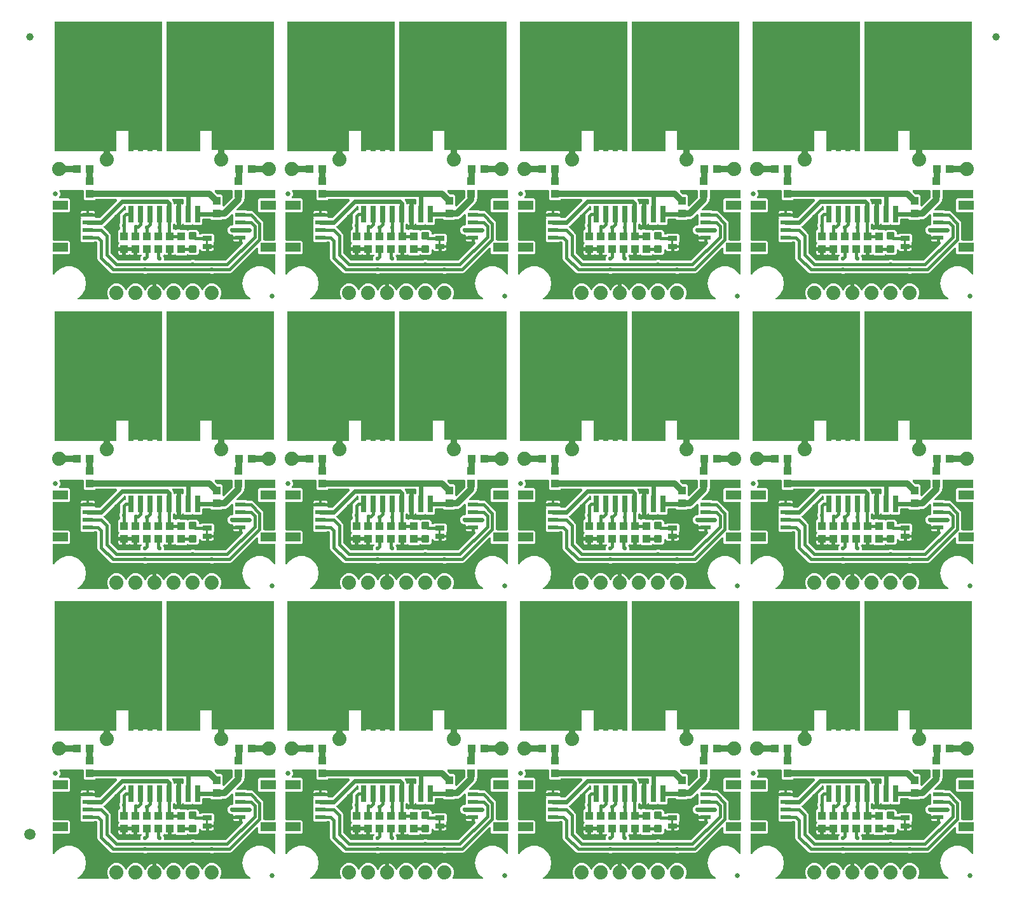
<source format=gtl>
G04 EAGLE Gerber RS-274X export*
G75*
%MOMM*%
%FSLAX34Y34*%
%LPD*%
%INTop Copper*%
%IPPOS*%
%AMOC8*
5,1,8,0,0,1.08239X$1,22.5*%
G01*
%ADD10C,0.635000*%
%ADD11R,2.000000X1.200000*%
%ADD12R,1.350000X0.600000*%
%ADD13R,1.000000X1.100000*%
%ADD14C,0.300000*%
%ADD15R,1.270000X0.660400*%
%ADD16C,1.879600*%
%ADD17R,0.650000X2.250000*%
%ADD18C,10.160000*%
%ADD19C,0.559975*%
%ADD20C,0.812800*%
%ADD21R,1.100000X1.000000*%
%ADD22C,1.000000*%
%ADD23C,1.500000*%
%ADD24C,0.406400*%
%ADD25C,0.609600*%

G36*
X398827Y973497D02*
X398827Y973497D01*
X398822Y973504D01*
X398829Y973510D01*
X398829Y1000711D01*
X414531Y1000711D01*
X414531Y975360D01*
X414567Y975313D01*
X414574Y975318D01*
X414580Y975311D01*
X459105Y975311D01*
X459152Y975347D01*
X459147Y975354D01*
X459154Y975360D01*
X459154Y1146810D01*
X459118Y1146857D01*
X459111Y1146852D01*
X459105Y1146859D01*
X316155Y1146859D01*
X316108Y1146823D01*
X316113Y1146816D01*
X316106Y1146810D01*
X316106Y973510D01*
X316142Y973463D01*
X316149Y973468D01*
X316155Y973461D01*
X398780Y973461D01*
X398827Y973497D01*
G37*
G36*
X708707Y973497D02*
X708707Y973497D01*
X708702Y973504D01*
X708709Y973510D01*
X708709Y1000711D01*
X724411Y1000711D01*
X724411Y975360D01*
X724447Y975313D01*
X724454Y975318D01*
X724460Y975311D01*
X768985Y975311D01*
X769032Y975347D01*
X769027Y975354D01*
X769034Y975360D01*
X769034Y1146810D01*
X768998Y1146857D01*
X768991Y1146852D01*
X768985Y1146859D01*
X626035Y1146859D01*
X625988Y1146823D01*
X625993Y1146816D01*
X625986Y1146810D01*
X625986Y973510D01*
X626022Y973463D01*
X626029Y973468D01*
X626035Y973461D01*
X708660Y973461D01*
X708707Y973497D01*
G37*
G36*
X88947Y973497D02*
X88947Y973497D01*
X88942Y973504D01*
X88949Y973510D01*
X88949Y1000711D01*
X104651Y1000711D01*
X104651Y975360D01*
X104687Y975313D01*
X104694Y975318D01*
X104700Y975311D01*
X149225Y975311D01*
X149272Y975347D01*
X149267Y975354D01*
X149274Y975360D01*
X149274Y1146810D01*
X149238Y1146857D01*
X149231Y1146852D01*
X149225Y1146859D01*
X6275Y1146859D01*
X6228Y1146823D01*
X6233Y1146816D01*
X6226Y1146810D01*
X6226Y973510D01*
X6262Y973463D01*
X6269Y973468D01*
X6275Y973461D01*
X88900Y973461D01*
X88947Y973497D01*
G37*
G36*
X1018587Y973497D02*
X1018587Y973497D01*
X1018582Y973504D01*
X1018589Y973510D01*
X1018589Y1000711D01*
X1034291Y1000711D01*
X1034291Y975360D01*
X1034327Y975313D01*
X1034334Y975318D01*
X1034340Y975311D01*
X1078865Y975311D01*
X1078912Y975347D01*
X1078907Y975354D01*
X1078914Y975360D01*
X1078914Y1146810D01*
X1078878Y1146857D01*
X1078871Y1146852D01*
X1078865Y1146859D01*
X935915Y1146859D01*
X935868Y1146823D01*
X935873Y1146816D01*
X935866Y1146810D01*
X935866Y973510D01*
X935902Y973463D01*
X935909Y973468D01*
X935915Y973461D01*
X1018540Y973461D01*
X1018587Y973497D01*
G37*
G36*
X1018587Y587417D02*
X1018587Y587417D01*
X1018582Y587424D01*
X1018589Y587430D01*
X1018589Y614631D01*
X1034291Y614631D01*
X1034291Y589280D01*
X1034327Y589233D01*
X1034334Y589238D01*
X1034340Y589231D01*
X1078865Y589231D01*
X1078912Y589267D01*
X1078907Y589274D01*
X1078914Y589280D01*
X1078914Y760730D01*
X1078878Y760777D01*
X1078871Y760772D01*
X1078865Y760779D01*
X935915Y760779D01*
X935868Y760743D01*
X935873Y760736D01*
X935866Y760730D01*
X935866Y587430D01*
X935902Y587383D01*
X935909Y587388D01*
X935915Y587381D01*
X1018540Y587381D01*
X1018587Y587417D01*
G37*
G36*
X398827Y587417D02*
X398827Y587417D01*
X398822Y587424D01*
X398829Y587430D01*
X398829Y614631D01*
X414531Y614631D01*
X414531Y589280D01*
X414567Y589233D01*
X414574Y589238D01*
X414580Y589231D01*
X459105Y589231D01*
X459152Y589267D01*
X459147Y589274D01*
X459154Y589280D01*
X459154Y760730D01*
X459118Y760777D01*
X459111Y760772D01*
X459105Y760779D01*
X316155Y760779D01*
X316108Y760743D01*
X316113Y760736D01*
X316106Y760730D01*
X316106Y587430D01*
X316142Y587383D01*
X316149Y587388D01*
X316155Y587381D01*
X398780Y587381D01*
X398827Y587417D01*
G37*
G36*
X88947Y587417D02*
X88947Y587417D01*
X88942Y587424D01*
X88949Y587430D01*
X88949Y614631D01*
X104651Y614631D01*
X104651Y589280D01*
X104687Y589233D01*
X104694Y589238D01*
X104700Y589231D01*
X149225Y589231D01*
X149272Y589267D01*
X149267Y589274D01*
X149274Y589280D01*
X149274Y760730D01*
X149238Y760777D01*
X149231Y760772D01*
X149225Y760779D01*
X6275Y760779D01*
X6228Y760743D01*
X6233Y760736D01*
X6226Y760730D01*
X6226Y587430D01*
X6262Y587383D01*
X6269Y587388D01*
X6275Y587381D01*
X88900Y587381D01*
X88947Y587417D01*
G37*
G36*
X398827Y201337D02*
X398827Y201337D01*
X398822Y201344D01*
X398829Y201350D01*
X398829Y228551D01*
X414531Y228551D01*
X414531Y203200D01*
X414567Y203153D01*
X414574Y203158D01*
X414580Y203151D01*
X459105Y203151D01*
X459152Y203187D01*
X459147Y203194D01*
X459154Y203200D01*
X459154Y374650D01*
X459118Y374697D01*
X459111Y374692D01*
X459105Y374699D01*
X316155Y374699D01*
X316108Y374663D01*
X316113Y374656D01*
X316106Y374650D01*
X316106Y201350D01*
X316142Y201303D01*
X316149Y201308D01*
X316155Y201301D01*
X398780Y201301D01*
X398827Y201337D01*
G37*
G36*
X1018587Y201337D02*
X1018587Y201337D01*
X1018582Y201344D01*
X1018589Y201350D01*
X1018589Y228551D01*
X1034291Y228551D01*
X1034291Y203200D01*
X1034327Y203153D01*
X1034334Y203158D01*
X1034340Y203151D01*
X1078865Y203151D01*
X1078912Y203187D01*
X1078907Y203194D01*
X1078914Y203200D01*
X1078914Y374650D01*
X1078878Y374697D01*
X1078871Y374692D01*
X1078865Y374699D01*
X935915Y374699D01*
X935868Y374663D01*
X935873Y374656D01*
X935866Y374650D01*
X935866Y201350D01*
X935902Y201303D01*
X935909Y201308D01*
X935915Y201301D01*
X1018540Y201301D01*
X1018587Y201337D01*
G37*
G36*
X708707Y587417D02*
X708707Y587417D01*
X708702Y587424D01*
X708709Y587430D01*
X708709Y614631D01*
X724411Y614631D01*
X724411Y589280D01*
X724447Y589233D01*
X724454Y589238D01*
X724460Y589231D01*
X768985Y589231D01*
X769032Y589267D01*
X769027Y589274D01*
X769034Y589280D01*
X769034Y760730D01*
X768998Y760777D01*
X768991Y760772D01*
X768985Y760779D01*
X626035Y760779D01*
X625988Y760743D01*
X625993Y760736D01*
X625986Y760730D01*
X625986Y587430D01*
X626022Y587383D01*
X626029Y587388D01*
X626035Y587381D01*
X708660Y587381D01*
X708707Y587417D01*
G37*
G36*
X88947Y201337D02*
X88947Y201337D01*
X88942Y201344D01*
X88949Y201350D01*
X88949Y228551D01*
X104651Y228551D01*
X104651Y203200D01*
X104687Y203153D01*
X104694Y203158D01*
X104700Y203151D01*
X149225Y203151D01*
X149272Y203187D01*
X149267Y203194D01*
X149274Y203200D01*
X149274Y374650D01*
X149238Y374697D01*
X149231Y374692D01*
X149225Y374699D01*
X6275Y374699D01*
X6228Y374663D01*
X6233Y374656D01*
X6226Y374650D01*
X6226Y201350D01*
X6262Y201303D01*
X6269Y201308D01*
X6275Y201301D01*
X88900Y201301D01*
X88947Y201337D01*
G37*
G36*
X708707Y201337D02*
X708707Y201337D01*
X708702Y201344D01*
X708709Y201350D01*
X708709Y228551D01*
X724411Y228551D01*
X724411Y203200D01*
X724447Y203153D01*
X724454Y203158D01*
X724460Y203151D01*
X768985Y203151D01*
X769032Y203187D01*
X769027Y203194D01*
X769034Y203200D01*
X769034Y374650D01*
X768998Y374697D01*
X768991Y374692D01*
X768985Y374699D01*
X626035Y374699D01*
X625988Y374663D01*
X625993Y374656D01*
X625986Y374650D01*
X625986Y201350D01*
X626022Y201303D01*
X626029Y201308D01*
X626035Y201301D01*
X708660Y201301D01*
X708707Y201337D01*
G37*
G36*
X819907Y973497D02*
X819907Y973497D01*
X819902Y973504D01*
X819909Y973510D01*
X819909Y1000711D01*
X835611Y1000711D01*
X835611Y975360D01*
X835647Y975313D01*
X835654Y975318D01*
X835660Y975311D01*
X918210Y975311D01*
X918257Y975347D01*
X918252Y975354D01*
X918259Y975360D01*
X918259Y1146810D01*
X918223Y1146857D01*
X918216Y1146852D01*
X918210Y1146859D01*
X775260Y1146859D01*
X775213Y1146823D01*
X775218Y1146816D01*
X775211Y1146810D01*
X775211Y973510D01*
X775247Y973463D01*
X775254Y973468D01*
X775260Y973461D01*
X819860Y973461D01*
X819907Y973497D01*
G37*
G36*
X200147Y973497D02*
X200147Y973497D01*
X200142Y973504D01*
X200149Y973510D01*
X200149Y1000711D01*
X215851Y1000711D01*
X215851Y975360D01*
X215887Y975313D01*
X215894Y975318D01*
X215900Y975311D01*
X298450Y975311D01*
X298497Y975347D01*
X298492Y975354D01*
X298499Y975360D01*
X298499Y1146810D01*
X298463Y1146857D01*
X298456Y1146852D01*
X298450Y1146859D01*
X155500Y1146859D01*
X155453Y1146823D01*
X155458Y1146816D01*
X155451Y1146810D01*
X155451Y973510D01*
X155487Y973463D01*
X155494Y973468D01*
X155500Y973461D01*
X200100Y973461D01*
X200147Y973497D01*
G37*
G36*
X510027Y973497D02*
X510027Y973497D01*
X510022Y973504D01*
X510029Y973510D01*
X510029Y1000711D01*
X525731Y1000711D01*
X525731Y975360D01*
X525767Y975313D01*
X525774Y975318D01*
X525780Y975311D01*
X608330Y975311D01*
X608377Y975347D01*
X608372Y975354D01*
X608379Y975360D01*
X608379Y1146810D01*
X608343Y1146857D01*
X608336Y1146852D01*
X608330Y1146859D01*
X465380Y1146859D01*
X465333Y1146823D01*
X465338Y1146816D01*
X465331Y1146810D01*
X465331Y973510D01*
X465367Y973463D01*
X465374Y973468D01*
X465380Y973461D01*
X509980Y973461D01*
X510027Y973497D01*
G37*
G36*
X1129787Y973497D02*
X1129787Y973497D01*
X1129782Y973504D01*
X1129789Y973510D01*
X1129789Y1000711D01*
X1145491Y1000711D01*
X1145491Y975360D01*
X1145527Y975313D01*
X1145534Y975318D01*
X1145540Y975311D01*
X1228090Y975311D01*
X1228137Y975347D01*
X1228132Y975354D01*
X1228139Y975360D01*
X1228139Y1146810D01*
X1228103Y1146857D01*
X1228096Y1146852D01*
X1228090Y1146859D01*
X1085140Y1146859D01*
X1085093Y1146823D01*
X1085098Y1146816D01*
X1085091Y1146810D01*
X1085091Y973510D01*
X1085127Y973463D01*
X1085134Y973468D01*
X1085140Y973461D01*
X1129740Y973461D01*
X1129787Y973497D01*
G37*
G36*
X1129787Y201337D02*
X1129787Y201337D01*
X1129782Y201344D01*
X1129789Y201350D01*
X1129789Y228551D01*
X1145491Y228551D01*
X1145491Y203200D01*
X1145527Y203153D01*
X1145534Y203158D01*
X1145540Y203151D01*
X1228090Y203151D01*
X1228137Y203187D01*
X1228132Y203194D01*
X1228139Y203200D01*
X1228139Y374650D01*
X1228103Y374697D01*
X1228096Y374692D01*
X1228090Y374699D01*
X1085140Y374699D01*
X1085093Y374663D01*
X1085098Y374656D01*
X1085091Y374650D01*
X1085091Y201350D01*
X1085127Y201303D01*
X1085134Y201308D01*
X1085140Y201301D01*
X1129740Y201301D01*
X1129787Y201337D01*
G37*
G36*
X200147Y201337D02*
X200147Y201337D01*
X200142Y201344D01*
X200149Y201350D01*
X200149Y228551D01*
X215851Y228551D01*
X215851Y203200D01*
X215887Y203153D01*
X215894Y203158D01*
X215900Y203151D01*
X298450Y203151D01*
X298497Y203187D01*
X298492Y203194D01*
X298499Y203200D01*
X298499Y374650D01*
X298463Y374697D01*
X298456Y374692D01*
X298450Y374699D01*
X155500Y374699D01*
X155453Y374663D01*
X155458Y374656D01*
X155451Y374650D01*
X155451Y201350D01*
X155487Y201303D01*
X155494Y201308D01*
X155500Y201301D01*
X200100Y201301D01*
X200147Y201337D01*
G37*
G36*
X1129787Y587417D02*
X1129787Y587417D01*
X1129782Y587424D01*
X1129789Y587430D01*
X1129789Y614631D01*
X1145491Y614631D01*
X1145491Y589280D01*
X1145527Y589233D01*
X1145534Y589238D01*
X1145540Y589231D01*
X1228090Y589231D01*
X1228137Y589267D01*
X1228132Y589274D01*
X1228139Y589280D01*
X1228139Y760730D01*
X1228103Y760777D01*
X1228096Y760772D01*
X1228090Y760779D01*
X1085140Y760779D01*
X1085093Y760743D01*
X1085098Y760736D01*
X1085091Y760730D01*
X1085091Y587430D01*
X1085127Y587383D01*
X1085134Y587388D01*
X1085140Y587381D01*
X1129740Y587381D01*
X1129787Y587417D01*
G37*
G36*
X819907Y201337D02*
X819907Y201337D01*
X819902Y201344D01*
X819909Y201350D01*
X819909Y228551D01*
X835611Y228551D01*
X835611Y203200D01*
X835647Y203153D01*
X835654Y203158D01*
X835660Y203151D01*
X918210Y203151D01*
X918257Y203187D01*
X918252Y203194D01*
X918259Y203200D01*
X918259Y374650D01*
X918223Y374697D01*
X918216Y374692D01*
X918210Y374699D01*
X775260Y374699D01*
X775213Y374663D01*
X775218Y374656D01*
X775211Y374650D01*
X775211Y201350D01*
X775247Y201303D01*
X775254Y201308D01*
X775260Y201301D01*
X819860Y201301D01*
X819907Y201337D01*
G37*
G36*
X200147Y587417D02*
X200147Y587417D01*
X200142Y587424D01*
X200149Y587430D01*
X200149Y614631D01*
X215851Y614631D01*
X215851Y589280D01*
X215887Y589233D01*
X215894Y589238D01*
X215900Y589231D01*
X298450Y589231D01*
X298497Y589267D01*
X298492Y589274D01*
X298499Y589280D01*
X298499Y760730D01*
X298463Y760777D01*
X298456Y760772D01*
X298450Y760779D01*
X155500Y760779D01*
X155453Y760743D01*
X155458Y760736D01*
X155451Y760730D01*
X155451Y587430D01*
X155487Y587383D01*
X155494Y587388D01*
X155500Y587381D01*
X200100Y587381D01*
X200147Y587417D01*
G37*
G36*
X819907Y587417D02*
X819907Y587417D01*
X819902Y587424D01*
X819909Y587430D01*
X819909Y614631D01*
X835611Y614631D01*
X835611Y589280D01*
X835647Y589233D01*
X835654Y589238D01*
X835660Y589231D01*
X918210Y589231D01*
X918257Y589267D01*
X918252Y589274D01*
X918259Y589280D01*
X918259Y760730D01*
X918223Y760777D01*
X918216Y760772D01*
X918210Y760779D01*
X775260Y760779D01*
X775213Y760743D01*
X775218Y760736D01*
X775211Y760730D01*
X775211Y587430D01*
X775247Y587383D01*
X775254Y587388D01*
X775260Y587381D01*
X819860Y587381D01*
X819907Y587417D01*
G37*
G36*
X510027Y587417D02*
X510027Y587417D01*
X510022Y587424D01*
X510029Y587430D01*
X510029Y614631D01*
X525731Y614631D01*
X525731Y589280D01*
X525767Y589233D01*
X525774Y589238D01*
X525780Y589231D01*
X608330Y589231D01*
X608377Y589267D01*
X608372Y589274D01*
X608379Y589280D01*
X608379Y760730D01*
X608343Y760777D01*
X608336Y760772D01*
X608330Y760779D01*
X465380Y760779D01*
X465333Y760743D01*
X465338Y760736D01*
X465331Y760730D01*
X465331Y587430D01*
X465367Y587383D01*
X465374Y587388D01*
X465380Y587381D01*
X509980Y587381D01*
X510027Y587417D01*
G37*
G36*
X510027Y201337D02*
X510027Y201337D01*
X510022Y201344D01*
X510029Y201350D01*
X510029Y228551D01*
X525731Y228551D01*
X525731Y203200D01*
X525767Y203153D01*
X525774Y203158D01*
X525780Y203151D01*
X608330Y203151D01*
X608377Y203187D01*
X608372Y203194D01*
X608379Y203200D01*
X608379Y374650D01*
X608343Y374697D01*
X608336Y374692D01*
X608330Y374699D01*
X465380Y374699D01*
X465333Y374663D01*
X465338Y374656D01*
X465331Y374650D01*
X465331Y201350D01*
X465367Y201303D01*
X465374Y201308D01*
X465380Y201301D01*
X509980Y201301D01*
X510027Y201337D01*
G37*
G36*
X387034Y776231D02*
X387034Y776231D01*
X387084Y776229D01*
X387191Y776251D01*
X387301Y776265D01*
X387347Y776283D01*
X387395Y776293D01*
X387494Y776341D01*
X387596Y776382D01*
X387636Y776411D01*
X387681Y776433D01*
X387765Y776504D01*
X387854Y776568D01*
X387885Y776607D01*
X387923Y776639D01*
X387986Y776729D01*
X388056Y776813D01*
X388078Y776858D01*
X388106Y776899D01*
X388145Y777002D01*
X388192Y777101D01*
X388201Y777150D01*
X388219Y777196D01*
X388231Y777306D01*
X388252Y777413D01*
X388249Y777463D01*
X388254Y777512D01*
X388239Y777621D01*
X388232Y777731D01*
X388217Y777778D01*
X388210Y777827D01*
X388158Y777980D01*
X386333Y782384D01*
X386333Y787336D01*
X388228Y791910D01*
X391730Y795412D01*
X396304Y797307D01*
X401256Y797307D01*
X405830Y795412D01*
X409332Y791910D01*
X410307Y789555D01*
X410376Y789435D01*
X410441Y789312D01*
X410455Y789297D01*
X410465Y789279D01*
X410562Y789179D01*
X410655Y789076D01*
X410672Y789065D01*
X410686Y789051D01*
X410805Y788978D01*
X410921Y788902D01*
X410940Y788895D01*
X410957Y788884D01*
X411090Y788843D01*
X411222Y788798D01*
X411242Y788797D01*
X411261Y788791D01*
X411400Y788784D01*
X411539Y788773D01*
X411559Y788777D01*
X411579Y788776D01*
X411715Y788804D01*
X411852Y788828D01*
X411871Y788836D01*
X411890Y788840D01*
X412016Y788901D01*
X412142Y788958D01*
X412158Y788971D01*
X412176Y788980D01*
X412282Y789070D01*
X412390Y789157D01*
X412403Y789173D01*
X412418Y789186D01*
X412498Y789300D01*
X412582Y789411D01*
X412594Y789436D01*
X412601Y789446D01*
X412608Y789465D01*
X412653Y789555D01*
X413628Y791911D01*
X417130Y795412D01*
X421704Y797307D01*
X426656Y797307D01*
X431230Y795412D01*
X434732Y791910D01*
X435985Y788885D01*
X436000Y788859D01*
X436009Y788830D01*
X436079Y788721D01*
X436143Y788608D01*
X436164Y788587D01*
X436179Y788562D01*
X436274Y788473D01*
X436364Y788380D01*
X436389Y788364D01*
X436411Y788344D01*
X436525Y788281D01*
X436635Y788214D01*
X436664Y788205D01*
X436690Y788191D01*
X436815Y788158D01*
X436939Y788120D01*
X436969Y788119D01*
X436998Y788111D01*
X437127Y788111D01*
X437257Y788105D01*
X437286Y788111D01*
X437316Y788111D01*
X437441Y788143D01*
X437568Y788169D01*
X437595Y788182D01*
X437624Y788190D01*
X437737Y788252D01*
X437854Y788309D01*
X437877Y788328D01*
X437903Y788343D01*
X437997Y788431D01*
X438096Y788515D01*
X438113Y788540D01*
X438135Y788560D01*
X438204Y788669D01*
X438279Y788775D01*
X438290Y788803D01*
X438306Y788828D01*
X438365Y788978D01*
X438516Y789443D01*
X439369Y791117D01*
X440474Y792638D01*
X441802Y793966D01*
X443323Y795071D01*
X444997Y795924D01*
X446784Y796505D01*
X447041Y796545D01*
X447041Y786130D01*
X447056Y786012D01*
X447063Y785893D01*
X447076Y785855D01*
X447081Y785815D01*
X447124Y785704D01*
X447161Y785591D01*
X447183Y785557D01*
X447198Y785519D01*
X447268Y785423D01*
X447331Y785322D01*
X447361Y785294D01*
X447384Y785262D01*
X447476Y785186D01*
X447563Y785104D01*
X447598Y785085D01*
X447629Y785059D01*
X447737Y785008D01*
X447841Y784951D01*
X447881Y784940D01*
X447917Y784923D01*
X448034Y784901D01*
X448149Y784871D01*
X448210Y784867D01*
X448230Y784863D01*
X448250Y784865D01*
X448310Y784861D01*
X450850Y784861D01*
X450968Y784876D01*
X451087Y784883D01*
X451125Y784896D01*
X451165Y784901D01*
X451276Y784945D01*
X451389Y784981D01*
X451424Y785003D01*
X451461Y785018D01*
X451557Y785088D01*
X451658Y785151D01*
X451686Y785181D01*
X451719Y785205D01*
X451794Y785296D01*
X451876Y785383D01*
X451896Y785418D01*
X451921Y785450D01*
X451972Y785557D01*
X452030Y785662D01*
X452040Y785701D01*
X452057Y785737D01*
X452079Y785854D01*
X452109Y785969D01*
X452113Y786030D01*
X452117Y786050D01*
X452115Y786070D01*
X452119Y786130D01*
X452119Y796545D01*
X452376Y796505D01*
X454163Y795924D01*
X455837Y795071D01*
X457358Y793966D01*
X458686Y792638D01*
X459791Y791117D01*
X460644Y789443D01*
X460795Y788978D01*
X460808Y788951D01*
X460815Y788922D01*
X460875Y788807D01*
X460930Y788690D01*
X460949Y788667D01*
X460963Y788641D01*
X461051Y788545D01*
X461133Y788445D01*
X461157Y788428D01*
X461177Y788406D01*
X461286Y788335D01*
X461390Y788258D01*
X461418Y788247D01*
X461443Y788231D01*
X461565Y788189D01*
X461686Y788141D01*
X461716Y788137D01*
X461744Y788128D01*
X461873Y788117D01*
X462002Y788101D01*
X462031Y788105D01*
X462061Y788102D01*
X462189Y788125D01*
X462317Y788141D01*
X462345Y788152D01*
X462374Y788157D01*
X462492Y788210D01*
X462613Y788258D01*
X462637Y788275D01*
X462664Y788287D01*
X462765Y788368D01*
X462870Y788444D01*
X462889Y788467D01*
X462913Y788486D01*
X462990Y788589D01*
X463073Y788689D01*
X463086Y788716D01*
X463104Y788740D01*
X463175Y788885D01*
X464428Y791910D01*
X467930Y795412D01*
X472504Y797307D01*
X477456Y797307D01*
X482030Y795412D01*
X485532Y791911D01*
X486507Y789555D01*
X486576Y789434D01*
X486641Y789312D01*
X486655Y789297D01*
X486665Y789279D01*
X486762Y789179D01*
X486855Y789076D01*
X486872Y789065D01*
X486886Y789051D01*
X487004Y788978D01*
X487121Y788902D01*
X487140Y788895D01*
X487157Y788884D01*
X487290Y788844D01*
X487422Y788798D01*
X487442Y788797D01*
X487461Y788791D01*
X487600Y788784D01*
X487739Y788773D01*
X487759Y788777D01*
X487779Y788776D01*
X487915Y788804D01*
X488052Y788828D01*
X488071Y788836D01*
X488090Y788840D01*
X488215Y788901D01*
X488342Y788958D01*
X488358Y788971D01*
X488376Y788980D01*
X488482Y789070D01*
X488590Y789157D01*
X488603Y789173D01*
X488618Y789186D01*
X488698Y789300D01*
X488782Y789411D01*
X488794Y789436D01*
X488801Y789446D01*
X488808Y789465D01*
X488853Y789555D01*
X489828Y791910D01*
X493330Y795412D01*
X497904Y797307D01*
X502856Y797307D01*
X507430Y795412D01*
X510932Y791911D01*
X511907Y789555D01*
X511976Y789434D01*
X512041Y789312D01*
X512055Y789297D01*
X512065Y789279D01*
X512162Y789179D01*
X512255Y789076D01*
X512272Y789065D01*
X512286Y789051D01*
X512404Y788978D01*
X512521Y788902D01*
X512540Y788895D01*
X512557Y788884D01*
X512690Y788844D01*
X512822Y788798D01*
X512842Y788797D01*
X512861Y788791D01*
X513000Y788784D01*
X513139Y788773D01*
X513159Y788777D01*
X513179Y788776D01*
X513315Y788804D01*
X513452Y788828D01*
X513471Y788836D01*
X513490Y788840D01*
X513615Y788901D01*
X513742Y788958D01*
X513758Y788971D01*
X513776Y788980D01*
X513882Y789070D01*
X513990Y789157D01*
X514003Y789173D01*
X514018Y789186D01*
X514098Y789300D01*
X514182Y789411D01*
X514194Y789436D01*
X514201Y789446D01*
X514208Y789465D01*
X514253Y789555D01*
X515228Y791910D01*
X518730Y795412D01*
X523304Y797307D01*
X528256Y797307D01*
X532830Y795412D01*
X536332Y791910D01*
X538227Y787336D01*
X538227Y782384D01*
X536402Y777980D01*
X536389Y777932D01*
X536368Y777887D01*
X536347Y777779D01*
X536318Y777673D01*
X536318Y777623D01*
X536308Y777574D01*
X536315Y777465D01*
X536313Y777355D01*
X536325Y777307D01*
X536328Y777257D01*
X536362Y777153D01*
X536387Y777046D01*
X536411Y777002D01*
X536426Y776955D01*
X536485Y776862D01*
X536536Y776765D01*
X536570Y776728D01*
X536596Y776686D01*
X536676Y776611D01*
X536750Y776529D01*
X536792Y776502D01*
X536828Y776468D01*
X536924Y776415D01*
X537016Y776355D01*
X537063Y776338D01*
X537106Y776314D01*
X537213Y776287D01*
X537317Y776251D01*
X537366Y776247D01*
X537414Y776235D01*
X537575Y776225D01*
X576049Y776225D01*
X576085Y776229D01*
X576120Y776227D01*
X576242Y776249D01*
X576365Y776265D01*
X576398Y776278D01*
X576433Y776284D01*
X576545Y776336D01*
X576661Y776382D01*
X576689Y776402D01*
X576721Y776417D01*
X576818Y776496D01*
X576918Y776568D01*
X576941Y776596D01*
X576968Y776618D01*
X577041Y776718D01*
X577121Y776813D01*
X577136Y776845D01*
X577157Y776874D01*
X577203Y776989D01*
X577256Y777101D01*
X577263Y777136D01*
X577276Y777169D01*
X577293Y777292D01*
X577316Y777413D01*
X577314Y777449D01*
X577319Y777484D01*
X577304Y777607D01*
X577296Y777731D01*
X577285Y777765D01*
X577281Y777800D01*
X577236Y777916D01*
X577198Y778033D01*
X577179Y778063D01*
X577167Y778096D01*
X577094Y778197D01*
X577028Y778302D01*
X577002Y778326D01*
X576982Y778355D01*
X576865Y778466D01*
X571695Y782804D01*
X567709Y789709D01*
X566325Y797560D01*
X567709Y805411D01*
X571695Y812315D01*
X577802Y817440D01*
X585294Y820167D01*
X593266Y820167D01*
X600758Y817440D01*
X606865Y812316D01*
X608247Y809922D01*
X608335Y809806D01*
X608420Y809688D01*
X608431Y809679D01*
X608439Y809669D01*
X608553Y809578D01*
X608665Y809485D01*
X608678Y809479D01*
X608688Y809471D01*
X608822Y809411D01*
X608953Y809350D01*
X608966Y809347D01*
X608979Y809342D01*
X609123Y809317D01*
X609266Y809290D01*
X609279Y809291D01*
X609292Y809288D01*
X609438Y809301D01*
X609583Y809310D01*
X609596Y809314D01*
X609609Y809315D01*
X609747Y809363D01*
X609885Y809408D01*
X609897Y809415D01*
X609910Y809419D01*
X610031Y809500D01*
X610154Y809578D01*
X610163Y809588D01*
X610175Y809595D01*
X610272Y809703D01*
X610372Y809809D01*
X610379Y809821D01*
X610388Y809831D01*
X610455Y809961D01*
X610526Y810088D01*
X610529Y810101D01*
X610535Y810113D01*
X610569Y810255D01*
X610605Y810396D01*
X610606Y810414D01*
X610608Y810423D01*
X610608Y810440D01*
X610615Y810557D01*
X610615Y835442D01*
X610600Y835560D01*
X610593Y835679D01*
X610580Y835717D01*
X610575Y835758D01*
X610532Y835868D01*
X610495Y835981D01*
X610473Y836016D01*
X610458Y836053D01*
X610389Y836149D01*
X610325Y836250D01*
X610295Y836278D01*
X610272Y836311D01*
X610180Y836387D01*
X610093Y836468D01*
X610058Y836488D01*
X610027Y836513D01*
X609919Y836564D01*
X609815Y836622D01*
X609775Y836632D01*
X609739Y836649D01*
X609622Y836671D01*
X609507Y836701D01*
X609447Y836705D01*
X609427Y836709D01*
X609406Y836707D01*
X609346Y836711D01*
X589367Y836711D01*
X587581Y838497D01*
X587581Y844164D01*
X587564Y844301D01*
X587551Y844440D01*
X587544Y844459D01*
X587541Y844479D01*
X587490Y844608D01*
X587443Y844740D01*
X587432Y844756D01*
X587424Y844775D01*
X587343Y844887D01*
X587265Y845003D01*
X587249Y845016D01*
X587238Y845032D01*
X587130Y845121D01*
X587026Y845213D01*
X587008Y845222D01*
X586993Y845235D01*
X586867Y845294D01*
X586743Y845358D01*
X586723Y845362D01*
X586705Y845371D01*
X586569Y845397D01*
X586433Y845427D01*
X586412Y845427D01*
X586393Y845431D01*
X586254Y845422D01*
X586115Y845418D01*
X586095Y845412D01*
X586075Y845411D01*
X585943Y845368D01*
X585809Y845329D01*
X585792Y845319D01*
X585773Y845313D01*
X585655Y845238D01*
X585535Y845168D01*
X585514Y845149D01*
X585504Y845143D01*
X585490Y845128D01*
X585415Y845061D01*
X552174Y811821D01*
X550307Y811047D01*
X529050Y811047D01*
X529040Y811046D01*
X529031Y811047D01*
X528882Y811026D01*
X528734Y811008D01*
X528725Y811004D01*
X528716Y811003D01*
X528564Y810951D01*
X526943Y810280D01*
X524617Y810280D01*
X522996Y810951D01*
X522987Y810953D01*
X522979Y810958D01*
X522834Y810995D01*
X522689Y811035D01*
X522680Y811035D01*
X522671Y811037D01*
X522510Y811047D01*
X440150Y811047D01*
X440140Y811046D01*
X440131Y811047D01*
X439982Y811026D01*
X439834Y811008D01*
X439825Y811004D01*
X439816Y811003D01*
X439664Y810951D01*
X438043Y810280D01*
X435717Y810280D01*
X434096Y810951D01*
X434087Y810953D01*
X434079Y810958D01*
X433934Y810995D01*
X433789Y811035D01*
X433780Y811035D01*
X433771Y811037D01*
X433610Y811047D01*
X393171Y811047D01*
X391304Y811821D01*
X389696Y813428D01*
X389696Y813429D01*
X374153Y828972D01*
X373379Y830839D01*
X373379Y852080D01*
X373367Y852178D01*
X373364Y852277D01*
X373347Y852335D01*
X373339Y852395D01*
X373303Y852487D01*
X373275Y852582D01*
X373245Y852635D01*
X373222Y852691D01*
X373164Y852771D01*
X373114Y852856D01*
X373048Y852932D01*
X373036Y852948D01*
X373026Y852956D01*
X373008Y852977D01*
X372677Y853308D01*
X372599Y853368D01*
X372527Y853436D01*
X372474Y853465D01*
X372426Y853502D01*
X372335Y853542D01*
X372248Y853590D01*
X372190Y853605D01*
X372134Y853629D01*
X372036Y853644D01*
X371940Y853669D01*
X371840Y853675D01*
X371820Y853679D01*
X371808Y853677D01*
X371780Y853679D01*
X370187Y853679D01*
X370088Y853667D01*
X369989Y853664D01*
X369931Y853647D01*
X369871Y853639D01*
X369779Y853603D01*
X369684Y853575D01*
X369632Y853545D01*
X369575Y853522D01*
X369495Y853464D01*
X369410Y853414D01*
X369335Y853348D01*
X369318Y853336D01*
X369310Y853326D01*
X369289Y853308D01*
X368693Y852711D01*
X352667Y852711D01*
X350881Y854497D01*
X350881Y863063D01*
X350891Y863082D01*
X350916Y863114D01*
X350963Y863223D01*
X351017Y863329D01*
X351026Y863369D01*
X351042Y863406D01*
X351061Y863524D01*
X351087Y863639D01*
X351086Y863680D01*
X351092Y863720D01*
X351081Y863839D01*
X351077Y863957D01*
X351066Y863996D01*
X351062Y864036D01*
X351022Y864149D01*
X350989Y864263D01*
X350968Y864298D01*
X350955Y864336D01*
X350888Y864434D01*
X350881Y864445D01*
X350881Y873063D01*
X350891Y873082D01*
X350916Y873114D01*
X350963Y873223D01*
X351017Y873329D01*
X351026Y873369D01*
X351042Y873406D01*
X351061Y873524D01*
X351087Y873639D01*
X351086Y873680D01*
X351092Y873720D01*
X351081Y873839D01*
X351077Y873957D01*
X351066Y873996D01*
X351062Y874036D01*
X351022Y874149D01*
X350989Y874263D01*
X350968Y874298D01*
X350955Y874336D01*
X350888Y874434D01*
X350881Y874445D01*
X350881Y883023D01*
X351271Y883413D01*
X351336Y883497D01*
X351408Y883574D01*
X351433Y883622D01*
X351466Y883664D01*
X351508Y883761D01*
X351558Y883854D01*
X351571Y883907D01*
X351593Y883956D01*
X351609Y884061D01*
X351635Y884163D01*
X351634Y884217D01*
X351643Y884270D01*
X351633Y884376D01*
X351632Y884481D01*
X351615Y884565D01*
X351613Y884587D01*
X351608Y884602D01*
X351600Y884639D01*
X351389Y885426D01*
X351389Y887261D01*
X360450Y887261D01*
X360568Y887276D01*
X360687Y887283D01*
X360694Y887285D01*
X360750Y887271D01*
X360810Y887267D01*
X360830Y887263D01*
X360850Y887265D01*
X360910Y887261D01*
X369971Y887261D01*
X369971Y886126D01*
X369986Y886008D01*
X369993Y885889D01*
X370006Y885851D01*
X370011Y885810D01*
X370054Y885700D01*
X370091Y885587D01*
X370113Y885552D01*
X370128Y885515D01*
X370197Y885419D01*
X370261Y885318D01*
X370291Y885290D01*
X370314Y885257D01*
X370406Y885181D01*
X370493Y885100D01*
X370528Y885080D01*
X370559Y885055D01*
X370667Y885004D01*
X370771Y884946D01*
X370811Y884936D01*
X370847Y884919D01*
X370964Y884897D01*
X371079Y884867D01*
X371139Y884863D01*
X371159Y884859D01*
X371180Y884861D01*
X371240Y884857D01*
X375329Y884857D01*
X375427Y884869D01*
X375526Y884872D01*
X375584Y884889D01*
X375644Y884897D01*
X375737Y884933D01*
X375832Y884961D01*
X375884Y884991D01*
X375940Y885014D01*
X376020Y885072D01*
X376106Y885122D01*
X376181Y885188D01*
X376197Y885200D01*
X376205Y885210D01*
X376226Y885228D01*
X399048Y908051D01*
X399134Y908160D01*
X399222Y908267D01*
X399231Y908286D01*
X399243Y908302D01*
X399299Y908430D01*
X399358Y908555D01*
X399362Y908575D01*
X399370Y908594D01*
X399392Y908732D01*
X399418Y908868D01*
X399416Y908888D01*
X399420Y908908D01*
X399406Y909047D01*
X399398Y909185D01*
X399392Y909204D01*
X399390Y909224D01*
X399343Y909356D01*
X399300Y909487D01*
X399289Y909505D01*
X399282Y909524D01*
X399204Y909639D01*
X399130Y909756D01*
X399115Y909770D01*
X399104Y909787D01*
X399000Y909879D01*
X398898Y909974D01*
X398880Y909984D01*
X398865Y909997D01*
X398741Y910060D01*
X398620Y910128D01*
X398600Y910133D01*
X398582Y910142D01*
X398446Y910172D01*
X398312Y910207D01*
X398284Y910209D01*
X398272Y910212D01*
X398251Y910211D01*
X398151Y910217D01*
X371445Y910217D01*
X371346Y910205D01*
X371247Y910202D01*
X371189Y910185D01*
X371129Y910177D01*
X371037Y910141D01*
X370942Y910113D01*
X370890Y910083D01*
X370833Y910060D01*
X370753Y910002D01*
X370668Y909952D01*
X370593Y909886D01*
X370576Y909874D01*
X370568Y909864D01*
X370547Y909846D01*
X369483Y908781D01*
X356957Y908781D01*
X355171Y910567D01*
X355171Y920750D01*
X355156Y920868D01*
X355149Y920987D01*
X355136Y921025D01*
X355131Y921066D01*
X355088Y921176D01*
X355051Y921289D01*
X355029Y921324D01*
X355014Y921361D01*
X354945Y921457D01*
X354881Y921558D01*
X354851Y921586D01*
X354828Y921619D01*
X354736Y921695D01*
X354649Y921776D01*
X354614Y921796D01*
X354583Y921821D01*
X354475Y921872D01*
X354371Y921930D01*
X354331Y921940D01*
X354295Y921957D01*
X354178Y921979D01*
X354063Y922009D01*
X354003Y922013D01*
X353983Y922017D01*
X353962Y922015D01*
X353902Y922019D01*
X324032Y922019D01*
X323983Y922013D01*
X323933Y922015D01*
X323826Y921993D01*
X323717Y921979D01*
X323670Y921961D01*
X323622Y921951D01*
X323523Y921903D01*
X323421Y921862D01*
X323381Y921833D01*
X323336Y921811D01*
X323252Y921740D01*
X323164Y921676D01*
X323132Y921637D01*
X323094Y921605D01*
X323031Y921515D01*
X322961Y921431D01*
X322940Y921386D01*
X322911Y921345D01*
X322872Y921242D01*
X322825Y921143D01*
X322816Y921094D01*
X322798Y921048D01*
X322786Y920938D01*
X322765Y920831D01*
X322769Y920781D01*
X322763Y920732D01*
X322778Y920623D01*
X322785Y920513D01*
X322801Y920466D01*
X322807Y920417D01*
X322860Y920264D01*
X323724Y918178D01*
X323724Y915702D01*
X322776Y913415D01*
X322337Y912976D01*
X322252Y912866D01*
X322163Y912759D01*
X322155Y912740D01*
X322142Y912724D01*
X322087Y912596D01*
X322028Y912471D01*
X322024Y912451D01*
X322016Y912432D01*
X321994Y912294D01*
X321968Y912158D01*
X321969Y912138D01*
X321966Y912118D01*
X321979Y911979D01*
X321988Y911841D01*
X321994Y911822D01*
X321996Y911802D01*
X322043Y911671D01*
X322086Y911539D01*
X322097Y911521D01*
X322103Y911502D01*
X322181Y911388D01*
X322256Y911270D01*
X322271Y911256D01*
X322282Y911239D01*
X322386Y911147D01*
X322488Y911052D01*
X322505Y911042D01*
X322520Y911029D01*
X322644Y910966D01*
X322766Y910898D01*
X322786Y910893D01*
X322804Y910884D01*
X322940Y910854D01*
X323074Y910819D01*
X323102Y910817D01*
X323114Y910814D01*
X323134Y910815D01*
X323235Y910809D01*
X335193Y910809D01*
X336979Y909023D01*
X336979Y894497D01*
X335193Y892711D01*
X315214Y892711D01*
X315096Y892696D01*
X314977Y892689D01*
X314939Y892676D01*
X314898Y892671D01*
X314788Y892628D01*
X314675Y892591D01*
X314640Y892569D01*
X314603Y892554D01*
X314507Y892485D01*
X314406Y892421D01*
X314378Y892391D01*
X314345Y892368D01*
X314269Y892276D01*
X314188Y892189D01*
X314168Y892154D01*
X314143Y892123D01*
X314092Y892015D01*
X314034Y891911D01*
X314024Y891871D01*
X314007Y891835D01*
X313985Y891718D01*
X313955Y891603D01*
X313951Y891543D01*
X313947Y891523D01*
X313949Y891502D01*
X313945Y891442D01*
X313945Y856078D01*
X313960Y855960D01*
X313967Y855841D01*
X313980Y855803D01*
X313985Y855762D01*
X314028Y855652D01*
X314065Y855539D01*
X314087Y855504D01*
X314102Y855467D01*
X314171Y855371D01*
X314235Y855270D01*
X314265Y855242D01*
X314288Y855209D01*
X314380Y855133D01*
X314467Y855052D01*
X314502Y855032D01*
X314533Y855007D01*
X314641Y854956D01*
X314745Y854898D01*
X314785Y854888D01*
X314821Y854871D01*
X314938Y854849D01*
X315053Y854819D01*
X315113Y854815D01*
X315133Y854811D01*
X315154Y854813D01*
X315214Y854809D01*
X335193Y854809D01*
X336979Y853023D01*
X336979Y838497D01*
X335193Y836711D01*
X315214Y836711D01*
X315096Y836696D01*
X314977Y836689D01*
X314939Y836676D01*
X314898Y836671D01*
X314788Y836628D01*
X314675Y836591D01*
X314640Y836569D01*
X314603Y836554D01*
X314507Y836485D01*
X314406Y836421D01*
X314378Y836391D01*
X314345Y836368D01*
X314269Y836276D01*
X314188Y836189D01*
X314168Y836154D01*
X314143Y836123D01*
X314092Y836015D01*
X314034Y835911D01*
X314024Y835871D01*
X314007Y835835D01*
X313985Y835718D01*
X313955Y835603D01*
X313951Y835543D01*
X313947Y835523D01*
X313949Y835502D01*
X313945Y835442D01*
X313945Y810557D01*
X313963Y810412D01*
X313978Y810267D01*
X313983Y810254D01*
X313985Y810241D01*
X314038Y810106D01*
X314089Y809969D01*
X314097Y809958D01*
X314102Y809945D01*
X314187Y809827D01*
X314270Y809708D01*
X314280Y809699D01*
X314288Y809688D01*
X314401Y809595D01*
X314511Y809500D01*
X314523Y809494D01*
X314533Y809485D01*
X314665Y809423D01*
X314796Y809358D01*
X314809Y809355D01*
X314821Y809350D01*
X314963Y809323D01*
X315107Y809292D01*
X315120Y809292D01*
X315133Y809290D01*
X315278Y809299D01*
X315424Y809305D01*
X315437Y809309D01*
X315451Y809310D01*
X315589Y809354D01*
X315729Y809397D01*
X315741Y809404D01*
X315753Y809408D01*
X315876Y809485D01*
X316001Y809561D01*
X316011Y809571D01*
X316022Y809578D01*
X316122Y809684D01*
X316224Y809788D01*
X316234Y809803D01*
X316240Y809809D01*
X316248Y809824D01*
X316313Y809922D01*
X317695Y812315D01*
X323802Y817440D01*
X331294Y820167D01*
X339266Y820167D01*
X346758Y817440D01*
X352865Y812316D01*
X356851Y805411D01*
X358235Y797560D01*
X356851Y789709D01*
X352865Y782805D01*
X347695Y778466D01*
X347671Y778440D01*
X347642Y778420D01*
X347563Y778324D01*
X347479Y778233D01*
X347462Y778202D01*
X347439Y778175D01*
X347386Y778062D01*
X347327Y777953D01*
X347319Y777919D01*
X347304Y777887D01*
X347281Y777765D01*
X347250Y777645D01*
X347251Y777609D01*
X347244Y777574D01*
X347252Y777451D01*
X347253Y777327D01*
X347262Y777292D01*
X347264Y777257D01*
X347302Y777139D01*
X347334Y777019D01*
X347351Y776988D01*
X347362Y776955D01*
X347428Y776850D01*
X347489Y776741D01*
X347513Y776716D01*
X347532Y776686D01*
X347622Y776601D01*
X347708Y776511D01*
X347738Y776492D01*
X347764Y776468D01*
X347872Y776408D01*
X347977Y776342D01*
X348011Y776331D01*
X348042Y776314D01*
X348162Y776283D01*
X348280Y776246D01*
X348316Y776244D01*
X348350Y776235D01*
X348511Y776225D01*
X386985Y776225D01*
X387034Y776231D01*
G37*
G36*
X1006794Y776231D02*
X1006794Y776231D01*
X1006844Y776229D01*
X1006951Y776251D01*
X1007061Y776265D01*
X1007107Y776283D01*
X1007155Y776293D01*
X1007254Y776341D01*
X1007356Y776382D01*
X1007396Y776411D01*
X1007441Y776433D01*
X1007525Y776504D01*
X1007614Y776568D01*
X1007645Y776607D01*
X1007683Y776639D01*
X1007746Y776729D01*
X1007816Y776813D01*
X1007838Y776858D01*
X1007866Y776899D01*
X1007905Y777002D01*
X1007952Y777101D01*
X1007961Y777150D01*
X1007979Y777196D01*
X1007991Y777306D01*
X1008012Y777413D01*
X1008009Y777463D01*
X1008014Y777512D01*
X1007999Y777621D01*
X1007992Y777731D01*
X1007977Y777778D01*
X1007970Y777827D01*
X1007918Y777980D01*
X1006093Y782384D01*
X1006093Y787336D01*
X1007988Y791910D01*
X1011490Y795412D01*
X1016064Y797307D01*
X1021016Y797307D01*
X1025590Y795412D01*
X1029092Y791910D01*
X1030067Y789555D01*
X1030136Y789435D01*
X1030201Y789312D01*
X1030215Y789297D01*
X1030225Y789279D01*
X1030322Y789179D01*
X1030415Y789076D01*
X1030432Y789065D01*
X1030446Y789051D01*
X1030565Y788978D01*
X1030681Y788902D01*
X1030700Y788895D01*
X1030717Y788884D01*
X1030850Y788843D01*
X1030982Y788798D01*
X1031002Y788797D01*
X1031021Y788791D01*
X1031160Y788784D01*
X1031299Y788773D01*
X1031319Y788777D01*
X1031339Y788776D01*
X1031475Y788804D01*
X1031612Y788828D01*
X1031631Y788836D01*
X1031650Y788840D01*
X1031776Y788901D01*
X1031902Y788958D01*
X1031918Y788971D01*
X1031936Y788980D01*
X1032042Y789070D01*
X1032150Y789157D01*
X1032163Y789173D01*
X1032178Y789186D01*
X1032258Y789300D01*
X1032342Y789411D01*
X1032354Y789436D01*
X1032361Y789446D01*
X1032368Y789465D01*
X1032413Y789555D01*
X1033388Y791911D01*
X1036890Y795412D01*
X1041464Y797307D01*
X1046416Y797307D01*
X1050990Y795412D01*
X1054492Y791910D01*
X1055745Y788885D01*
X1055760Y788859D01*
X1055769Y788830D01*
X1055839Y788721D01*
X1055903Y788608D01*
X1055924Y788587D01*
X1055939Y788562D01*
X1056034Y788473D01*
X1056124Y788380D01*
X1056149Y788364D01*
X1056171Y788344D01*
X1056285Y788281D01*
X1056395Y788214D01*
X1056424Y788205D01*
X1056450Y788191D01*
X1056575Y788158D01*
X1056699Y788120D01*
X1056729Y788119D01*
X1056758Y788111D01*
X1056887Y788111D01*
X1057017Y788105D01*
X1057046Y788111D01*
X1057076Y788111D01*
X1057201Y788143D01*
X1057328Y788169D01*
X1057355Y788182D01*
X1057384Y788190D01*
X1057497Y788252D01*
X1057614Y788309D01*
X1057637Y788328D01*
X1057663Y788343D01*
X1057757Y788431D01*
X1057856Y788515D01*
X1057873Y788540D01*
X1057895Y788560D01*
X1057964Y788669D01*
X1058039Y788775D01*
X1058050Y788803D01*
X1058066Y788828D01*
X1058125Y788978D01*
X1058276Y789443D01*
X1059129Y791117D01*
X1060234Y792638D01*
X1061562Y793966D01*
X1063083Y795071D01*
X1064757Y795924D01*
X1066544Y796505D01*
X1066801Y796545D01*
X1066801Y786130D01*
X1066816Y786012D01*
X1066823Y785893D01*
X1066836Y785855D01*
X1066841Y785815D01*
X1066884Y785704D01*
X1066921Y785591D01*
X1066943Y785557D01*
X1066958Y785519D01*
X1067028Y785423D01*
X1067091Y785322D01*
X1067121Y785294D01*
X1067144Y785262D01*
X1067236Y785186D01*
X1067323Y785104D01*
X1067358Y785085D01*
X1067389Y785059D01*
X1067497Y785008D01*
X1067601Y784951D01*
X1067641Y784940D01*
X1067677Y784923D01*
X1067794Y784901D01*
X1067909Y784871D01*
X1067970Y784867D01*
X1067990Y784863D01*
X1068010Y784865D01*
X1068070Y784861D01*
X1070610Y784861D01*
X1070728Y784876D01*
X1070847Y784883D01*
X1070885Y784896D01*
X1070925Y784901D01*
X1071036Y784945D01*
X1071149Y784981D01*
X1071184Y785003D01*
X1071221Y785018D01*
X1071317Y785088D01*
X1071418Y785151D01*
X1071446Y785181D01*
X1071479Y785205D01*
X1071554Y785296D01*
X1071636Y785383D01*
X1071656Y785418D01*
X1071681Y785450D01*
X1071732Y785557D01*
X1071790Y785662D01*
X1071800Y785701D01*
X1071817Y785737D01*
X1071839Y785854D01*
X1071869Y785969D01*
X1071873Y786030D01*
X1071877Y786050D01*
X1071875Y786070D01*
X1071879Y786130D01*
X1071879Y796545D01*
X1072136Y796505D01*
X1073923Y795924D01*
X1075597Y795071D01*
X1077118Y793966D01*
X1078446Y792638D01*
X1079551Y791117D01*
X1080404Y789443D01*
X1080555Y788978D01*
X1080568Y788951D01*
X1080575Y788922D01*
X1080635Y788807D01*
X1080690Y788690D01*
X1080709Y788667D01*
X1080723Y788641D01*
X1080811Y788545D01*
X1080893Y788445D01*
X1080917Y788428D01*
X1080937Y788406D01*
X1081046Y788335D01*
X1081150Y788258D01*
X1081178Y788247D01*
X1081203Y788231D01*
X1081325Y788189D01*
X1081446Y788141D01*
X1081476Y788137D01*
X1081504Y788128D01*
X1081633Y788117D01*
X1081762Y788101D01*
X1081791Y788105D01*
X1081821Y788102D01*
X1081949Y788125D01*
X1082077Y788141D01*
X1082105Y788152D01*
X1082134Y788157D01*
X1082252Y788210D01*
X1082373Y788258D01*
X1082397Y788275D01*
X1082424Y788287D01*
X1082525Y788368D01*
X1082630Y788444D01*
X1082649Y788467D01*
X1082673Y788486D01*
X1082750Y788589D01*
X1082833Y788689D01*
X1082846Y788716D01*
X1082864Y788740D01*
X1082935Y788885D01*
X1084188Y791910D01*
X1087690Y795412D01*
X1092264Y797307D01*
X1097216Y797307D01*
X1101790Y795412D01*
X1105292Y791911D01*
X1106267Y789555D01*
X1106336Y789434D01*
X1106401Y789312D01*
X1106415Y789297D01*
X1106425Y789279D01*
X1106522Y789179D01*
X1106615Y789076D01*
X1106632Y789065D01*
X1106646Y789051D01*
X1106764Y788978D01*
X1106881Y788902D01*
X1106900Y788895D01*
X1106917Y788884D01*
X1107050Y788844D01*
X1107182Y788798D01*
X1107202Y788797D01*
X1107221Y788791D01*
X1107360Y788784D01*
X1107499Y788773D01*
X1107519Y788777D01*
X1107539Y788776D01*
X1107675Y788804D01*
X1107812Y788828D01*
X1107831Y788836D01*
X1107850Y788840D01*
X1107975Y788901D01*
X1108102Y788958D01*
X1108118Y788971D01*
X1108136Y788980D01*
X1108242Y789070D01*
X1108350Y789157D01*
X1108363Y789173D01*
X1108378Y789186D01*
X1108458Y789300D01*
X1108542Y789411D01*
X1108554Y789436D01*
X1108561Y789446D01*
X1108568Y789465D01*
X1108613Y789555D01*
X1109588Y791910D01*
X1113090Y795412D01*
X1117664Y797307D01*
X1122616Y797307D01*
X1127190Y795412D01*
X1130692Y791911D01*
X1131667Y789555D01*
X1131736Y789434D01*
X1131801Y789312D01*
X1131815Y789297D01*
X1131825Y789279D01*
X1131922Y789179D01*
X1132015Y789076D01*
X1132032Y789065D01*
X1132046Y789051D01*
X1132164Y788978D01*
X1132281Y788902D01*
X1132300Y788895D01*
X1132317Y788884D01*
X1132450Y788844D01*
X1132582Y788798D01*
X1132602Y788797D01*
X1132621Y788791D01*
X1132760Y788784D01*
X1132899Y788773D01*
X1132919Y788777D01*
X1132939Y788776D01*
X1133075Y788804D01*
X1133212Y788828D01*
X1133231Y788836D01*
X1133250Y788840D01*
X1133375Y788901D01*
X1133502Y788958D01*
X1133518Y788971D01*
X1133536Y788980D01*
X1133642Y789070D01*
X1133750Y789157D01*
X1133763Y789173D01*
X1133778Y789186D01*
X1133858Y789300D01*
X1133942Y789411D01*
X1133954Y789436D01*
X1133961Y789446D01*
X1133968Y789465D01*
X1134013Y789555D01*
X1134988Y791910D01*
X1138490Y795412D01*
X1143064Y797307D01*
X1148016Y797307D01*
X1152590Y795412D01*
X1156092Y791910D01*
X1157987Y787336D01*
X1157987Y782384D01*
X1156162Y777980D01*
X1156149Y777932D01*
X1156128Y777887D01*
X1156107Y777779D01*
X1156078Y777673D01*
X1156078Y777623D01*
X1156068Y777574D01*
X1156075Y777465D01*
X1156073Y777355D01*
X1156085Y777307D01*
X1156088Y777257D01*
X1156122Y777153D01*
X1156147Y777046D01*
X1156171Y777002D01*
X1156186Y776955D01*
X1156245Y776862D01*
X1156296Y776765D01*
X1156330Y776728D01*
X1156356Y776686D01*
X1156436Y776611D01*
X1156510Y776529D01*
X1156552Y776502D01*
X1156588Y776468D01*
X1156684Y776415D01*
X1156776Y776355D01*
X1156823Y776338D01*
X1156866Y776314D01*
X1156973Y776287D01*
X1157077Y776251D01*
X1157126Y776247D01*
X1157174Y776235D01*
X1157335Y776225D01*
X1195809Y776225D01*
X1195845Y776229D01*
X1195880Y776227D01*
X1196002Y776249D01*
X1196125Y776265D01*
X1196158Y776278D01*
X1196193Y776284D01*
X1196305Y776336D01*
X1196421Y776382D01*
X1196449Y776402D01*
X1196481Y776417D01*
X1196578Y776496D01*
X1196678Y776568D01*
X1196701Y776596D01*
X1196728Y776618D01*
X1196801Y776718D01*
X1196881Y776813D01*
X1196896Y776845D01*
X1196917Y776874D01*
X1196963Y776989D01*
X1197016Y777101D01*
X1197023Y777136D01*
X1197036Y777169D01*
X1197053Y777292D01*
X1197076Y777413D01*
X1197074Y777449D01*
X1197079Y777484D01*
X1197064Y777607D01*
X1197056Y777731D01*
X1197045Y777765D01*
X1197041Y777800D01*
X1196996Y777916D01*
X1196958Y778033D01*
X1196939Y778063D01*
X1196927Y778096D01*
X1196854Y778197D01*
X1196788Y778302D01*
X1196762Y778326D01*
X1196742Y778355D01*
X1196625Y778466D01*
X1191455Y782804D01*
X1187469Y789709D01*
X1186085Y797560D01*
X1187469Y805411D01*
X1191455Y812315D01*
X1197562Y817440D01*
X1205054Y820167D01*
X1213026Y820167D01*
X1220518Y817440D01*
X1226625Y812316D01*
X1228007Y809922D01*
X1228095Y809806D01*
X1228180Y809688D01*
X1228191Y809679D01*
X1228199Y809669D01*
X1228313Y809578D01*
X1228425Y809485D01*
X1228438Y809479D01*
X1228448Y809471D01*
X1228582Y809411D01*
X1228713Y809350D01*
X1228726Y809347D01*
X1228739Y809342D01*
X1228883Y809317D01*
X1229026Y809290D01*
X1229039Y809291D01*
X1229052Y809288D01*
X1229198Y809301D01*
X1229343Y809310D01*
X1229356Y809314D01*
X1229369Y809315D01*
X1229507Y809363D01*
X1229645Y809408D01*
X1229657Y809415D01*
X1229670Y809419D01*
X1229791Y809500D01*
X1229914Y809578D01*
X1229923Y809588D01*
X1229935Y809595D01*
X1230032Y809703D01*
X1230132Y809809D01*
X1230139Y809821D01*
X1230148Y809831D01*
X1230215Y809961D01*
X1230286Y810088D01*
X1230289Y810101D01*
X1230295Y810113D01*
X1230329Y810255D01*
X1230365Y810396D01*
X1230366Y810414D01*
X1230368Y810423D01*
X1230368Y810440D01*
X1230375Y810557D01*
X1230375Y835442D01*
X1230360Y835560D01*
X1230353Y835679D01*
X1230340Y835717D01*
X1230335Y835758D01*
X1230292Y835868D01*
X1230255Y835981D01*
X1230233Y836016D01*
X1230218Y836053D01*
X1230149Y836149D01*
X1230085Y836250D01*
X1230055Y836278D01*
X1230032Y836311D01*
X1229940Y836387D01*
X1229853Y836468D01*
X1229818Y836488D01*
X1229787Y836513D01*
X1229679Y836564D01*
X1229575Y836622D01*
X1229535Y836632D01*
X1229499Y836649D01*
X1229382Y836671D01*
X1229267Y836701D01*
X1229207Y836705D01*
X1229187Y836709D01*
X1229166Y836707D01*
X1229106Y836711D01*
X1209127Y836711D01*
X1207341Y838497D01*
X1207341Y844164D01*
X1207324Y844301D01*
X1207311Y844440D01*
X1207304Y844459D01*
X1207301Y844479D01*
X1207250Y844608D01*
X1207203Y844740D01*
X1207192Y844756D01*
X1207184Y844775D01*
X1207103Y844887D01*
X1207025Y845003D01*
X1207009Y845016D01*
X1206998Y845032D01*
X1206890Y845121D01*
X1206786Y845213D01*
X1206768Y845222D01*
X1206753Y845235D01*
X1206627Y845294D01*
X1206503Y845358D01*
X1206483Y845362D01*
X1206465Y845371D01*
X1206329Y845397D01*
X1206193Y845427D01*
X1206172Y845427D01*
X1206153Y845431D01*
X1206014Y845422D01*
X1205875Y845418D01*
X1205855Y845412D01*
X1205835Y845411D01*
X1205703Y845368D01*
X1205569Y845329D01*
X1205552Y845319D01*
X1205533Y845313D01*
X1205415Y845238D01*
X1205295Y845168D01*
X1205274Y845149D01*
X1205264Y845143D01*
X1205250Y845128D01*
X1205175Y845061D01*
X1171934Y811821D01*
X1170067Y811047D01*
X1148810Y811047D01*
X1148800Y811046D01*
X1148791Y811047D01*
X1148642Y811026D01*
X1148494Y811008D01*
X1148485Y811004D01*
X1148476Y811003D01*
X1148324Y810951D01*
X1146703Y810280D01*
X1144377Y810280D01*
X1142756Y810951D01*
X1142747Y810953D01*
X1142739Y810958D01*
X1142594Y810995D01*
X1142449Y811035D01*
X1142440Y811035D01*
X1142431Y811037D01*
X1142270Y811047D01*
X1059910Y811047D01*
X1059900Y811046D01*
X1059891Y811047D01*
X1059742Y811026D01*
X1059594Y811008D01*
X1059585Y811004D01*
X1059576Y811003D01*
X1059424Y810951D01*
X1057803Y810280D01*
X1055477Y810280D01*
X1053856Y810951D01*
X1053847Y810953D01*
X1053839Y810958D01*
X1053694Y810995D01*
X1053549Y811035D01*
X1053540Y811035D01*
X1053531Y811037D01*
X1053370Y811047D01*
X1012931Y811047D01*
X1011064Y811821D01*
X1009456Y813428D01*
X1009456Y813429D01*
X993913Y828972D01*
X993139Y830839D01*
X993139Y852080D01*
X993127Y852178D01*
X993124Y852277D01*
X993107Y852335D01*
X993099Y852395D01*
X993063Y852487D01*
X993035Y852582D01*
X993005Y852635D01*
X992982Y852691D01*
X992924Y852771D01*
X992874Y852856D01*
X992808Y852932D01*
X992796Y852948D01*
X992786Y852956D01*
X992768Y852977D01*
X992437Y853308D01*
X992359Y853368D01*
X992287Y853436D01*
X992234Y853465D01*
X992186Y853502D01*
X992095Y853542D01*
X992008Y853590D01*
X991950Y853605D01*
X991894Y853629D01*
X991796Y853644D01*
X991700Y853669D01*
X991600Y853675D01*
X991580Y853679D01*
X991568Y853677D01*
X991540Y853679D01*
X989947Y853679D01*
X989848Y853667D01*
X989749Y853664D01*
X989691Y853647D01*
X989631Y853639D01*
X989539Y853603D01*
X989444Y853575D01*
X989392Y853545D01*
X989335Y853522D01*
X989255Y853464D01*
X989170Y853414D01*
X989095Y853348D01*
X989078Y853336D01*
X989070Y853326D01*
X989049Y853308D01*
X988453Y852711D01*
X972427Y852711D01*
X970641Y854497D01*
X970641Y863063D01*
X970651Y863082D01*
X970676Y863114D01*
X970723Y863223D01*
X970777Y863329D01*
X970786Y863369D01*
X970802Y863406D01*
X970821Y863524D01*
X970847Y863639D01*
X970846Y863680D01*
X970852Y863720D01*
X970841Y863839D01*
X970837Y863957D01*
X970826Y863996D01*
X970822Y864036D01*
X970782Y864149D01*
X970749Y864263D01*
X970728Y864298D01*
X970715Y864336D01*
X970648Y864434D01*
X970641Y864445D01*
X970641Y873063D01*
X970651Y873082D01*
X970676Y873114D01*
X970723Y873223D01*
X970777Y873329D01*
X970786Y873369D01*
X970802Y873406D01*
X970821Y873524D01*
X970847Y873639D01*
X970846Y873680D01*
X970852Y873720D01*
X970841Y873839D01*
X970837Y873957D01*
X970826Y873996D01*
X970822Y874036D01*
X970782Y874149D01*
X970749Y874263D01*
X970728Y874298D01*
X970715Y874336D01*
X970648Y874434D01*
X970641Y874445D01*
X970641Y883023D01*
X971031Y883413D01*
X971096Y883497D01*
X971168Y883574D01*
X971193Y883622D01*
X971226Y883664D01*
X971268Y883761D01*
X971318Y883854D01*
X971331Y883907D01*
X971353Y883956D01*
X971369Y884061D01*
X971395Y884163D01*
X971394Y884217D01*
X971403Y884270D01*
X971393Y884376D01*
X971392Y884481D01*
X971375Y884565D01*
X971373Y884587D01*
X971368Y884602D01*
X971360Y884639D01*
X971149Y885426D01*
X971149Y887261D01*
X980210Y887261D01*
X980328Y887276D01*
X980447Y887283D01*
X980454Y887285D01*
X980510Y887271D01*
X980570Y887267D01*
X980590Y887263D01*
X980610Y887265D01*
X980670Y887261D01*
X989731Y887261D01*
X989731Y886126D01*
X989746Y886008D01*
X989753Y885889D01*
X989766Y885851D01*
X989771Y885810D01*
X989814Y885700D01*
X989851Y885587D01*
X989873Y885552D01*
X989888Y885515D01*
X989957Y885419D01*
X990021Y885318D01*
X990051Y885290D01*
X990074Y885257D01*
X990166Y885181D01*
X990253Y885100D01*
X990288Y885080D01*
X990319Y885055D01*
X990427Y885004D01*
X990531Y884946D01*
X990571Y884936D01*
X990607Y884919D01*
X990724Y884897D01*
X990839Y884867D01*
X990899Y884863D01*
X990919Y884859D01*
X990940Y884861D01*
X991000Y884857D01*
X995089Y884857D01*
X995187Y884869D01*
X995286Y884872D01*
X995344Y884889D01*
X995404Y884897D01*
X995497Y884933D01*
X995592Y884961D01*
X995644Y884991D01*
X995700Y885014D01*
X995780Y885072D01*
X995866Y885122D01*
X995941Y885188D01*
X995957Y885200D01*
X995965Y885210D01*
X995986Y885228D01*
X1018808Y908051D01*
X1018894Y908160D01*
X1018982Y908267D01*
X1018991Y908286D01*
X1019003Y908302D01*
X1019059Y908430D01*
X1019118Y908555D01*
X1019122Y908575D01*
X1019130Y908594D01*
X1019152Y908732D01*
X1019178Y908868D01*
X1019176Y908888D01*
X1019180Y908908D01*
X1019166Y909047D01*
X1019158Y909185D01*
X1019152Y909204D01*
X1019150Y909224D01*
X1019103Y909356D01*
X1019060Y909487D01*
X1019049Y909505D01*
X1019042Y909524D01*
X1018964Y909639D01*
X1018890Y909756D01*
X1018875Y909770D01*
X1018864Y909787D01*
X1018760Y909879D01*
X1018658Y909974D01*
X1018640Y909984D01*
X1018625Y909997D01*
X1018501Y910060D01*
X1018380Y910128D01*
X1018360Y910133D01*
X1018342Y910142D01*
X1018206Y910172D01*
X1018072Y910207D01*
X1018044Y910209D01*
X1018032Y910212D01*
X1018011Y910211D01*
X1017911Y910217D01*
X991205Y910217D01*
X991106Y910205D01*
X991007Y910202D01*
X990949Y910185D01*
X990889Y910177D01*
X990797Y910141D01*
X990702Y910113D01*
X990650Y910083D01*
X990593Y910060D01*
X990513Y910002D01*
X990428Y909952D01*
X990353Y909886D01*
X990336Y909874D01*
X990328Y909864D01*
X990307Y909846D01*
X989243Y908781D01*
X976717Y908781D01*
X974931Y910567D01*
X974931Y920750D01*
X974916Y920868D01*
X974909Y920987D01*
X974896Y921025D01*
X974891Y921066D01*
X974848Y921176D01*
X974811Y921289D01*
X974789Y921324D01*
X974774Y921361D01*
X974705Y921457D01*
X974641Y921558D01*
X974611Y921586D01*
X974588Y921619D01*
X974496Y921695D01*
X974409Y921776D01*
X974374Y921796D01*
X974343Y921821D01*
X974235Y921872D01*
X974131Y921930D01*
X974091Y921940D01*
X974055Y921957D01*
X973938Y921979D01*
X973823Y922009D01*
X973763Y922013D01*
X973743Y922017D01*
X973722Y922015D01*
X973662Y922019D01*
X943792Y922019D01*
X943743Y922013D01*
X943693Y922015D01*
X943586Y921993D01*
X943477Y921979D01*
X943430Y921961D01*
X943382Y921951D01*
X943283Y921903D01*
X943181Y921862D01*
X943141Y921833D01*
X943096Y921811D01*
X943012Y921740D01*
X942924Y921676D01*
X942892Y921637D01*
X942854Y921605D01*
X942791Y921515D01*
X942721Y921431D01*
X942700Y921386D01*
X942671Y921345D01*
X942632Y921242D01*
X942585Y921143D01*
X942576Y921094D01*
X942558Y921048D01*
X942546Y920938D01*
X942525Y920831D01*
X942529Y920781D01*
X942523Y920732D01*
X942538Y920623D01*
X942545Y920513D01*
X942561Y920466D01*
X942567Y920417D01*
X942620Y920264D01*
X943484Y918178D01*
X943484Y915702D01*
X942536Y913415D01*
X942097Y912976D01*
X942012Y912866D01*
X941923Y912759D01*
X941915Y912740D01*
X941902Y912724D01*
X941847Y912596D01*
X941788Y912471D01*
X941784Y912451D01*
X941776Y912432D01*
X941754Y912294D01*
X941728Y912158D01*
X941729Y912138D01*
X941726Y912118D01*
X941739Y911979D01*
X941748Y911841D01*
X941754Y911822D01*
X941756Y911802D01*
X941803Y911671D01*
X941846Y911539D01*
X941857Y911521D01*
X941863Y911502D01*
X941941Y911388D01*
X942016Y911270D01*
X942031Y911256D01*
X942042Y911239D01*
X942146Y911147D01*
X942248Y911052D01*
X942265Y911042D01*
X942280Y911029D01*
X942404Y910966D01*
X942526Y910898D01*
X942546Y910893D01*
X942564Y910884D01*
X942700Y910854D01*
X942834Y910819D01*
X942862Y910817D01*
X942874Y910814D01*
X942894Y910815D01*
X942995Y910809D01*
X954953Y910809D01*
X956739Y909023D01*
X956739Y894497D01*
X954953Y892711D01*
X934974Y892711D01*
X934856Y892696D01*
X934737Y892689D01*
X934699Y892676D01*
X934658Y892671D01*
X934548Y892628D01*
X934435Y892591D01*
X934400Y892569D01*
X934363Y892554D01*
X934267Y892485D01*
X934166Y892421D01*
X934138Y892391D01*
X934105Y892368D01*
X934029Y892276D01*
X933948Y892189D01*
X933928Y892154D01*
X933903Y892123D01*
X933852Y892015D01*
X933794Y891911D01*
X933784Y891871D01*
X933767Y891835D01*
X933745Y891718D01*
X933715Y891603D01*
X933711Y891543D01*
X933707Y891523D01*
X933709Y891502D01*
X933705Y891442D01*
X933705Y856078D01*
X933720Y855960D01*
X933727Y855841D01*
X933740Y855803D01*
X933745Y855762D01*
X933788Y855652D01*
X933825Y855539D01*
X933847Y855504D01*
X933862Y855467D01*
X933931Y855371D01*
X933995Y855270D01*
X934025Y855242D01*
X934048Y855209D01*
X934140Y855133D01*
X934227Y855052D01*
X934262Y855032D01*
X934293Y855007D01*
X934401Y854956D01*
X934505Y854898D01*
X934545Y854888D01*
X934581Y854871D01*
X934698Y854849D01*
X934813Y854819D01*
X934873Y854815D01*
X934893Y854811D01*
X934914Y854813D01*
X934974Y854809D01*
X954953Y854809D01*
X956739Y853023D01*
X956739Y838497D01*
X954953Y836711D01*
X934974Y836711D01*
X934856Y836696D01*
X934737Y836689D01*
X934699Y836676D01*
X934658Y836671D01*
X934548Y836628D01*
X934435Y836591D01*
X934400Y836569D01*
X934363Y836554D01*
X934267Y836485D01*
X934166Y836421D01*
X934138Y836391D01*
X934105Y836368D01*
X934029Y836276D01*
X933948Y836189D01*
X933928Y836154D01*
X933903Y836123D01*
X933852Y836015D01*
X933794Y835911D01*
X933784Y835871D01*
X933767Y835835D01*
X933745Y835718D01*
X933715Y835603D01*
X933711Y835543D01*
X933707Y835523D01*
X933709Y835502D01*
X933705Y835442D01*
X933705Y810557D01*
X933723Y810412D01*
X933738Y810267D01*
X933743Y810254D01*
X933745Y810241D01*
X933798Y810106D01*
X933849Y809969D01*
X933857Y809958D01*
X933862Y809945D01*
X933947Y809828D01*
X934030Y809708D01*
X934041Y809699D01*
X934048Y809688D01*
X934161Y809595D01*
X934271Y809500D01*
X934283Y809494D01*
X934293Y809485D01*
X934425Y809423D01*
X934556Y809358D01*
X934569Y809355D01*
X934581Y809350D01*
X934723Y809322D01*
X934867Y809292D01*
X934880Y809292D01*
X934893Y809290D01*
X935038Y809299D01*
X935184Y809305D01*
X935198Y809309D01*
X935211Y809310D01*
X935349Y809354D01*
X935489Y809397D01*
X935501Y809404D01*
X935513Y809408D01*
X935636Y809485D01*
X935761Y809561D01*
X935771Y809571D01*
X935782Y809578D01*
X935882Y809684D01*
X935984Y809788D01*
X935994Y809803D01*
X936000Y809809D01*
X936008Y809824D01*
X936073Y809922D01*
X937455Y812315D01*
X943562Y817440D01*
X951054Y820167D01*
X959026Y820167D01*
X966518Y817440D01*
X972625Y812316D01*
X976611Y805411D01*
X977995Y797560D01*
X976611Y789709D01*
X972625Y782805D01*
X967455Y778466D01*
X967431Y778440D01*
X967402Y778420D01*
X967323Y778324D01*
X967239Y778233D01*
X967222Y778202D01*
X967199Y778175D01*
X967146Y778062D01*
X967087Y777953D01*
X967079Y777919D01*
X967064Y777887D01*
X967041Y777765D01*
X967010Y777645D01*
X967011Y777609D01*
X967004Y777574D01*
X967012Y777451D01*
X967013Y777327D01*
X967022Y777292D01*
X967024Y777257D01*
X967062Y777139D01*
X967094Y777019D01*
X967111Y776988D01*
X967122Y776955D01*
X967188Y776850D01*
X967249Y776741D01*
X967273Y776716D01*
X967292Y776686D01*
X967382Y776601D01*
X967468Y776511D01*
X967498Y776492D01*
X967524Y776468D01*
X967632Y776408D01*
X967737Y776342D01*
X967771Y776331D01*
X967802Y776314D01*
X967922Y776283D01*
X968040Y776246D01*
X968076Y776244D01*
X968110Y776235D01*
X968271Y776225D01*
X1006745Y776225D01*
X1006794Y776231D01*
G37*
G36*
X77154Y4071D02*
X77154Y4071D01*
X77204Y4069D01*
X77311Y4091D01*
X77421Y4105D01*
X77467Y4123D01*
X77515Y4133D01*
X77614Y4181D01*
X77716Y4222D01*
X77756Y4251D01*
X77801Y4273D01*
X77885Y4344D01*
X77974Y4408D01*
X78005Y4447D01*
X78043Y4479D01*
X78106Y4569D01*
X78176Y4653D01*
X78198Y4698D01*
X78226Y4739D01*
X78265Y4842D01*
X78312Y4941D01*
X78321Y4990D01*
X78339Y5036D01*
X78351Y5146D01*
X78372Y5253D01*
X78369Y5303D01*
X78374Y5352D01*
X78359Y5461D01*
X78352Y5571D01*
X78337Y5618D01*
X78330Y5667D01*
X78278Y5820D01*
X76453Y10224D01*
X76453Y15176D01*
X78348Y19750D01*
X81850Y23252D01*
X86424Y25147D01*
X91376Y25147D01*
X95950Y23252D01*
X99452Y19750D01*
X100427Y17395D01*
X100496Y17275D01*
X100561Y17152D01*
X100575Y17137D01*
X100585Y17119D01*
X100682Y17019D01*
X100775Y16916D01*
X100792Y16905D01*
X100806Y16891D01*
X100925Y16818D01*
X101041Y16742D01*
X101060Y16735D01*
X101077Y16724D01*
X101210Y16684D01*
X101342Y16638D01*
X101362Y16637D01*
X101381Y16631D01*
X101520Y16624D01*
X101659Y16613D01*
X101679Y16617D01*
X101699Y16616D01*
X101835Y16644D01*
X101972Y16668D01*
X101991Y16676D01*
X102010Y16680D01*
X102136Y16741D01*
X102262Y16798D01*
X102278Y16811D01*
X102296Y16820D01*
X102402Y16910D01*
X102510Y16997D01*
X102523Y17013D01*
X102538Y17026D01*
X102618Y17140D01*
X102702Y17251D01*
X102714Y17276D01*
X102721Y17286D01*
X102728Y17305D01*
X102773Y17395D01*
X103748Y19750D01*
X107250Y23252D01*
X111824Y25147D01*
X116776Y25147D01*
X121350Y23252D01*
X124852Y19750D01*
X126105Y16725D01*
X126120Y16699D01*
X126129Y16670D01*
X126199Y16561D01*
X126263Y16448D01*
X126284Y16427D01*
X126300Y16402D01*
X126394Y16313D01*
X126484Y16220D01*
X126510Y16204D01*
X126531Y16184D01*
X126645Y16121D01*
X126755Y16054D01*
X126784Y16045D01*
X126810Y16031D01*
X126935Y15998D01*
X127059Y15960D01*
X127089Y15959D01*
X127118Y15951D01*
X127248Y15951D01*
X127377Y15945D01*
X127406Y15951D01*
X127436Y15951D01*
X127561Y15983D01*
X127688Y16009D01*
X127715Y16022D01*
X127744Y16030D01*
X127857Y16092D01*
X127974Y16149D01*
X127997Y16168D01*
X128023Y16183D01*
X128117Y16271D01*
X128216Y16355D01*
X128233Y16380D01*
X128255Y16400D01*
X128324Y16509D01*
X128399Y16615D01*
X128410Y16643D01*
X128426Y16669D01*
X128485Y16818D01*
X128636Y17283D01*
X129489Y18957D01*
X130594Y20478D01*
X131922Y21806D01*
X133443Y22911D01*
X135117Y23764D01*
X136904Y24345D01*
X137161Y24385D01*
X137161Y13970D01*
X137176Y13852D01*
X137183Y13733D01*
X137196Y13695D01*
X137201Y13655D01*
X137244Y13544D01*
X137281Y13431D01*
X137303Y13397D01*
X137318Y13359D01*
X137388Y13263D01*
X137451Y13162D01*
X137481Y13134D01*
X137504Y13102D01*
X137596Y13026D01*
X137683Y12944D01*
X137718Y12925D01*
X137749Y12899D01*
X137857Y12848D01*
X137961Y12791D01*
X138001Y12780D01*
X138037Y12763D01*
X138154Y12741D01*
X138269Y12711D01*
X138330Y12707D01*
X138350Y12703D01*
X138370Y12705D01*
X138430Y12701D01*
X140970Y12701D01*
X141088Y12716D01*
X141207Y12723D01*
X141245Y12736D01*
X141285Y12741D01*
X141396Y12785D01*
X141509Y12821D01*
X141544Y12843D01*
X141581Y12858D01*
X141677Y12928D01*
X141778Y12991D01*
X141806Y13021D01*
X141839Y13045D01*
X141914Y13136D01*
X141996Y13223D01*
X142016Y13258D01*
X142041Y13290D01*
X142092Y13397D01*
X142150Y13502D01*
X142160Y13541D01*
X142177Y13577D01*
X142199Y13694D01*
X142229Y13809D01*
X142233Y13870D01*
X142237Y13890D01*
X142235Y13910D01*
X142239Y13970D01*
X142239Y24385D01*
X142496Y24345D01*
X144283Y23764D01*
X145957Y22911D01*
X147478Y21806D01*
X148806Y20478D01*
X149911Y18957D01*
X150764Y17283D01*
X150915Y16818D01*
X150928Y16791D01*
X150935Y16762D01*
X150995Y16648D01*
X151050Y16530D01*
X151069Y16507D01*
X151083Y16481D01*
X151170Y16385D01*
X151253Y16285D01*
X151277Y16268D01*
X151297Y16246D01*
X151406Y16174D01*
X151510Y16098D01*
X151538Y16087D01*
X151563Y16071D01*
X151686Y16029D01*
X151806Y15981D01*
X151836Y15977D01*
X151864Y15968D01*
X151993Y15957D01*
X152121Y15941D01*
X152151Y15945D01*
X152181Y15942D01*
X152309Y15965D01*
X152437Y15981D01*
X152465Y15992D01*
X152494Y15997D01*
X152612Y16050D01*
X152733Y16098D01*
X152757Y16115D01*
X152784Y16127D01*
X152885Y16208D01*
X152990Y16284D01*
X153009Y16307D01*
X153033Y16326D01*
X153111Y16430D01*
X153193Y16529D01*
X153206Y16556D01*
X153224Y16580D01*
X153295Y16725D01*
X154548Y19750D01*
X158050Y23252D01*
X162624Y25147D01*
X167576Y25147D01*
X172150Y23252D01*
X175652Y19750D01*
X176627Y17395D01*
X176696Y17275D01*
X176761Y17152D01*
X176775Y17137D01*
X176785Y17119D01*
X176882Y17019D01*
X176975Y16916D01*
X176992Y16905D01*
X177006Y16891D01*
X177124Y16818D01*
X177241Y16742D01*
X177260Y16735D01*
X177277Y16724D01*
X177410Y16684D01*
X177542Y16638D01*
X177562Y16637D01*
X177581Y16631D01*
X177720Y16624D01*
X177859Y16613D01*
X177879Y16617D01*
X177899Y16616D01*
X178035Y16644D01*
X178172Y16668D01*
X178191Y16676D01*
X178210Y16680D01*
X178335Y16741D01*
X178462Y16798D01*
X178478Y16811D01*
X178496Y16820D01*
X178602Y16910D01*
X178710Y16997D01*
X178723Y17013D01*
X178738Y17026D01*
X178818Y17140D01*
X178902Y17251D01*
X178914Y17276D01*
X178921Y17286D01*
X178928Y17305D01*
X178973Y17395D01*
X179948Y19750D01*
X183450Y23252D01*
X188024Y25147D01*
X192976Y25147D01*
X197550Y23252D01*
X201052Y19750D01*
X202027Y17395D01*
X202096Y17275D01*
X202161Y17152D01*
X202175Y17137D01*
X202185Y17119D01*
X202282Y17019D01*
X202375Y16916D01*
X202392Y16905D01*
X202406Y16891D01*
X202524Y16818D01*
X202641Y16742D01*
X202660Y16735D01*
X202677Y16724D01*
X202810Y16684D01*
X202942Y16638D01*
X202962Y16637D01*
X202981Y16631D01*
X203120Y16624D01*
X203259Y16613D01*
X203279Y16617D01*
X203299Y16616D01*
X203435Y16644D01*
X203572Y16668D01*
X203591Y16676D01*
X203610Y16680D01*
X203735Y16741D01*
X203862Y16798D01*
X203878Y16811D01*
X203896Y16820D01*
X204002Y16910D01*
X204110Y16997D01*
X204123Y17013D01*
X204138Y17026D01*
X204218Y17140D01*
X204302Y17251D01*
X204314Y17276D01*
X204321Y17286D01*
X204328Y17305D01*
X204373Y17395D01*
X205348Y19750D01*
X208850Y23252D01*
X213424Y25147D01*
X218376Y25147D01*
X222950Y23252D01*
X226452Y19750D01*
X228347Y15176D01*
X228347Y10224D01*
X226522Y5820D01*
X226509Y5772D01*
X226488Y5727D01*
X226467Y5619D01*
X226438Y5513D01*
X226438Y5463D01*
X226428Y5414D01*
X226435Y5305D01*
X226433Y5195D01*
X226445Y5147D01*
X226448Y5097D01*
X226482Y4993D01*
X226507Y4886D01*
X226531Y4842D01*
X226546Y4795D01*
X226605Y4702D01*
X226656Y4605D01*
X226690Y4568D01*
X226716Y4526D01*
X226796Y4451D01*
X226870Y4369D01*
X226912Y4342D01*
X226948Y4308D01*
X227044Y4255D01*
X227136Y4195D01*
X227183Y4178D01*
X227226Y4154D01*
X227333Y4127D01*
X227437Y4091D01*
X227486Y4087D01*
X227534Y4075D01*
X227695Y4065D01*
X266169Y4065D01*
X266205Y4069D01*
X266240Y4067D01*
X266362Y4089D01*
X266485Y4105D01*
X266518Y4118D01*
X266553Y4124D01*
X266665Y4176D01*
X266781Y4222D01*
X266809Y4242D01*
X266841Y4257D01*
X266938Y4336D01*
X267038Y4408D01*
X267061Y4436D01*
X267088Y4458D01*
X267161Y4558D01*
X267241Y4653D01*
X267256Y4685D01*
X267277Y4714D01*
X267323Y4829D01*
X267376Y4941D01*
X267383Y4976D01*
X267396Y5009D01*
X267413Y5132D01*
X267436Y5253D01*
X267434Y5289D01*
X267439Y5324D01*
X267424Y5447D01*
X267416Y5571D01*
X267405Y5605D01*
X267401Y5640D01*
X267356Y5755D01*
X267318Y5873D01*
X267299Y5903D01*
X267287Y5936D01*
X267215Y6037D01*
X267148Y6142D01*
X267122Y6166D01*
X267102Y6195D01*
X266985Y6306D01*
X261815Y10645D01*
X257829Y17549D01*
X256445Y25400D01*
X257829Y33251D01*
X261815Y40155D01*
X267922Y45280D01*
X275414Y48007D01*
X283386Y48007D01*
X290878Y45280D01*
X296985Y40156D01*
X298367Y37762D01*
X298455Y37646D01*
X298540Y37528D01*
X298551Y37519D01*
X298559Y37509D01*
X298673Y37418D01*
X298785Y37325D01*
X298798Y37319D01*
X298808Y37311D01*
X298942Y37251D01*
X299073Y37190D01*
X299086Y37187D01*
X299099Y37182D01*
X299243Y37157D01*
X299386Y37130D01*
X299399Y37131D01*
X299412Y37128D01*
X299558Y37141D01*
X299703Y37150D01*
X299716Y37154D01*
X299729Y37155D01*
X299867Y37203D01*
X300005Y37248D01*
X300017Y37255D01*
X300030Y37259D01*
X300151Y37340D01*
X300274Y37418D01*
X300283Y37428D01*
X300295Y37435D01*
X300392Y37543D01*
X300492Y37649D01*
X300499Y37661D01*
X300508Y37671D01*
X300575Y37801D01*
X300646Y37928D01*
X300649Y37941D01*
X300655Y37953D01*
X300689Y38095D01*
X300725Y38236D01*
X300726Y38254D01*
X300728Y38263D01*
X300728Y38280D01*
X300735Y38397D01*
X300735Y63282D01*
X300720Y63400D01*
X300713Y63519D01*
X300700Y63557D01*
X300695Y63598D01*
X300652Y63708D01*
X300615Y63821D01*
X300593Y63856D01*
X300578Y63893D01*
X300509Y63989D01*
X300445Y64090D01*
X300415Y64118D01*
X300392Y64151D01*
X300300Y64227D01*
X300213Y64308D01*
X300178Y64328D01*
X300147Y64353D01*
X300039Y64404D01*
X299935Y64462D01*
X299895Y64472D01*
X299859Y64489D01*
X299742Y64511D01*
X299627Y64541D01*
X299567Y64545D01*
X299547Y64549D01*
X299526Y64547D01*
X299466Y64551D01*
X279487Y64551D01*
X277701Y66337D01*
X277701Y72004D01*
X277684Y72141D01*
X277671Y72280D01*
X277664Y72299D01*
X277661Y72319D01*
X277610Y72448D01*
X277563Y72580D01*
X277552Y72596D01*
X277544Y72615D01*
X277463Y72727D01*
X277385Y72843D01*
X277369Y72856D01*
X277358Y72872D01*
X277250Y72961D01*
X277146Y73053D01*
X277128Y73062D01*
X277113Y73075D01*
X276987Y73134D01*
X276863Y73198D01*
X276843Y73202D01*
X276825Y73211D01*
X276689Y73237D01*
X276553Y73267D01*
X276532Y73267D01*
X276513Y73271D01*
X276374Y73262D01*
X276235Y73258D01*
X276215Y73252D01*
X276195Y73251D01*
X276063Y73208D01*
X275929Y73169D01*
X275912Y73159D01*
X275893Y73153D01*
X275775Y73078D01*
X275655Y73008D01*
X275634Y72989D01*
X275624Y72983D01*
X275610Y72968D01*
X275535Y72901D01*
X243902Y41269D01*
X242294Y39661D01*
X240427Y38887D01*
X219170Y38887D01*
X219160Y38886D01*
X219151Y38887D01*
X219002Y38866D01*
X218854Y38848D01*
X218845Y38844D01*
X218836Y38843D01*
X218684Y38791D01*
X217063Y38120D01*
X214737Y38120D01*
X213116Y38791D01*
X213107Y38793D01*
X213099Y38798D01*
X212954Y38835D01*
X212809Y38875D01*
X212800Y38875D01*
X212791Y38877D01*
X212630Y38887D01*
X130270Y38887D01*
X130260Y38886D01*
X130251Y38887D01*
X130102Y38866D01*
X129954Y38848D01*
X129945Y38844D01*
X129936Y38843D01*
X129784Y38791D01*
X128163Y38120D01*
X125837Y38120D01*
X124216Y38791D01*
X124207Y38793D01*
X124199Y38798D01*
X124054Y38835D01*
X123909Y38875D01*
X123900Y38875D01*
X123891Y38877D01*
X123730Y38887D01*
X83291Y38887D01*
X81424Y39661D01*
X64273Y56812D01*
X63499Y58679D01*
X63499Y79920D01*
X63487Y80018D01*
X63484Y80117D01*
X63467Y80175D01*
X63459Y80235D01*
X63423Y80327D01*
X63395Y80422D01*
X63365Y80475D01*
X63342Y80531D01*
X63284Y80611D01*
X63234Y80696D01*
X63168Y80772D01*
X63156Y80788D01*
X63146Y80796D01*
X63128Y80817D01*
X62797Y81148D01*
X62719Y81208D01*
X62647Y81276D01*
X62594Y81305D01*
X62546Y81342D01*
X62455Y81382D01*
X62368Y81430D01*
X62310Y81445D01*
X62254Y81469D01*
X62156Y81484D01*
X62060Y81509D01*
X61960Y81515D01*
X61940Y81519D01*
X61928Y81517D01*
X61900Y81519D01*
X60307Y81519D01*
X60208Y81507D01*
X60109Y81504D01*
X60051Y81487D01*
X59991Y81479D01*
X59899Y81443D01*
X59804Y81415D01*
X59752Y81385D01*
X59695Y81362D01*
X59615Y81304D01*
X59530Y81254D01*
X59455Y81188D01*
X59438Y81176D01*
X59430Y81166D01*
X59409Y81147D01*
X58813Y80551D01*
X42787Y80551D01*
X41001Y82337D01*
X41001Y90903D01*
X41011Y90922D01*
X41036Y90954D01*
X41083Y91063D01*
X41137Y91169D01*
X41146Y91209D01*
X41162Y91246D01*
X41181Y91364D01*
X41207Y91479D01*
X41206Y91520D01*
X41212Y91560D01*
X41201Y91679D01*
X41197Y91797D01*
X41186Y91836D01*
X41182Y91876D01*
X41142Y91989D01*
X41109Y92103D01*
X41088Y92138D01*
X41075Y92176D01*
X41008Y92274D01*
X41001Y92285D01*
X41001Y100903D01*
X41011Y100922D01*
X41036Y100954D01*
X41083Y101063D01*
X41137Y101169D01*
X41146Y101209D01*
X41162Y101246D01*
X41181Y101364D01*
X41207Y101479D01*
X41206Y101520D01*
X41212Y101560D01*
X41201Y101679D01*
X41197Y101797D01*
X41186Y101836D01*
X41182Y101876D01*
X41142Y101989D01*
X41109Y102103D01*
X41088Y102138D01*
X41075Y102176D01*
X41008Y102274D01*
X41001Y102285D01*
X41001Y110863D01*
X41391Y111253D01*
X41456Y111337D01*
X41528Y111414D01*
X41553Y111462D01*
X41586Y111504D01*
X41628Y111601D01*
X41678Y111694D01*
X41691Y111747D01*
X41713Y111796D01*
X41729Y111901D01*
X41755Y112003D01*
X41754Y112057D01*
X41763Y112110D01*
X41753Y112216D01*
X41752Y112321D01*
X41735Y112405D01*
X41733Y112427D01*
X41728Y112442D01*
X41720Y112479D01*
X41509Y113266D01*
X41509Y115101D01*
X50570Y115101D01*
X50688Y115116D01*
X50807Y115123D01*
X50814Y115125D01*
X50870Y115111D01*
X50930Y115107D01*
X50950Y115103D01*
X50970Y115105D01*
X51030Y115101D01*
X60091Y115101D01*
X60091Y113966D01*
X60106Y113848D01*
X60113Y113729D01*
X60126Y113691D01*
X60131Y113650D01*
X60174Y113540D01*
X60211Y113427D01*
X60233Y113392D01*
X60248Y113355D01*
X60317Y113259D01*
X60381Y113158D01*
X60411Y113130D01*
X60434Y113097D01*
X60526Y113021D01*
X60613Y112940D01*
X60648Y112920D01*
X60679Y112895D01*
X60787Y112844D01*
X60891Y112786D01*
X60931Y112776D01*
X60967Y112759D01*
X61084Y112737D01*
X61199Y112707D01*
X61259Y112703D01*
X61279Y112699D01*
X61300Y112701D01*
X61360Y112697D01*
X65449Y112697D01*
X65547Y112709D01*
X65646Y112712D01*
X65704Y112729D01*
X65764Y112737D01*
X65857Y112773D01*
X65952Y112801D01*
X66004Y112831D01*
X66060Y112854D01*
X66140Y112912D01*
X66226Y112962D01*
X66301Y113028D01*
X66317Y113040D01*
X66325Y113050D01*
X66346Y113068D01*
X89168Y135891D01*
X89254Y136000D01*
X89342Y136107D01*
X89351Y136126D01*
X89363Y136142D01*
X89419Y136270D01*
X89478Y136395D01*
X89482Y136415D01*
X89490Y136434D01*
X89512Y136572D01*
X89538Y136708D01*
X89536Y136728D01*
X89540Y136748D01*
X89526Y136887D01*
X89518Y137025D01*
X89512Y137044D01*
X89510Y137064D01*
X89463Y137196D01*
X89420Y137327D01*
X89409Y137345D01*
X89402Y137364D01*
X89324Y137479D01*
X89250Y137596D01*
X89235Y137610D01*
X89224Y137627D01*
X89120Y137719D01*
X89018Y137814D01*
X89000Y137824D01*
X88985Y137837D01*
X88861Y137900D01*
X88740Y137968D01*
X88720Y137973D01*
X88702Y137982D01*
X88566Y138012D01*
X88432Y138047D01*
X88404Y138049D01*
X88392Y138052D01*
X88371Y138051D01*
X88271Y138057D01*
X61565Y138057D01*
X61466Y138045D01*
X61367Y138042D01*
X61309Y138025D01*
X61249Y138017D01*
X61157Y137981D01*
X61062Y137953D01*
X61010Y137923D01*
X60953Y137900D01*
X60873Y137842D01*
X60788Y137792D01*
X60713Y137726D01*
X60696Y137714D01*
X60688Y137704D01*
X60667Y137686D01*
X59603Y136621D01*
X47077Y136621D01*
X45291Y138407D01*
X45291Y148590D01*
X45276Y148708D01*
X45269Y148827D01*
X45256Y148865D01*
X45251Y148906D01*
X45208Y149016D01*
X45171Y149129D01*
X45149Y149164D01*
X45134Y149201D01*
X45065Y149297D01*
X45001Y149398D01*
X44971Y149426D01*
X44948Y149459D01*
X44856Y149535D01*
X44769Y149616D01*
X44734Y149636D01*
X44703Y149661D01*
X44595Y149712D01*
X44491Y149770D01*
X44451Y149780D01*
X44415Y149797D01*
X44298Y149819D01*
X44183Y149849D01*
X44123Y149853D01*
X44103Y149857D01*
X44082Y149855D01*
X44022Y149859D01*
X14152Y149859D01*
X14103Y149853D01*
X14053Y149855D01*
X13946Y149833D01*
X13837Y149819D01*
X13790Y149801D01*
X13742Y149791D01*
X13643Y149743D01*
X13541Y149702D01*
X13501Y149673D01*
X13456Y149651D01*
X13372Y149580D01*
X13284Y149516D01*
X13252Y149477D01*
X13214Y149445D01*
X13151Y149355D01*
X13081Y149271D01*
X13060Y149226D01*
X13031Y149185D01*
X12992Y149082D01*
X12945Y148983D01*
X12936Y148934D01*
X12918Y148888D01*
X12906Y148778D01*
X12885Y148671D01*
X12889Y148621D01*
X12883Y148572D01*
X12898Y148463D01*
X12905Y148353D01*
X12921Y148306D01*
X12927Y148257D01*
X12980Y148104D01*
X13844Y146018D01*
X13844Y143542D01*
X12896Y141255D01*
X12457Y140816D01*
X12372Y140706D01*
X12283Y140599D01*
X12275Y140580D01*
X12262Y140564D01*
X12207Y140436D01*
X12148Y140311D01*
X12144Y140291D01*
X12136Y140272D01*
X12114Y140134D01*
X12088Y139998D01*
X12089Y139978D01*
X12086Y139958D01*
X12099Y139819D01*
X12108Y139681D01*
X12114Y139662D01*
X12116Y139642D01*
X12163Y139511D01*
X12206Y139379D01*
X12217Y139361D01*
X12223Y139342D01*
X12301Y139228D01*
X12376Y139110D01*
X12391Y139096D01*
X12402Y139079D01*
X12506Y138987D01*
X12608Y138892D01*
X12625Y138882D01*
X12640Y138869D01*
X12764Y138806D01*
X12886Y138738D01*
X12906Y138733D01*
X12924Y138724D01*
X13060Y138694D01*
X13194Y138659D01*
X13222Y138657D01*
X13234Y138654D01*
X13254Y138655D01*
X13355Y138649D01*
X25313Y138649D01*
X27099Y136863D01*
X27099Y122337D01*
X25313Y120551D01*
X5334Y120551D01*
X5216Y120536D01*
X5097Y120529D01*
X5059Y120516D01*
X5018Y120511D01*
X4908Y120468D01*
X4795Y120431D01*
X4760Y120409D01*
X4723Y120394D01*
X4627Y120325D01*
X4526Y120261D01*
X4498Y120231D01*
X4465Y120208D01*
X4389Y120116D01*
X4308Y120029D01*
X4288Y119994D01*
X4263Y119963D01*
X4212Y119855D01*
X4154Y119751D01*
X4144Y119711D01*
X4127Y119675D01*
X4105Y119558D01*
X4075Y119443D01*
X4071Y119383D01*
X4067Y119363D01*
X4069Y119342D01*
X4065Y119282D01*
X4065Y83918D01*
X4080Y83800D01*
X4087Y83681D01*
X4100Y83643D01*
X4105Y83602D01*
X4148Y83492D01*
X4185Y83379D01*
X4207Y83344D01*
X4222Y83307D01*
X4291Y83211D01*
X4355Y83110D01*
X4385Y83082D01*
X4408Y83049D01*
X4500Y82973D01*
X4587Y82892D01*
X4622Y82872D01*
X4653Y82847D01*
X4761Y82796D01*
X4865Y82738D01*
X4905Y82728D01*
X4941Y82711D01*
X5058Y82689D01*
X5173Y82659D01*
X5233Y82655D01*
X5253Y82651D01*
X5274Y82653D01*
X5334Y82649D01*
X25313Y82649D01*
X27099Y80863D01*
X27099Y66337D01*
X25313Y64551D01*
X5334Y64551D01*
X5216Y64536D01*
X5097Y64529D01*
X5059Y64516D01*
X5018Y64511D01*
X4908Y64468D01*
X4795Y64431D01*
X4760Y64409D01*
X4723Y64394D01*
X4627Y64325D01*
X4526Y64261D01*
X4498Y64231D01*
X4465Y64208D01*
X4389Y64116D01*
X4308Y64029D01*
X4288Y63994D01*
X4263Y63963D01*
X4212Y63855D01*
X4154Y63751D01*
X4144Y63711D01*
X4127Y63675D01*
X4105Y63558D01*
X4075Y63443D01*
X4071Y63383D01*
X4067Y63363D01*
X4069Y63342D01*
X4065Y63282D01*
X4065Y38397D01*
X4083Y38252D01*
X4098Y38107D01*
X4103Y38094D01*
X4105Y38081D01*
X4158Y37946D01*
X4209Y37809D01*
X4217Y37798D01*
X4222Y37785D01*
X4307Y37668D01*
X4390Y37548D01*
X4401Y37539D01*
X4408Y37528D01*
X4521Y37435D01*
X4631Y37340D01*
X4643Y37334D01*
X4653Y37325D01*
X4785Y37263D01*
X4916Y37198D01*
X4929Y37195D01*
X4941Y37190D01*
X5083Y37162D01*
X5227Y37132D01*
X5240Y37132D01*
X5253Y37130D01*
X5398Y37139D01*
X5544Y37145D01*
X5558Y37149D01*
X5571Y37150D01*
X5709Y37194D01*
X5849Y37237D01*
X5861Y37244D01*
X5873Y37248D01*
X5996Y37325D01*
X6121Y37401D01*
X6131Y37411D01*
X6142Y37418D01*
X6242Y37524D01*
X6344Y37628D01*
X6354Y37643D01*
X6360Y37649D01*
X6368Y37664D01*
X6433Y37762D01*
X7815Y40155D01*
X13922Y45280D01*
X21414Y48007D01*
X29386Y48007D01*
X36878Y45280D01*
X42985Y40156D01*
X46971Y33251D01*
X48355Y25400D01*
X46971Y17549D01*
X42985Y10645D01*
X37815Y6306D01*
X37791Y6280D01*
X37762Y6260D01*
X37683Y6164D01*
X37599Y6073D01*
X37582Y6042D01*
X37559Y6015D01*
X37506Y5902D01*
X37447Y5793D01*
X37439Y5759D01*
X37424Y5727D01*
X37401Y5605D01*
X37370Y5485D01*
X37371Y5449D01*
X37364Y5414D01*
X37372Y5291D01*
X37373Y5167D01*
X37382Y5132D01*
X37384Y5097D01*
X37422Y4979D01*
X37454Y4859D01*
X37471Y4828D01*
X37482Y4795D01*
X37548Y4690D01*
X37609Y4581D01*
X37633Y4556D01*
X37652Y4526D01*
X37742Y4441D01*
X37828Y4351D01*
X37858Y4332D01*
X37884Y4308D01*
X37992Y4248D01*
X38097Y4182D01*
X38131Y4171D01*
X38162Y4154D01*
X38282Y4123D01*
X38400Y4086D01*
X38436Y4084D01*
X38470Y4075D01*
X38631Y4065D01*
X77105Y4065D01*
X77154Y4071D01*
G37*
G36*
X696914Y4071D02*
X696914Y4071D01*
X696964Y4069D01*
X697071Y4091D01*
X697181Y4105D01*
X697227Y4123D01*
X697275Y4133D01*
X697374Y4181D01*
X697476Y4222D01*
X697516Y4251D01*
X697561Y4273D01*
X697645Y4344D01*
X697734Y4408D01*
X697765Y4447D01*
X697803Y4479D01*
X697866Y4569D01*
X697936Y4653D01*
X697958Y4698D01*
X697986Y4739D01*
X698025Y4842D01*
X698072Y4941D01*
X698081Y4990D01*
X698099Y5036D01*
X698111Y5146D01*
X698132Y5253D01*
X698129Y5303D01*
X698134Y5352D01*
X698119Y5461D01*
X698112Y5571D01*
X698097Y5618D01*
X698090Y5667D01*
X698038Y5820D01*
X696213Y10224D01*
X696213Y15176D01*
X698108Y19750D01*
X701610Y23252D01*
X706184Y25147D01*
X711136Y25147D01*
X715710Y23252D01*
X719212Y19750D01*
X720187Y17395D01*
X720256Y17275D01*
X720321Y17152D01*
X720335Y17137D01*
X720345Y17119D01*
X720442Y17019D01*
X720535Y16916D01*
X720552Y16905D01*
X720566Y16891D01*
X720685Y16818D01*
X720801Y16742D01*
X720820Y16735D01*
X720837Y16724D01*
X720970Y16684D01*
X721102Y16638D01*
X721122Y16637D01*
X721141Y16631D01*
X721280Y16624D01*
X721419Y16613D01*
X721439Y16617D01*
X721459Y16616D01*
X721595Y16644D01*
X721732Y16668D01*
X721751Y16676D01*
X721770Y16680D01*
X721896Y16741D01*
X722022Y16798D01*
X722038Y16811D01*
X722056Y16820D01*
X722162Y16910D01*
X722270Y16997D01*
X722283Y17013D01*
X722298Y17026D01*
X722378Y17140D01*
X722462Y17251D01*
X722474Y17276D01*
X722481Y17286D01*
X722488Y17305D01*
X722533Y17395D01*
X723508Y19750D01*
X727010Y23252D01*
X731584Y25147D01*
X736536Y25147D01*
X741110Y23252D01*
X744612Y19750D01*
X745865Y16725D01*
X745880Y16699D01*
X745889Y16670D01*
X745959Y16561D01*
X746023Y16448D01*
X746044Y16427D01*
X746060Y16402D01*
X746154Y16313D01*
X746244Y16220D01*
X746270Y16204D01*
X746291Y16184D01*
X746405Y16121D01*
X746515Y16054D01*
X746544Y16045D01*
X746570Y16031D01*
X746695Y15998D01*
X746819Y15960D01*
X746849Y15959D01*
X746878Y15951D01*
X747008Y15951D01*
X747137Y15945D01*
X747166Y15951D01*
X747196Y15951D01*
X747321Y15983D01*
X747448Y16009D01*
X747475Y16022D01*
X747504Y16030D01*
X747617Y16092D01*
X747734Y16149D01*
X747757Y16168D01*
X747783Y16183D01*
X747877Y16271D01*
X747976Y16355D01*
X747993Y16380D01*
X748015Y16400D01*
X748084Y16509D01*
X748159Y16615D01*
X748170Y16643D01*
X748186Y16669D01*
X748245Y16818D01*
X748396Y17283D01*
X749249Y18957D01*
X750354Y20478D01*
X751682Y21806D01*
X753203Y22911D01*
X754877Y23764D01*
X756664Y24345D01*
X756921Y24385D01*
X756921Y13970D01*
X756936Y13852D01*
X756943Y13733D01*
X756956Y13695D01*
X756961Y13655D01*
X757004Y13544D01*
X757041Y13431D01*
X757063Y13397D01*
X757078Y13359D01*
X757148Y13263D01*
X757211Y13162D01*
X757241Y13134D01*
X757264Y13102D01*
X757356Y13026D01*
X757443Y12944D01*
X757478Y12925D01*
X757509Y12899D01*
X757617Y12848D01*
X757721Y12791D01*
X757761Y12780D01*
X757797Y12763D01*
X757914Y12741D01*
X758029Y12711D01*
X758090Y12707D01*
X758110Y12703D01*
X758130Y12705D01*
X758190Y12701D01*
X760730Y12701D01*
X760848Y12716D01*
X760967Y12723D01*
X761005Y12736D01*
X761045Y12741D01*
X761156Y12785D01*
X761269Y12821D01*
X761304Y12843D01*
X761341Y12858D01*
X761437Y12928D01*
X761538Y12991D01*
X761566Y13021D01*
X761599Y13045D01*
X761674Y13136D01*
X761756Y13223D01*
X761776Y13258D01*
X761801Y13290D01*
X761852Y13397D01*
X761910Y13502D01*
X761920Y13541D01*
X761937Y13577D01*
X761959Y13694D01*
X761989Y13809D01*
X761993Y13870D01*
X761997Y13890D01*
X761995Y13910D01*
X761999Y13970D01*
X761999Y24385D01*
X762256Y24345D01*
X764043Y23764D01*
X765717Y22911D01*
X767238Y21806D01*
X768566Y20478D01*
X769671Y18957D01*
X770524Y17283D01*
X770675Y16818D01*
X770688Y16791D01*
X770695Y16762D01*
X770755Y16648D01*
X770810Y16530D01*
X770829Y16507D01*
X770843Y16481D01*
X770930Y16385D01*
X771013Y16285D01*
X771037Y16268D01*
X771057Y16246D01*
X771166Y16174D01*
X771270Y16098D01*
X771298Y16087D01*
X771323Y16071D01*
X771446Y16029D01*
X771566Y15981D01*
X771596Y15977D01*
X771624Y15968D01*
X771753Y15957D01*
X771881Y15941D01*
X771911Y15945D01*
X771941Y15942D01*
X772069Y15965D01*
X772197Y15981D01*
X772225Y15992D01*
X772254Y15997D01*
X772372Y16050D01*
X772493Y16098D01*
X772517Y16115D01*
X772544Y16127D01*
X772645Y16208D01*
X772750Y16284D01*
X772769Y16307D01*
X772793Y16326D01*
X772871Y16430D01*
X772953Y16529D01*
X772966Y16556D01*
X772984Y16580D01*
X773055Y16725D01*
X774308Y19750D01*
X777810Y23252D01*
X782384Y25147D01*
X787336Y25147D01*
X791910Y23252D01*
X795412Y19751D01*
X796387Y17395D01*
X796456Y17274D01*
X796521Y17152D01*
X796535Y17137D01*
X796545Y17119D01*
X796642Y17019D01*
X796735Y16916D01*
X796752Y16905D01*
X796766Y16891D01*
X796884Y16818D01*
X797001Y16742D01*
X797020Y16735D01*
X797037Y16724D01*
X797170Y16684D01*
X797302Y16638D01*
X797322Y16637D01*
X797341Y16631D01*
X797480Y16624D01*
X797619Y16613D01*
X797639Y16617D01*
X797659Y16616D01*
X797795Y16644D01*
X797932Y16668D01*
X797951Y16676D01*
X797970Y16680D01*
X798095Y16741D01*
X798222Y16798D01*
X798238Y16811D01*
X798256Y16820D01*
X798362Y16910D01*
X798470Y16997D01*
X798483Y17013D01*
X798498Y17026D01*
X798578Y17140D01*
X798662Y17251D01*
X798674Y17276D01*
X798681Y17286D01*
X798688Y17305D01*
X798733Y17395D01*
X799708Y19750D01*
X803210Y23252D01*
X807784Y25147D01*
X812736Y25147D01*
X817310Y23252D01*
X820812Y19751D01*
X821787Y17395D01*
X821856Y17274D01*
X821921Y17152D01*
X821935Y17137D01*
X821945Y17119D01*
X822042Y17019D01*
X822135Y16916D01*
X822152Y16905D01*
X822166Y16891D01*
X822284Y16818D01*
X822401Y16742D01*
X822420Y16735D01*
X822437Y16724D01*
X822570Y16684D01*
X822702Y16638D01*
X822722Y16637D01*
X822741Y16631D01*
X822880Y16624D01*
X823019Y16613D01*
X823039Y16617D01*
X823059Y16616D01*
X823195Y16644D01*
X823332Y16668D01*
X823351Y16676D01*
X823370Y16680D01*
X823495Y16741D01*
X823622Y16798D01*
X823638Y16811D01*
X823656Y16820D01*
X823762Y16910D01*
X823870Y16997D01*
X823883Y17013D01*
X823898Y17026D01*
X823978Y17140D01*
X824062Y17251D01*
X824074Y17276D01*
X824081Y17286D01*
X824088Y17305D01*
X824133Y17395D01*
X825108Y19750D01*
X828610Y23252D01*
X833184Y25147D01*
X838136Y25147D01*
X842710Y23252D01*
X846212Y19750D01*
X848107Y15176D01*
X848107Y10224D01*
X846282Y5820D01*
X846269Y5772D01*
X846248Y5727D01*
X846227Y5619D01*
X846198Y5513D01*
X846198Y5463D01*
X846188Y5414D01*
X846195Y5305D01*
X846193Y5195D01*
X846205Y5147D01*
X846208Y5097D01*
X846242Y4993D01*
X846267Y4886D01*
X846291Y4842D01*
X846306Y4795D01*
X846365Y4702D01*
X846416Y4605D01*
X846450Y4568D01*
X846476Y4526D01*
X846556Y4451D01*
X846630Y4369D01*
X846672Y4342D01*
X846708Y4308D01*
X846804Y4255D01*
X846896Y4195D01*
X846943Y4178D01*
X846986Y4154D01*
X847093Y4127D01*
X847197Y4091D01*
X847246Y4087D01*
X847294Y4075D01*
X847455Y4065D01*
X885929Y4065D01*
X885964Y4069D01*
X886000Y4067D01*
X886122Y4089D01*
X886245Y4105D01*
X886278Y4118D01*
X886313Y4124D01*
X886425Y4176D01*
X886541Y4222D01*
X886569Y4242D01*
X886601Y4257D01*
X886698Y4336D01*
X886798Y4408D01*
X886820Y4436D01*
X886848Y4458D01*
X886921Y4558D01*
X887001Y4653D01*
X887016Y4685D01*
X887037Y4714D01*
X887083Y4829D01*
X887136Y4941D01*
X887143Y4976D01*
X887156Y5009D01*
X887173Y5132D01*
X887196Y5253D01*
X887194Y5289D01*
X887199Y5324D01*
X887184Y5447D01*
X887176Y5571D01*
X887165Y5605D01*
X887161Y5640D01*
X887116Y5755D01*
X887078Y5873D01*
X887059Y5903D01*
X887046Y5936D01*
X886975Y6037D01*
X886908Y6142D01*
X886882Y6166D01*
X886862Y6195D01*
X886745Y6306D01*
X881575Y10644D01*
X877589Y17549D01*
X876205Y25400D01*
X877589Y33251D01*
X881575Y40155D01*
X887682Y45280D01*
X895174Y48007D01*
X903146Y48007D01*
X910638Y45280D01*
X916745Y40156D01*
X918127Y37762D01*
X918215Y37646D01*
X918300Y37528D01*
X918311Y37519D01*
X918319Y37509D01*
X918433Y37418D01*
X918545Y37325D01*
X918558Y37319D01*
X918568Y37311D01*
X918702Y37251D01*
X918833Y37190D01*
X918846Y37187D01*
X918859Y37182D01*
X919003Y37157D01*
X919146Y37130D01*
X919159Y37131D01*
X919172Y37128D01*
X919318Y37141D01*
X919463Y37150D01*
X919476Y37154D01*
X919489Y37155D01*
X919627Y37203D01*
X919765Y37248D01*
X919777Y37255D01*
X919790Y37259D01*
X919911Y37340D01*
X920034Y37418D01*
X920043Y37428D01*
X920055Y37435D01*
X920152Y37543D01*
X920252Y37649D01*
X920259Y37661D01*
X920268Y37671D01*
X920335Y37801D01*
X920406Y37928D01*
X920409Y37941D01*
X920415Y37953D01*
X920449Y38095D01*
X920485Y38236D01*
X920486Y38254D01*
X920488Y38263D01*
X920488Y38280D01*
X920495Y38397D01*
X920495Y63282D01*
X920480Y63400D01*
X920473Y63519D01*
X920460Y63557D01*
X920455Y63598D01*
X920412Y63708D01*
X920375Y63821D01*
X920353Y63856D01*
X920338Y63893D01*
X920269Y63989D01*
X920205Y64090D01*
X920175Y64118D01*
X920152Y64151D01*
X920060Y64227D01*
X919973Y64308D01*
X919938Y64328D01*
X919907Y64353D01*
X919799Y64404D01*
X919695Y64462D01*
X919655Y64472D01*
X919619Y64489D01*
X919502Y64511D01*
X919387Y64541D01*
X919327Y64545D01*
X919307Y64549D01*
X919286Y64547D01*
X919226Y64551D01*
X899247Y64551D01*
X897461Y66337D01*
X897461Y72004D01*
X897444Y72141D01*
X897431Y72280D01*
X897424Y72299D01*
X897421Y72319D01*
X897370Y72448D01*
X897323Y72580D01*
X897312Y72596D01*
X897304Y72615D01*
X897223Y72727D01*
X897145Y72843D01*
X897129Y72856D01*
X897118Y72872D01*
X897010Y72961D01*
X896906Y73053D01*
X896888Y73062D01*
X896873Y73075D01*
X896747Y73134D01*
X896623Y73198D01*
X896603Y73202D01*
X896585Y73211D01*
X896449Y73237D01*
X896313Y73267D01*
X896292Y73267D01*
X896273Y73271D01*
X896134Y73262D01*
X895995Y73258D01*
X895975Y73252D01*
X895955Y73251D01*
X895823Y73208D01*
X895689Y73169D01*
X895672Y73159D01*
X895653Y73153D01*
X895535Y73078D01*
X895415Y73008D01*
X895394Y72989D01*
X895384Y72983D01*
X895370Y72968D01*
X895295Y72901D01*
X863662Y41269D01*
X862054Y39661D01*
X860187Y38887D01*
X838930Y38887D01*
X838920Y38886D01*
X838911Y38887D01*
X838762Y38866D01*
X838614Y38848D01*
X838605Y38844D01*
X838596Y38843D01*
X838444Y38791D01*
X836823Y38120D01*
X834497Y38120D01*
X832876Y38791D01*
X832867Y38793D01*
X832859Y38798D01*
X832714Y38835D01*
X832569Y38875D01*
X832560Y38875D01*
X832551Y38877D01*
X832390Y38887D01*
X750030Y38887D01*
X750020Y38886D01*
X750011Y38887D01*
X749862Y38866D01*
X749714Y38848D01*
X749705Y38844D01*
X749696Y38843D01*
X749544Y38791D01*
X747923Y38120D01*
X745597Y38120D01*
X743976Y38791D01*
X743967Y38793D01*
X743959Y38798D01*
X743814Y38835D01*
X743669Y38875D01*
X743660Y38875D01*
X743651Y38877D01*
X743490Y38887D01*
X703051Y38887D01*
X701184Y39661D01*
X684033Y56812D01*
X683259Y58679D01*
X683259Y79920D01*
X683247Y80018D01*
X683244Y80117D01*
X683227Y80175D01*
X683219Y80235D01*
X683183Y80327D01*
X683155Y80422D01*
X683125Y80475D01*
X683102Y80531D01*
X683044Y80611D01*
X682994Y80696D01*
X682928Y80772D01*
X682916Y80788D01*
X682906Y80796D01*
X682888Y80817D01*
X682557Y81148D01*
X682479Y81208D01*
X682407Y81276D01*
X682354Y81305D01*
X682306Y81342D01*
X682215Y81382D01*
X682128Y81430D01*
X682070Y81445D01*
X682014Y81469D01*
X681916Y81484D01*
X681820Y81509D01*
X681720Y81515D01*
X681700Y81519D01*
X681688Y81517D01*
X681660Y81519D01*
X680067Y81519D01*
X679968Y81507D01*
X679869Y81504D01*
X679811Y81487D01*
X679751Y81479D01*
X679659Y81443D01*
X679564Y81415D01*
X679512Y81385D01*
X679455Y81362D01*
X679375Y81304D01*
X679290Y81254D01*
X679215Y81188D01*
X679198Y81176D01*
X679190Y81166D01*
X679169Y81147D01*
X678573Y80551D01*
X662547Y80551D01*
X660761Y82337D01*
X660761Y90903D01*
X660771Y90922D01*
X660796Y90954D01*
X660843Y91063D01*
X660897Y91169D01*
X660906Y91209D01*
X660922Y91246D01*
X660941Y91364D01*
X660967Y91479D01*
X660966Y91520D01*
X660972Y91560D01*
X660961Y91679D01*
X660957Y91797D01*
X660946Y91836D01*
X660942Y91876D01*
X660902Y91989D01*
X660869Y92103D01*
X660848Y92138D01*
X660835Y92176D01*
X660768Y92274D01*
X660761Y92285D01*
X660761Y100903D01*
X660771Y100922D01*
X660796Y100954D01*
X660843Y101063D01*
X660897Y101169D01*
X660906Y101209D01*
X660922Y101246D01*
X660941Y101364D01*
X660967Y101479D01*
X660966Y101520D01*
X660972Y101560D01*
X660961Y101679D01*
X660957Y101797D01*
X660946Y101836D01*
X660942Y101876D01*
X660902Y101989D01*
X660869Y102103D01*
X660848Y102138D01*
X660835Y102176D01*
X660768Y102274D01*
X660761Y102285D01*
X660761Y110863D01*
X661151Y111253D01*
X661216Y111337D01*
X661288Y111414D01*
X661313Y111462D01*
X661346Y111504D01*
X661388Y111601D01*
X661438Y111694D01*
X661451Y111747D01*
X661473Y111796D01*
X661489Y111901D01*
X661515Y112003D01*
X661514Y112057D01*
X661523Y112110D01*
X661513Y112216D01*
X661512Y112321D01*
X661495Y112405D01*
X661493Y112427D01*
X661488Y112442D01*
X661480Y112479D01*
X661269Y113266D01*
X661269Y115101D01*
X670330Y115101D01*
X670448Y115116D01*
X670567Y115123D01*
X670574Y115125D01*
X670630Y115111D01*
X670690Y115107D01*
X670710Y115103D01*
X670730Y115105D01*
X670790Y115101D01*
X679851Y115101D01*
X679851Y113966D01*
X679866Y113848D01*
X679873Y113729D01*
X679886Y113691D01*
X679891Y113650D01*
X679934Y113540D01*
X679971Y113427D01*
X679993Y113392D01*
X680008Y113355D01*
X680077Y113259D01*
X680141Y113158D01*
X680171Y113130D01*
X680194Y113097D01*
X680286Y113021D01*
X680373Y112940D01*
X680408Y112920D01*
X680439Y112895D01*
X680547Y112844D01*
X680651Y112786D01*
X680691Y112776D01*
X680727Y112759D01*
X680844Y112737D01*
X680959Y112707D01*
X681019Y112703D01*
X681039Y112699D01*
X681060Y112701D01*
X681120Y112697D01*
X685209Y112697D01*
X685307Y112709D01*
X685406Y112712D01*
X685464Y112729D01*
X685524Y112737D01*
X685617Y112773D01*
X685712Y112801D01*
X685764Y112831D01*
X685820Y112854D01*
X685900Y112912D01*
X685986Y112962D01*
X686061Y113028D01*
X686077Y113040D01*
X686085Y113050D01*
X686106Y113068D01*
X708928Y135891D01*
X709014Y136000D01*
X709102Y136107D01*
X709111Y136126D01*
X709123Y136142D01*
X709179Y136270D01*
X709238Y136395D01*
X709242Y136415D01*
X709250Y136434D01*
X709272Y136572D01*
X709298Y136708D01*
X709296Y136728D01*
X709300Y136748D01*
X709286Y136887D01*
X709278Y137025D01*
X709272Y137044D01*
X709270Y137064D01*
X709223Y137196D01*
X709180Y137327D01*
X709169Y137345D01*
X709162Y137364D01*
X709084Y137479D01*
X709010Y137596D01*
X708995Y137610D01*
X708984Y137627D01*
X708880Y137719D01*
X708778Y137814D01*
X708760Y137824D01*
X708745Y137837D01*
X708621Y137900D01*
X708500Y137968D01*
X708480Y137973D01*
X708462Y137982D01*
X708326Y138012D01*
X708192Y138047D01*
X708164Y138049D01*
X708152Y138052D01*
X708131Y138051D01*
X708031Y138057D01*
X681325Y138057D01*
X681226Y138045D01*
X681127Y138042D01*
X681069Y138025D01*
X681009Y138017D01*
X680917Y137981D01*
X680822Y137953D01*
X680770Y137923D01*
X680713Y137900D01*
X680633Y137842D01*
X680548Y137792D01*
X680473Y137726D01*
X680456Y137714D01*
X680448Y137704D01*
X680427Y137686D01*
X679363Y136621D01*
X666837Y136621D01*
X665051Y138407D01*
X665051Y148590D01*
X665036Y148708D01*
X665029Y148827D01*
X665016Y148865D01*
X665011Y148906D01*
X664968Y149016D01*
X664931Y149129D01*
X664909Y149164D01*
X664894Y149201D01*
X664825Y149297D01*
X664761Y149398D01*
X664731Y149426D01*
X664708Y149459D01*
X664616Y149535D01*
X664529Y149616D01*
X664494Y149636D01*
X664463Y149661D01*
X664355Y149712D01*
X664251Y149770D01*
X664211Y149780D01*
X664175Y149797D01*
X664058Y149819D01*
X663943Y149849D01*
X663883Y149853D01*
X663863Y149857D01*
X663842Y149855D01*
X663782Y149859D01*
X633912Y149859D01*
X633863Y149853D01*
X633813Y149855D01*
X633706Y149833D01*
X633597Y149819D01*
X633550Y149801D01*
X633502Y149791D01*
X633403Y149743D01*
X633301Y149702D01*
X633261Y149673D01*
X633216Y149651D01*
X633132Y149580D01*
X633044Y149516D01*
X633012Y149477D01*
X632974Y149445D01*
X632911Y149355D01*
X632841Y149271D01*
X632820Y149226D01*
X632791Y149185D01*
X632752Y149082D01*
X632705Y148983D01*
X632696Y148934D01*
X632678Y148888D01*
X632666Y148778D01*
X632645Y148671D01*
X632649Y148621D01*
X632643Y148572D01*
X632658Y148463D01*
X632665Y148353D01*
X632681Y148306D01*
X632687Y148257D01*
X632740Y148104D01*
X633604Y146018D01*
X633604Y143542D01*
X632656Y141255D01*
X632217Y140816D01*
X632132Y140706D01*
X632043Y140599D01*
X632035Y140580D01*
X632022Y140564D01*
X631967Y140436D01*
X631908Y140311D01*
X631904Y140291D01*
X631896Y140272D01*
X631874Y140134D01*
X631848Y139998D01*
X631849Y139978D01*
X631846Y139958D01*
X631859Y139819D01*
X631868Y139681D01*
X631874Y139662D01*
X631876Y139642D01*
X631923Y139511D01*
X631966Y139379D01*
X631977Y139361D01*
X631983Y139342D01*
X632061Y139228D01*
X632136Y139110D01*
X632151Y139096D01*
X632162Y139079D01*
X632266Y138987D01*
X632368Y138892D01*
X632385Y138882D01*
X632400Y138869D01*
X632524Y138806D01*
X632646Y138738D01*
X632666Y138733D01*
X632684Y138724D01*
X632820Y138694D01*
X632954Y138659D01*
X632982Y138657D01*
X632994Y138654D01*
X633014Y138655D01*
X633115Y138649D01*
X645073Y138649D01*
X646859Y136863D01*
X646859Y122337D01*
X645073Y120551D01*
X625094Y120551D01*
X624976Y120536D01*
X624857Y120529D01*
X624819Y120516D01*
X624778Y120511D01*
X624668Y120468D01*
X624555Y120431D01*
X624520Y120409D01*
X624483Y120394D01*
X624387Y120325D01*
X624286Y120261D01*
X624258Y120231D01*
X624225Y120208D01*
X624149Y120116D01*
X624068Y120029D01*
X624048Y119994D01*
X624023Y119963D01*
X623972Y119855D01*
X623914Y119751D01*
X623904Y119711D01*
X623887Y119675D01*
X623865Y119558D01*
X623835Y119443D01*
X623831Y119383D01*
X623827Y119363D01*
X623829Y119342D01*
X623825Y119282D01*
X623825Y83918D01*
X623840Y83800D01*
X623847Y83681D01*
X623860Y83643D01*
X623865Y83602D01*
X623908Y83492D01*
X623945Y83379D01*
X623967Y83344D01*
X623982Y83307D01*
X624051Y83211D01*
X624115Y83110D01*
X624145Y83082D01*
X624168Y83049D01*
X624260Y82973D01*
X624347Y82892D01*
X624382Y82872D01*
X624413Y82847D01*
X624521Y82796D01*
X624625Y82738D01*
X624665Y82728D01*
X624701Y82711D01*
X624818Y82689D01*
X624933Y82659D01*
X624993Y82655D01*
X625013Y82651D01*
X625034Y82653D01*
X625094Y82649D01*
X645073Y82649D01*
X646859Y80863D01*
X646859Y66337D01*
X645073Y64551D01*
X625094Y64551D01*
X624976Y64536D01*
X624857Y64529D01*
X624819Y64516D01*
X624778Y64511D01*
X624668Y64468D01*
X624555Y64431D01*
X624520Y64409D01*
X624483Y64394D01*
X624387Y64325D01*
X624286Y64261D01*
X624258Y64231D01*
X624225Y64208D01*
X624149Y64116D01*
X624068Y64029D01*
X624048Y63994D01*
X624023Y63963D01*
X623972Y63855D01*
X623914Y63751D01*
X623904Y63711D01*
X623887Y63675D01*
X623865Y63558D01*
X623835Y63443D01*
X623831Y63383D01*
X623827Y63363D01*
X623829Y63342D01*
X623825Y63282D01*
X623825Y38397D01*
X623843Y38252D01*
X623858Y38107D01*
X623863Y38094D01*
X623865Y38081D01*
X623918Y37946D01*
X623969Y37809D01*
X623977Y37798D01*
X623982Y37785D01*
X624067Y37668D01*
X624150Y37548D01*
X624161Y37539D01*
X624168Y37528D01*
X624281Y37435D01*
X624391Y37340D01*
X624403Y37334D01*
X624413Y37325D01*
X624545Y37263D01*
X624676Y37198D01*
X624689Y37195D01*
X624701Y37190D01*
X624843Y37162D01*
X624987Y37132D01*
X625000Y37132D01*
X625013Y37130D01*
X625158Y37139D01*
X625304Y37145D01*
X625318Y37149D01*
X625331Y37150D01*
X625469Y37194D01*
X625609Y37237D01*
X625621Y37244D01*
X625633Y37248D01*
X625756Y37325D01*
X625881Y37401D01*
X625891Y37411D01*
X625902Y37418D01*
X626002Y37524D01*
X626104Y37628D01*
X626114Y37643D01*
X626120Y37649D01*
X626128Y37664D01*
X626193Y37762D01*
X627575Y40155D01*
X633682Y45280D01*
X641174Y48007D01*
X649146Y48007D01*
X656638Y45280D01*
X662745Y40156D01*
X666731Y33251D01*
X668115Y25400D01*
X666731Y17549D01*
X662745Y10645D01*
X657575Y6306D01*
X657551Y6280D01*
X657522Y6260D01*
X657443Y6164D01*
X657359Y6073D01*
X657342Y6042D01*
X657319Y6015D01*
X657266Y5902D01*
X657207Y5793D01*
X657199Y5759D01*
X657184Y5727D01*
X657161Y5605D01*
X657130Y5485D01*
X657131Y5449D01*
X657124Y5414D01*
X657132Y5291D01*
X657133Y5167D01*
X657142Y5132D01*
X657144Y5097D01*
X657182Y4979D01*
X657214Y4859D01*
X657231Y4828D01*
X657242Y4795D01*
X657308Y4690D01*
X657369Y4581D01*
X657393Y4556D01*
X657412Y4526D01*
X657502Y4441D01*
X657588Y4351D01*
X657618Y4332D01*
X657644Y4308D01*
X657752Y4248D01*
X657857Y4182D01*
X657891Y4171D01*
X657922Y4154D01*
X658042Y4123D01*
X658160Y4086D01*
X658196Y4084D01*
X658230Y4075D01*
X658391Y4065D01*
X696865Y4065D01*
X696914Y4071D01*
G37*
G36*
X696914Y776231D02*
X696914Y776231D01*
X696964Y776229D01*
X697071Y776251D01*
X697181Y776265D01*
X697227Y776283D01*
X697275Y776293D01*
X697374Y776341D01*
X697476Y776382D01*
X697516Y776411D01*
X697561Y776433D01*
X697645Y776504D01*
X697734Y776568D01*
X697765Y776607D01*
X697803Y776639D01*
X697866Y776729D01*
X697936Y776813D01*
X697958Y776858D01*
X697986Y776899D01*
X698025Y777002D01*
X698072Y777101D01*
X698081Y777150D01*
X698099Y777196D01*
X698111Y777306D01*
X698132Y777413D01*
X698129Y777463D01*
X698134Y777512D01*
X698119Y777621D01*
X698112Y777731D01*
X698097Y777778D01*
X698090Y777827D01*
X698038Y777980D01*
X696213Y782384D01*
X696213Y787336D01*
X698108Y791910D01*
X701610Y795412D01*
X706184Y797307D01*
X711136Y797307D01*
X715710Y795412D01*
X719212Y791910D01*
X720187Y789555D01*
X720256Y789435D01*
X720321Y789312D01*
X720335Y789297D01*
X720345Y789279D01*
X720442Y789179D01*
X720535Y789076D01*
X720552Y789065D01*
X720566Y789051D01*
X720685Y788978D01*
X720801Y788902D01*
X720820Y788895D01*
X720837Y788884D01*
X720970Y788843D01*
X721102Y788798D01*
X721122Y788797D01*
X721141Y788791D01*
X721280Y788784D01*
X721419Y788773D01*
X721439Y788777D01*
X721459Y788776D01*
X721595Y788804D01*
X721732Y788828D01*
X721751Y788836D01*
X721770Y788840D01*
X721896Y788901D01*
X722022Y788958D01*
X722038Y788971D01*
X722056Y788980D01*
X722162Y789070D01*
X722270Y789157D01*
X722283Y789173D01*
X722298Y789186D01*
X722378Y789300D01*
X722462Y789411D01*
X722474Y789436D01*
X722481Y789446D01*
X722488Y789465D01*
X722533Y789555D01*
X723508Y791911D01*
X727010Y795412D01*
X731584Y797307D01*
X736536Y797307D01*
X741110Y795412D01*
X744612Y791910D01*
X745865Y788885D01*
X745880Y788859D01*
X745889Y788830D01*
X745959Y788721D01*
X746023Y788608D01*
X746044Y788587D01*
X746059Y788562D01*
X746154Y788473D01*
X746244Y788380D01*
X746269Y788364D01*
X746291Y788344D01*
X746405Y788281D01*
X746515Y788214D01*
X746544Y788205D01*
X746570Y788191D01*
X746695Y788158D01*
X746819Y788120D01*
X746849Y788119D01*
X746878Y788111D01*
X747007Y788111D01*
X747137Y788105D01*
X747166Y788111D01*
X747196Y788111D01*
X747321Y788143D01*
X747448Y788169D01*
X747475Y788182D01*
X747504Y788190D01*
X747617Y788252D01*
X747734Y788309D01*
X747757Y788328D01*
X747783Y788343D01*
X747877Y788431D01*
X747976Y788515D01*
X747993Y788540D01*
X748015Y788560D01*
X748084Y788669D01*
X748159Y788775D01*
X748170Y788803D01*
X748186Y788828D01*
X748245Y788978D01*
X748396Y789443D01*
X749249Y791117D01*
X750354Y792638D01*
X751682Y793966D01*
X753203Y795071D01*
X754877Y795924D01*
X756664Y796505D01*
X756921Y796545D01*
X756921Y786130D01*
X756936Y786012D01*
X756943Y785893D01*
X756956Y785855D01*
X756961Y785815D01*
X757004Y785704D01*
X757041Y785591D01*
X757063Y785557D01*
X757078Y785519D01*
X757148Y785423D01*
X757211Y785322D01*
X757241Y785294D01*
X757264Y785262D01*
X757356Y785186D01*
X757443Y785104D01*
X757478Y785085D01*
X757509Y785059D01*
X757617Y785008D01*
X757721Y784951D01*
X757761Y784940D01*
X757797Y784923D01*
X757914Y784901D01*
X758029Y784871D01*
X758090Y784867D01*
X758110Y784863D01*
X758130Y784865D01*
X758190Y784861D01*
X760730Y784861D01*
X760848Y784876D01*
X760967Y784883D01*
X761005Y784896D01*
X761045Y784901D01*
X761156Y784945D01*
X761269Y784981D01*
X761304Y785003D01*
X761341Y785018D01*
X761437Y785088D01*
X761538Y785151D01*
X761566Y785181D01*
X761599Y785205D01*
X761674Y785296D01*
X761756Y785383D01*
X761776Y785418D01*
X761801Y785450D01*
X761852Y785557D01*
X761910Y785662D01*
X761920Y785701D01*
X761937Y785737D01*
X761959Y785854D01*
X761989Y785969D01*
X761993Y786030D01*
X761997Y786050D01*
X761995Y786070D01*
X761999Y786130D01*
X761999Y796545D01*
X762256Y796505D01*
X764043Y795924D01*
X765717Y795071D01*
X767238Y793966D01*
X768566Y792638D01*
X769671Y791117D01*
X770524Y789443D01*
X770675Y788978D01*
X770688Y788951D01*
X770695Y788922D01*
X770755Y788807D01*
X770810Y788690D01*
X770829Y788667D01*
X770843Y788641D01*
X770931Y788545D01*
X771013Y788445D01*
X771037Y788428D01*
X771057Y788406D01*
X771166Y788335D01*
X771270Y788258D01*
X771298Y788247D01*
X771323Y788231D01*
X771445Y788189D01*
X771566Y788141D01*
X771596Y788137D01*
X771624Y788128D01*
X771753Y788117D01*
X771882Y788101D01*
X771911Y788105D01*
X771941Y788102D01*
X772069Y788125D01*
X772197Y788141D01*
X772225Y788152D01*
X772254Y788157D01*
X772372Y788210D01*
X772493Y788258D01*
X772517Y788275D01*
X772544Y788287D01*
X772645Y788368D01*
X772750Y788444D01*
X772769Y788467D01*
X772793Y788486D01*
X772870Y788589D01*
X772953Y788689D01*
X772966Y788716D01*
X772984Y788740D01*
X773055Y788885D01*
X774308Y791910D01*
X777810Y795412D01*
X782384Y797307D01*
X787336Y797307D01*
X791910Y795412D01*
X795412Y791911D01*
X796387Y789555D01*
X796456Y789434D01*
X796521Y789312D01*
X796535Y789297D01*
X796545Y789279D01*
X796642Y789179D01*
X796735Y789076D01*
X796752Y789065D01*
X796766Y789051D01*
X796884Y788978D01*
X797001Y788902D01*
X797020Y788895D01*
X797037Y788884D01*
X797170Y788844D01*
X797302Y788798D01*
X797322Y788797D01*
X797341Y788791D01*
X797480Y788784D01*
X797619Y788773D01*
X797639Y788777D01*
X797659Y788776D01*
X797795Y788804D01*
X797932Y788828D01*
X797951Y788836D01*
X797970Y788840D01*
X798095Y788901D01*
X798222Y788958D01*
X798238Y788971D01*
X798256Y788980D01*
X798362Y789070D01*
X798470Y789157D01*
X798483Y789173D01*
X798498Y789186D01*
X798578Y789300D01*
X798662Y789411D01*
X798674Y789436D01*
X798681Y789446D01*
X798688Y789465D01*
X798733Y789555D01*
X799708Y791910D01*
X803210Y795412D01*
X807784Y797307D01*
X812736Y797307D01*
X817310Y795412D01*
X820812Y791911D01*
X821787Y789555D01*
X821856Y789434D01*
X821921Y789312D01*
X821935Y789297D01*
X821945Y789279D01*
X822042Y789179D01*
X822135Y789076D01*
X822152Y789065D01*
X822166Y789051D01*
X822284Y788978D01*
X822401Y788902D01*
X822420Y788895D01*
X822437Y788884D01*
X822570Y788844D01*
X822702Y788798D01*
X822722Y788797D01*
X822741Y788791D01*
X822880Y788784D01*
X823019Y788773D01*
X823039Y788777D01*
X823059Y788776D01*
X823195Y788804D01*
X823332Y788828D01*
X823351Y788836D01*
X823370Y788840D01*
X823495Y788901D01*
X823622Y788958D01*
X823638Y788971D01*
X823656Y788980D01*
X823762Y789070D01*
X823870Y789157D01*
X823883Y789173D01*
X823898Y789186D01*
X823978Y789300D01*
X824062Y789411D01*
X824074Y789436D01*
X824081Y789446D01*
X824088Y789465D01*
X824133Y789555D01*
X825108Y791910D01*
X828610Y795412D01*
X833184Y797307D01*
X838136Y797307D01*
X842710Y795412D01*
X846212Y791910D01*
X848107Y787336D01*
X848107Y782384D01*
X846282Y777980D01*
X846269Y777932D01*
X846248Y777887D01*
X846227Y777779D01*
X846198Y777673D01*
X846198Y777623D01*
X846188Y777574D01*
X846195Y777465D01*
X846193Y777355D01*
X846205Y777307D01*
X846208Y777257D01*
X846242Y777153D01*
X846267Y777046D01*
X846291Y777002D01*
X846306Y776955D01*
X846365Y776862D01*
X846416Y776765D01*
X846450Y776728D01*
X846476Y776686D01*
X846556Y776611D01*
X846630Y776529D01*
X846672Y776502D01*
X846708Y776468D01*
X846804Y776415D01*
X846896Y776355D01*
X846943Y776338D01*
X846986Y776314D01*
X847093Y776287D01*
X847197Y776251D01*
X847246Y776247D01*
X847294Y776235D01*
X847455Y776225D01*
X885929Y776225D01*
X885965Y776229D01*
X886000Y776227D01*
X886122Y776249D01*
X886245Y776265D01*
X886278Y776278D01*
X886313Y776284D01*
X886425Y776336D01*
X886541Y776382D01*
X886569Y776402D01*
X886601Y776417D01*
X886698Y776496D01*
X886798Y776568D01*
X886821Y776596D01*
X886848Y776618D01*
X886921Y776718D01*
X887001Y776813D01*
X887016Y776845D01*
X887037Y776874D01*
X887083Y776989D01*
X887136Y777101D01*
X887143Y777136D01*
X887156Y777169D01*
X887173Y777292D01*
X887196Y777413D01*
X887194Y777449D01*
X887199Y777484D01*
X887184Y777607D01*
X887176Y777731D01*
X887165Y777765D01*
X887161Y777800D01*
X887116Y777916D01*
X887078Y778033D01*
X887059Y778063D01*
X887047Y778096D01*
X886974Y778197D01*
X886908Y778302D01*
X886882Y778326D01*
X886862Y778355D01*
X886745Y778466D01*
X881575Y782804D01*
X877589Y789709D01*
X876205Y797560D01*
X877589Y805411D01*
X881575Y812315D01*
X887682Y817440D01*
X895174Y820167D01*
X903146Y820167D01*
X910638Y817440D01*
X916745Y812316D01*
X918127Y809922D01*
X918215Y809806D01*
X918300Y809688D01*
X918311Y809679D01*
X918319Y809669D01*
X918433Y809578D01*
X918545Y809485D01*
X918558Y809479D01*
X918568Y809471D01*
X918702Y809411D01*
X918833Y809350D01*
X918846Y809347D01*
X918859Y809342D01*
X919003Y809317D01*
X919146Y809290D01*
X919159Y809291D01*
X919172Y809288D01*
X919318Y809301D01*
X919463Y809310D01*
X919476Y809314D01*
X919489Y809315D01*
X919627Y809363D01*
X919765Y809408D01*
X919777Y809415D01*
X919790Y809419D01*
X919911Y809500D01*
X920034Y809578D01*
X920043Y809588D01*
X920055Y809595D01*
X920152Y809703D01*
X920252Y809809D01*
X920259Y809821D01*
X920268Y809831D01*
X920335Y809961D01*
X920406Y810088D01*
X920409Y810101D01*
X920415Y810113D01*
X920449Y810255D01*
X920485Y810396D01*
X920486Y810414D01*
X920488Y810423D01*
X920488Y810440D01*
X920495Y810557D01*
X920495Y835442D01*
X920480Y835560D01*
X920473Y835679D01*
X920460Y835717D01*
X920455Y835758D01*
X920412Y835868D01*
X920375Y835981D01*
X920353Y836016D01*
X920338Y836053D01*
X920269Y836149D01*
X920205Y836250D01*
X920175Y836278D01*
X920152Y836311D01*
X920060Y836387D01*
X919973Y836468D01*
X919938Y836488D01*
X919907Y836513D01*
X919799Y836564D01*
X919695Y836622D01*
X919655Y836632D01*
X919619Y836649D01*
X919502Y836671D01*
X919387Y836701D01*
X919327Y836705D01*
X919307Y836709D01*
X919286Y836707D01*
X919226Y836711D01*
X899247Y836711D01*
X897461Y838497D01*
X897461Y844164D01*
X897444Y844301D01*
X897431Y844440D01*
X897424Y844459D01*
X897421Y844479D01*
X897370Y844608D01*
X897323Y844740D01*
X897312Y844756D01*
X897304Y844775D01*
X897223Y844887D01*
X897145Y845003D01*
X897129Y845016D01*
X897118Y845032D01*
X897010Y845121D01*
X896906Y845213D01*
X896888Y845222D01*
X896873Y845235D01*
X896747Y845294D01*
X896623Y845358D01*
X896603Y845362D01*
X896585Y845371D01*
X896449Y845397D01*
X896313Y845427D01*
X896292Y845427D01*
X896273Y845431D01*
X896134Y845422D01*
X895995Y845418D01*
X895975Y845412D01*
X895955Y845411D01*
X895823Y845368D01*
X895689Y845329D01*
X895672Y845319D01*
X895653Y845313D01*
X895535Y845238D01*
X895415Y845168D01*
X895394Y845149D01*
X895384Y845143D01*
X895370Y845128D01*
X895295Y845061D01*
X862054Y811821D01*
X860187Y811047D01*
X838930Y811047D01*
X838920Y811046D01*
X838911Y811047D01*
X838762Y811026D01*
X838614Y811008D01*
X838605Y811004D01*
X838596Y811003D01*
X838444Y810951D01*
X836823Y810280D01*
X834497Y810280D01*
X832876Y810951D01*
X832867Y810953D01*
X832859Y810958D01*
X832714Y810995D01*
X832569Y811035D01*
X832560Y811035D01*
X832551Y811037D01*
X832390Y811047D01*
X750030Y811047D01*
X750020Y811046D01*
X750011Y811047D01*
X749862Y811026D01*
X749714Y811008D01*
X749705Y811004D01*
X749696Y811003D01*
X749544Y810951D01*
X747923Y810280D01*
X745597Y810280D01*
X743976Y810951D01*
X743967Y810953D01*
X743959Y810958D01*
X743814Y810995D01*
X743669Y811035D01*
X743660Y811035D01*
X743651Y811037D01*
X743490Y811047D01*
X703051Y811047D01*
X701184Y811821D01*
X684033Y828972D01*
X683259Y830839D01*
X683259Y852080D01*
X683247Y852178D01*
X683244Y852277D01*
X683227Y852335D01*
X683219Y852395D01*
X683183Y852487D01*
X683155Y852582D01*
X683125Y852635D01*
X683102Y852691D01*
X683044Y852771D01*
X682994Y852856D01*
X682928Y852932D01*
X682916Y852948D01*
X682906Y852956D01*
X682888Y852977D01*
X682557Y853308D01*
X682479Y853368D01*
X682407Y853436D01*
X682354Y853465D01*
X682306Y853502D01*
X682215Y853542D01*
X682128Y853590D01*
X682070Y853605D01*
X682014Y853629D01*
X681916Y853644D01*
X681820Y853669D01*
X681720Y853675D01*
X681700Y853679D01*
X681688Y853677D01*
X681660Y853679D01*
X680067Y853679D01*
X679968Y853667D01*
X679869Y853664D01*
X679811Y853647D01*
X679751Y853639D01*
X679659Y853603D01*
X679564Y853575D01*
X679512Y853545D01*
X679455Y853522D01*
X679375Y853464D01*
X679290Y853414D01*
X679215Y853348D01*
X679198Y853336D01*
X679190Y853326D01*
X679169Y853307D01*
X678573Y852711D01*
X662547Y852711D01*
X660761Y854497D01*
X660761Y863063D01*
X660771Y863082D01*
X660796Y863114D01*
X660843Y863223D01*
X660897Y863329D01*
X660906Y863369D01*
X660922Y863406D01*
X660941Y863524D01*
X660967Y863639D01*
X660966Y863680D01*
X660972Y863720D01*
X660961Y863839D01*
X660957Y863957D01*
X660946Y863996D01*
X660942Y864036D01*
X660902Y864149D01*
X660869Y864263D01*
X660848Y864298D01*
X660835Y864336D01*
X660768Y864434D01*
X660761Y864445D01*
X660761Y873063D01*
X660771Y873082D01*
X660796Y873114D01*
X660843Y873223D01*
X660897Y873329D01*
X660906Y873369D01*
X660922Y873406D01*
X660941Y873524D01*
X660967Y873639D01*
X660966Y873680D01*
X660972Y873720D01*
X660961Y873839D01*
X660957Y873957D01*
X660946Y873996D01*
X660942Y874036D01*
X660902Y874149D01*
X660869Y874263D01*
X660848Y874298D01*
X660835Y874336D01*
X660768Y874434D01*
X660761Y874445D01*
X660761Y883023D01*
X661151Y883413D01*
X661216Y883497D01*
X661288Y883574D01*
X661313Y883622D01*
X661346Y883664D01*
X661388Y883761D01*
X661438Y883854D01*
X661451Y883907D01*
X661473Y883956D01*
X661489Y884061D01*
X661515Y884163D01*
X661514Y884217D01*
X661523Y884270D01*
X661513Y884376D01*
X661512Y884481D01*
X661495Y884565D01*
X661493Y884587D01*
X661488Y884602D01*
X661480Y884639D01*
X661269Y885426D01*
X661269Y887261D01*
X670330Y887261D01*
X670448Y887276D01*
X670567Y887283D01*
X670574Y887285D01*
X670630Y887271D01*
X670690Y887267D01*
X670710Y887263D01*
X670730Y887265D01*
X670790Y887261D01*
X679851Y887261D01*
X679851Y886126D01*
X679866Y886008D01*
X679873Y885889D01*
X679886Y885851D01*
X679891Y885810D01*
X679934Y885700D01*
X679971Y885587D01*
X679993Y885552D01*
X680008Y885515D01*
X680077Y885419D01*
X680141Y885318D01*
X680171Y885290D01*
X680194Y885257D01*
X680286Y885181D01*
X680373Y885100D01*
X680408Y885080D01*
X680439Y885055D01*
X680547Y885004D01*
X680651Y884946D01*
X680691Y884936D01*
X680727Y884919D01*
X680844Y884897D01*
X680959Y884867D01*
X681019Y884863D01*
X681039Y884859D01*
X681060Y884861D01*
X681120Y884857D01*
X685209Y884857D01*
X685307Y884869D01*
X685406Y884872D01*
X685464Y884889D01*
X685524Y884897D01*
X685617Y884933D01*
X685712Y884961D01*
X685764Y884991D01*
X685820Y885014D01*
X685900Y885072D01*
X685986Y885122D01*
X686061Y885188D01*
X686077Y885200D01*
X686085Y885210D01*
X686106Y885228D01*
X708928Y908051D01*
X709014Y908160D01*
X709102Y908267D01*
X709111Y908286D01*
X709123Y908302D01*
X709179Y908430D01*
X709238Y908555D01*
X709242Y908575D01*
X709250Y908594D01*
X709272Y908732D01*
X709298Y908868D01*
X709296Y908888D01*
X709300Y908908D01*
X709286Y909047D01*
X709278Y909185D01*
X709272Y909204D01*
X709270Y909224D01*
X709223Y909356D01*
X709180Y909487D01*
X709169Y909505D01*
X709162Y909524D01*
X709084Y909639D01*
X709010Y909756D01*
X708995Y909770D01*
X708984Y909787D01*
X708880Y909879D01*
X708778Y909974D01*
X708760Y909984D01*
X708745Y909997D01*
X708621Y910060D01*
X708500Y910128D01*
X708480Y910133D01*
X708462Y910142D01*
X708326Y910172D01*
X708192Y910207D01*
X708164Y910209D01*
X708152Y910212D01*
X708131Y910211D01*
X708031Y910217D01*
X681325Y910217D01*
X681226Y910205D01*
X681127Y910202D01*
X681069Y910185D01*
X681009Y910177D01*
X680917Y910141D01*
X680822Y910113D01*
X680770Y910083D01*
X680713Y910060D01*
X680633Y910002D01*
X680548Y909952D01*
X680473Y909886D01*
X680456Y909874D01*
X680448Y909864D01*
X680427Y909846D01*
X679363Y908781D01*
X666837Y908781D01*
X665051Y910567D01*
X665051Y920750D01*
X665036Y920868D01*
X665029Y920987D01*
X665016Y921025D01*
X665011Y921066D01*
X664968Y921176D01*
X664931Y921289D01*
X664909Y921324D01*
X664894Y921361D01*
X664825Y921457D01*
X664761Y921558D01*
X664731Y921586D01*
X664708Y921619D01*
X664616Y921695D01*
X664529Y921776D01*
X664494Y921796D01*
X664463Y921821D01*
X664355Y921872D01*
X664251Y921930D01*
X664211Y921940D01*
X664175Y921957D01*
X664058Y921979D01*
X663943Y922009D01*
X663883Y922013D01*
X663863Y922017D01*
X663842Y922015D01*
X663782Y922019D01*
X633912Y922019D01*
X633863Y922013D01*
X633813Y922015D01*
X633706Y921993D01*
X633597Y921979D01*
X633550Y921961D01*
X633502Y921951D01*
X633403Y921903D01*
X633301Y921862D01*
X633261Y921833D01*
X633216Y921811D01*
X633132Y921740D01*
X633044Y921676D01*
X633012Y921637D01*
X632974Y921605D01*
X632911Y921515D01*
X632841Y921431D01*
X632820Y921386D01*
X632791Y921345D01*
X632752Y921242D01*
X632705Y921143D01*
X632696Y921094D01*
X632678Y921048D01*
X632666Y920938D01*
X632645Y920831D01*
X632649Y920781D01*
X632643Y920732D01*
X632658Y920623D01*
X632665Y920513D01*
X632681Y920466D01*
X632687Y920417D01*
X632740Y920264D01*
X633604Y918178D01*
X633604Y915702D01*
X632656Y913415D01*
X632217Y912976D01*
X632132Y912866D01*
X632043Y912759D01*
X632035Y912740D01*
X632022Y912724D01*
X631967Y912596D01*
X631908Y912471D01*
X631904Y912451D01*
X631896Y912432D01*
X631874Y912294D01*
X631848Y912158D01*
X631849Y912138D01*
X631846Y912118D01*
X631859Y911979D01*
X631868Y911841D01*
X631874Y911822D01*
X631876Y911802D01*
X631923Y911671D01*
X631966Y911539D01*
X631977Y911521D01*
X631983Y911502D01*
X632061Y911388D01*
X632136Y911270D01*
X632151Y911256D01*
X632162Y911239D01*
X632266Y911147D01*
X632368Y911052D01*
X632385Y911042D01*
X632400Y911029D01*
X632524Y910966D01*
X632646Y910898D01*
X632666Y910893D01*
X632684Y910884D01*
X632820Y910854D01*
X632954Y910819D01*
X632982Y910817D01*
X632994Y910814D01*
X633014Y910815D01*
X633115Y910809D01*
X645073Y910809D01*
X646859Y909023D01*
X646859Y894497D01*
X645073Y892711D01*
X625094Y892711D01*
X624976Y892696D01*
X624857Y892689D01*
X624819Y892676D01*
X624778Y892671D01*
X624668Y892628D01*
X624555Y892591D01*
X624520Y892569D01*
X624483Y892554D01*
X624387Y892485D01*
X624286Y892421D01*
X624258Y892391D01*
X624225Y892368D01*
X624149Y892276D01*
X624068Y892189D01*
X624048Y892154D01*
X624023Y892123D01*
X623972Y892015D01*
X623914Y891911D01*
X623904Y891871D01*
X623887Y891835D01*
X623865Y891718D01*
X623835Y891603D01*
X623831Y891543D01*
X623827Y891523D01*
X623829Y891502D01*
X623825Y891442D01*
X623825Y856078D01*
X623840Y855960D01*
X623847Y855841D01*
X623860Y855803D01*
X623865Y855762D01*
X623908Y855652D01*
X623945Y855539D01*
X623967Y855504D01*
X623982Y855467D01*
X624051Y855371D01*
X624115Y855270D01*
X624145Y855242D01*
X624168Y855209D01*
X624260Y855133D01*
X624347Y855052D01*
X624382Y855032D01*
X624413Y855007D01*
X624521Y854956D01*
X624625Y854898D01*
X624665Y854888D01*
X624701Y854871D01*
X624818Y854849D01*
X624933Y854819D01*
X624993Y854815D01*
X625013Y854811D01*
X625034Y854813D01*
X625094Y854809D01*
X645073Y854809D01*
X646859Y853023D01*
X646859Y838497D01*
X645073Y836711D01*
X625094Y836711D01*
X624976Y836696D01*
X624857Y836689D01*
X624819Y836676D01*
X624778Y836671D01*
X624668Y836628D01*
X624555Y836591D01*
X624520Y836569D01*
X624483Y836554D01*
X624387Y836485D01*
X624286Y836421D01*
X624258Y836391D01*
X624225Y836368D01*
X624149Y836276D01*
X624068Y836189D01*
X624048Y836154D01*
X624023Y836123D01*
X623972Y836015D01*
X623914Y835911D01*
X623904Y835871D01*
X623887Y835835D01*
X623865Y835718D01*
X623835Y835603D01*
X623831Y835543D01*
X623827Y835523D01*
X623829Y835502D01*
X623825Y835442D01*
X623825Y810557D01*
X623843Y810412D01*
X623858Y810267D01*
X623863Y810254D01*
X623865Y810241D01*
X623918Y810106D01*
X623969Y809969D01*
X623977Y809958D01*
X623982Y809945D01*
X624067Y809828D01*
X624150Y809708D01*
X624161Y809699D01*
X624168Y809688D01*
X624281Y809595D01*
X624391Y809500D01*
X624403Y809494D01*
X624413Y809485D01*
X624545Y809423D01*
X624676Y809358D01*
X624689Y809355D01*
X624701Y809350D01*
X624843Y809322D01*
X624987Y809292D01*
X625000Y809292D01*
X625013Y809290D01*
X625158Y809299D01*
X625304Y809305D01*
X625318Y809309D01*
X625331Y809310D01*
X625469Y809354D01*
X625609Y809397D01*
X625621Y809404D01*
X625633Y809408D01*
X625756Y809485D01*
X625881Y809561D01*
X625891Y809571D01*
X625902Y809578D01*
X626002Y809684D01*
X626104Y809788D01*
X626114Y809803D01*
X626120Y809809D01*
X626128Y809824D01*
X626193Y809922D01*
X627575Y812315D01*
X633682Y817440D01*
X641174Y820167D01*
X649146Y820167D01*
X656638Y817440D01*
X662745Y812316D01*
X666731Y805411D01*
X668115Y797560D01*
X666731Y789709D01*
X662745Y782805D01*
X657575Y778466D01*
X657551Y778440D01*
X657522Y778420D01*
X657443Y778324D01*
X657359Y778233D01*
X657342Y778202D01*
X657319Y778175D01*
X657266Y778062D01*
X657207Y777953D01*
X657199Y777919D01*
X657184Y777887D01*
X657161Y777765D01*
X657130Y777645D01*
X657131Y777609D01*
X657124Y777574D01*
X657132Y777451D01*
X657133Y777327D01*
X657142Y777292D01*
X657144Y777257D01*
X657182Y777139D01*
X657214Y777019D01*
X657231Y776988D01*
X657242Y776955D01*
X657308Y776850D01*
X657369Y776741D01*
X657393Y776716D01*
X657412Y776686D01*
X657502Y776601D01*
X657588Y776511D01*
X657618Y776492D01*
X657644Y776468D01*
X657752Y776408D01*
X657857Y776342D01*
X657891Y776331D01*
X657922Y776314D01*
X658042Y776283D01*
X658160Y776246D01*
X658196Y776244D01*
X658230Y776235D01*
X658391Y776225D01*
X696865Y776225D01*
X696914Y776231D01*
G37*
G36*
X387034Y390151D02*
X387034Y390151D01*
X387084Y390149D01*
X387191Y390171D01*
X387301Y390185D01*
X387347Y390203D01*
X387395Y390213D01*
X387494Y390261D01*
X387596Y390302D01*
X387636Y390331D01*
X387681Y390353D01*
X387765Y390424D01*
X387854Y390488D01*
X387885Y390527D01*
X387923Y390559D01*
X387986Y390649D01*
X388056Y390733D01*
X388078Y390778D01*
X388106Y390819D01*
X388145Y390922D01*
X388192Y391021D01*
X388201Y391070D01*
X388219Y391116D01*
X388231Y391226D01*
X388252Y391333D01*
X388249Y391383D01*
X388254Y391432D01*
X388239Y391541D01*
X388232Y391651D01*
X388217Y391698D01*
X388210Y391747D01*
X388158Y391900D01*
X386333Y396304D01*
X386333Y401256D01*
X388228Y405830D01*
X391730Y409332D01*
X396304Y411227D01*
X401256Y411227D01*
X405830Y409332D01*
X409332Y405830D01*
X410307Y403475D01*
X410376Y403355D01*
X410441Y403232D01*
X410455Y403217D01*
X410465Y403199D01*
X410562Y403099D01*
X410655Y402996D01*
X410672Y402985D01*
X410686Y402971D01*
X410805Y402898D01*
X410921Y402822D01*
X410940Y402815D01*
X410957Y402804D01*
X411090Y402764D01*
X411222Y402718D01*
X411242Y402717D01*
X411261Y402711D01*
X411400Y402704D01*
X411539Y402693D01*
X411559Y402697D01*
X411579Y402696D01*
X411715Y402724D01*
X411852Y402748D01*
X411871Y402756D01*
X411890Y402760D01*
X412016Y402821D01*
X412142Y402878D01*
X412158Y402891D01*
X412176Y402900D01*
X412282Y402990D01*
X412390Y403077D01*
X412403Y403093D01*
X412418Y403106D01*
X412498Y403220D01*
X412582Y403331D01*
X412594Y403356D01*
X412601Y403366D01*
X412608Y403385D01*
X412653Y403475D01*
X413628Y405830D01*
X417130Y409332D01*
X421704Y411227D01*
X426656Y411227D01*
X431230Y409332D01*
X434732Y405830D01*
X435985Y402805D01*
X436000Y402779D01*
X436009Y402750D01*
X436079Y402641D01*
X436143Y402528D01*
X436164Y402507D01*
X436180Y402482D01*
X436274Y402393D01*
X436364Y402300D01*
X436390Y402284D01*
X436411Y402264D01*
X436525Y402201D01*
X436635Y402134D01*
X436664Y402125D01*
X436690Y402111D01*
X436815Y402078D01*
X436939Y402040D01*
X436969Y402039D01*
X436998Y402031D01*
X437128Y402031D01*
X437257Y402025D01*
X437286Y402031D01*
X437316Y402031D01*
X437441Y402063D01*
X437568Y402089D01*
X437595Y402102D01*
X437624Y402110D01*
X437737Y402172D01*
X437854Y402229D01*
X437877Y402248D01*
X437903Y402263D01*
X437997Y402351D01*
X438096Y402435D01*
X438113Y402460D01*
X438135Y402480D01*
X438204Y402589D01*
X438279Y402695D01*
X438290Y402723D01*
X438306Y402749D01*
X438365Y402898D01*
X438516Y403363D01*
X439369Y405037D01*
X440474Y406558D01*
X441802Y407886D01*
X443323Y408991D01*
X444997Y409844D01*
X446784Y410425D01*
X447041Y410465D01*
X447041Y400050D01*
X447056Y399932D01*
X447063Y399813D01*
X447076Y399775D01*
X447081Y399735D01*
X447124Y399624D01*
X447161Y399511D01*
X447183Y399477D01*
X447198Y399439D01*
X447268Y399343D01*
X447331Y399242D01*
X447361Y399214D01*
X447384Y399182D01*
X447476Y399106D01*
X447563Y399024D01*
X447598Y399005D01*
X447629Y398979D01*
X447737Y398928D01*
X447841Y398871D01*
X447881Y398860D01*
X447917Y398843D01*
X448034Y398821D01*
X448149Y398791D01*
X448210Y398787D01*
X448230Y398783D01*
X448250Y398785D01*
X448310Y398781D01*
X450850Y398781D01*
X450968Y398796D01*
X451087Y398803D01*
X451125Y398816D01*
X451165Y398821D01*
X451276Y398865D01*
X451389Y398901D01*
X451424Y398923D01*
X451461Y398938D01*
X451557Y399008D01*
X451658Y399071D01*
X451686Y399101D01*
X451719Y399125D01*
X451794Y399216D01*
X451876Y399303D01*
X451896Y399338D01*
X451921Y399370D01*
X451972Y399477D01*
X452030Y399582D01*
X452040Y399621D01*
X452057Y399657D01*
X452079Y399774D01*
X452109Y399889D01*
X452113Y399950D01*
X452117Y399970D01*
X452115Y399990D01*
X452119Y400050D01*
X452119Y410465D01*
X452376Y410425D01*
X454163Y409844D01*
X455837Y408991D01*
X457358Y407886D01*
X458686Y406558D01*
X459791Y405037D01*
X460644Y403363D01*
X460795Y402898D01*
X460808Y402871D01*
X460815Y402842D01*
X460875Y402728D01*
X460930Y402610D01*
X460949Y402587D01*
X460963Y402561D01*
X461050Y402465D01*
X461133Y402365D01*
X461157Y402348D01*
X461177Y402326D01*
X461286Y402254D01*
X461390Y402178D01*
X461418Y402167D01*
X461443Y402151D01*
X461566Y402109D01*
X461686Y402061D01*
X461716Y402057D01*
X461744Y402048D01*
X461873Y402037D01*
X462001Y402021D01*
X462031Y402025D01*
X462061Y402022D01*
X462189Y402045D01*
X462317Y402061D01*
X462345Y402072D01*
X462374Y402077D01*
X462492Y402130D01*
X462613Y402178D01*
X462637Y402195D01*
X462664Y402207D01*
X462765Y402288D01*
X462870Y402364D01*
X462889Y402387D01*
X462913Y402406D01*
X462991Y402510D01*
X463073Y402609D01*
X463086Y402636D01*
X463104Y402660D01*
X463175Y402805D01*
X464428Y405830D01*
X467930Y409332D01*
X472504Y411227D01*
X477456Y411227D01*
X482030Y409332D01*
X485532Y405831D01*
X486507Y403475D01*
X486576Y403354D01*
X486641Y403232D01*
X486655Y403217D01*
X486665Y403199D01*
X486762Y403099D01*
X486855Y402996D01*
X486872Y402985D01*
X486886Y402971D01*
X487004Y402898D01*
X487121Y402822D01*
X487140Y402815D01*
X487157Y402804D01*
X487290Y402764D01*
X487422Y402718D01*
X487442Y402717D01*
X487461Y402711D01*
X487600Y402704D01*
X487739Y402693D01*
X487759Y402697D01*
X487779Y402696D01*
X487915Y402724D01*
X488052Y402748D01*
X488071Y402756D01*
X488090Y402760D01*
X488215Y402821D01*
X488342Y402878D01*
X488358Y402891D01*
X488376Y402900D01*
X488482Y402990D01*
X488590Y403077D01*
X488603Y403093D01*
X488618Y403106D01*
X488698Y403220D01*
X488782Y403331D01*
X488794Y403356D01*
X488801Y403366D01*
X488808Y403385D01*
X488853Y403475D01*
X489828Y405830D01*
X493330Y409332D01*
X497904Y411227D01*
X502856Y411227D01*
X507430Y409332D01*
X510932Y405831D01*
X511907Y403475D01*
X511976Y403354D01*
X512041Y403232D01*
X512055Y403217D01*
X512065Y403199D01*
X512162Y403099D01*
X512255Y402996D01*
X512272Y402985D01*
X512286Y402971D01*
X512404Y402898D01*
X512521Y402822D01*
X512540Y402815D01*
X512557Y402804D01*
X512690Y402764D01*
X512822Y402718D01*
X512842Y402717D01*
X512861Y402711D01*
X513000Y402704D01*
X513139Y402693D01*
X513159Y402697D01*
X513179Y402696D01*
X513315Y402724D01*
X513452Y402748D01*
X513471Y402756D01*
X513490Y402760D01*
X513615Y402821D01*
X513742Y402878D01*
X513758Y402891D01*
X513776Y402900D01*
X513882Y402990D01*
X513990Y403077D01*
X514003Y403093D01*
X514018Y403106D01*
X514098Y403220D01*
X514182Y403331D01*
X514194Y403356D01*
X514201Y403366D01*
X514208Y403385D01*
X514253Y403475D01*
X515228Y405830D01*
X518730Y409332D01*
X523304Y411227D01*
X528256Y411227D01*
X532830Y409332D01*
X536332Y405830D01*
X538227Y401256D01*
X538227Y396304D01*
X536402Y391900D01*
X536389Y391852D01*
X536368Y391807D01*
X536347Y391699D01*
X536318Y391593D01*
X536318Y391543D01*
X536308Y391494D01*
X536315Y391385D01*
X536313Y391275D01*
X536325Y391227D01*
X536328Y391177D01*
X536362Y391073D01*
X536387Y390966D01*
X536411Y390922D01*
X536426Y390875D01*
X536485Y390782D01*
X536536Y390685D01*
X536570Y390648D01*
X536596Y390606D01*
X536676Y390531D01*
X536750Y390449D01*
X536792Y390422D01*
X536828Y390388D01*
X536924Y390335D01*
X537016Y390275D01*
X537063Y390258D01*
X537106Y390234D01*
X537213Y390207D01*
X537317Y390171D01*
X537366Y390167D01*
X537414Y390155D01*
X537575Y390145D01*
X576049Y390145D01*
X576084Y390149D01*
X576120Y390147D01*
X576242Y390169D01*
X576365Y390185D01*
X576398Y390198D01*
X576433Y390204D01*
X576545Y390256D01*
X576661Y390302D01*
X576689Y390322D01*
X576721Y390337D01*
X576818Y390416D01*
X576918Y390488D01*
X576940Y390516D01*
X576968Y390538D01*
X577041Y390638D01*
X577121Y390733D01*
X577136Y390765D01*
X577157Y390794D01*
X577203Y390909D01*
X577256Y391021D01*
X577263Y391056D01*
X577276Y391089D01*
X577293Y391212D01*
X577316Y391333D01*
X577314Y391369D01*
X577319Y391404D01*
X577304Y391527D01*
X577296Y391651D01*
X577285Y391685D01*
X577281Y391720D01*
X577236Y391835D01*
X577198Y391953D01*
X577179Y391983D01*
X577166Y392016D01*
X577095Y392117D01*
X577028Y392222D01*
X577002Y392246D01*
X576982Y392275D01*
X576865Y392386D01*
X571695Y396724D01*
X567709Y403629D01*
X566325Y411480D01*
X567709Y419331D01*
X571695Y426235D01*
X577802Y431360D01*
X585294Y434087D01*
X593266Y434087D01*
X600758Y431360D01*
X606865Y426236D01*
X608247Y423842D01*
X608335Y423726D01*
X608420Y423608D01*
X608431Y423599D01*
X608439Y423589D01*
X608553Y423498D01*
X608665Y423405D01*
X608678Y423399D01*
X608688Y423391D01*
X608822Y423331D01*
X608953Y423270D01*
X608966Y423267D01*
X608979Y423262D01*
X609123Y423237D01*
X609266Y423210D01*
X609279Y423211D01*
X609292Y423208D01*
X609438Y423221D01*
X609583Y423230D01*
X609596Y423234D01*
X609609Y423235D01*
X609747Y423283D01*
X609885Y423328D01*
X609897Y423335D01*
X609910Y423339D01*
X610031Y423420D01*
X610154Y423498D01*
X610163Y423508D01*
X610175Y423515D01*
X610272Y423623D01*
X610372Y423729D01*
X610379Y423741D01*
X610388Y423751D01*
X610455Y423881D01*
X610526Y424008D01*
X610529Y424021D01*
X610535Y424033D01*
X610569Y424175D01*
X610605Y424316D01*
X610606Y424334D01*
X610608Y424343D01*
X610608Y424360D01*
X610615Y424477D01*
X610615Y449362D01*
X610600Y449480D01*
X610593Y449599D01*
X610580Y449637D01*
X610575Y449678D01*
X610532Y449788D01*
X610495Y449901D01*
X610473Y449936D01*
X610458Y449973D01*
X610389Y450069D01*
X610325Y450170D01*
X610295Y450198D01*
X610272Y450231D01*
X610180Y450307D01*
X610093Y450388D01*
X610058Y450408D01*
X610027Y450433D01*
X609919Y450484D01*
X609815Y450542D01*
X609775Y450552D01*
X609739Y450569D01*
X609622Y450591D01*
X609507Y450621D01*
X609447Y450625D01*
X609427Y450629D01*
X609406Y450627D01*
X609346Y450631D01*
X589367Y450631D01*
X587581Y452417D01*
X587581Y458084D01*
X587564Y458221D01*
X587551Y458360D01*
X587544Y458379D01*
X587541Y458399D01*
X587490Y458528D01*
X587443Y458660D01*
X587432Y458676D01*
X587424Y458695D01*
X587343Y458807D01*
X587265Y458923D01*
X587249Y458936D01*
X587238Y458952D01*
X587130Y459041D01*
X587026Y459133D01*
X587008Y459142D01*
X586993Y459155D01*
X586867Y459214D01*
X586743Y459278D01*
X586723Y459282D01*
X586705Y459291D01*
X586569Y459317D01*
X586433Y459347D01*
X586412Y459347D01*
X586393Y459351D01*
X586254Y459342D01*
X586115Y459338D01*
X586095Y459332D01*
X586075Y459331D01*
X585943Y459288D01*
X585809Y459249D01*
X585792Y459239D01*
X585773Y459233D01*
X585655Y459158D01*
X585535Y459088D01*
X585514Y459069D01*
X585504Y459063D01*
X585490Y459048D01*
X585415Y458981D01*
X552174Y425741D01*
X550307Y424967D01*
X529050Y424967D01*
X529040Y424966D01*
X529031Y424967D01*
X528882Y424946D01*
X528734Y424928D01*
X528725Y424924D01*
X528716Y424923D01*
X528564Y424871D01*
X526943Y424200D01*
X524617Y424200D01*
X522996Y424871D01*
X522987Y424873D01*
X522979Y424878D01*
X522834Y424915D01*
X522689Y424955D01*
X522680Y424955D01*
X522671Y424957D01*
X522510Y424967D01*
X440150Y424967D01*
X440140Y424966D01*
X440131Y424967D01*
X439982Y424946D01*
X439834Y424928D01*
X439825Y424924D01*
X439816Y424923D01*
X439664Y424871D01*
X438043Y424200D01*
X435717Y424200D01*
X434096Y424871D01*
X434087Y424873D01*
X434079Y424878D01*
X433934Y424915D01*
X433789Y424955D01*
X433780Y424955D01*
X433771Y424957D01*
X433610Y424967D01*
X393171Y424967D01*
X391304Y425741D01*
X389696Y427348D01*
X389696Y427349D01*
X374153Y442892D01*
X373379Y444759D01*
X373379Y466000D01*
X373367Y466098D01*
X373364Y466197D01*
X373347Y466255D01*
X373339Y466315D01*
X373303Y466407D01*
X373275Y466502D01*
X373245Y466555D01*
X373222Y466611D01*
X373164Y466691D01*
X373114Y466776D01*
X373048Y466852D01*
X373036Y466868D01*
X373026Y466876D01*
X373008Y466897D01*
X372677Y467228D01*
X372599Y467288D01*
X372527Y467356D01*
X372474Y467385D01*
X372426Y467422D01*
X372335Y467462D01*
X372248Y467510D01*
X372190Y467525D01*
X372134Y467549D01*
X372036Y467564D01*
X371940Y467589D01*
X371840Y467595D01*
X371820Y467599D01*
X371808Y467597D01*
X371780Y467599D01*
X370187Y467599D01*
X370088Y467587D01*
X369989Y467584D01*
X369931Y467567D01*
X369871Y467559D01*
X369779Y467523D01*
X369684Y467495D01*
X369632Y467465D01*
X369575Y467442D01*
X369495Y467384D01*
X369410Y467334D01*
X369335Y467268D01*
X369318Y467256D01*
X369310Y467246D01*
X369289Y467228D01*
X368693Y466631D01*
X352667Y466631D01*
X350881Y468417D01*
X350881Y476983D01*
X350891Y477002D01*
X350916Y477034D01*
X350963Y477143D01*
X351017Y477249D01*
X351026Y477289D01*
X351042Y477326D01*
X351061Y477444D01*
X351087Y477559D01*
X351086Y477600D01*
X351092Y477640D01*
X351081Y477759D01*
X351077Y477877D01*
X351066Y477916D01*
X351062Y477956D01*
X351022Y478069D01*
X350989Y478183D01*
X350968Y478218D01*
X350955Y478256D01*
X350888Y478354D01*
X350881Y478365D01*
X350881Y486983D01*
X350891Y487002D01*
X350916Y487034D01*
X350963Y487143D01*
X351017Y487249D01*
X351026Y487289D01*
X351042Y487326D01*
X351061Y487444D01*
X351087Y487559D01*
X351086Y487600D01*
X351092Y487640D01*
X351081Y487759D01*
X351077Y487877D01*
X351066Y487916D01*
X351062Y487956D01*
X351022Y488069D01*
X350989Y488183D01*
X350968Y488218D01*
X350955Y488256D01*
X350888Y488354D01*
X350881Y488365D01*
X350881Y496943D01*
X351271Y497333D01*
X351336Y497417D01*
X351408Y497494D01*
X351433Y497542D01*
X351466Y497584D01*
X351508Y497681D01*
X351558Y497774D01*
X351571Y497827D01*
X351593Y497876D01*
X351609Y497981D01*
X351635Y498083D01*
X351634Y498137D01*
X351643Y498190D01*
X351633Y498296D01*
X351632Y498401D01*
X351615Y498485D01*
X351613Y498507D01*
X351608Y498522D01*
X351600Y498559D01*
X351389Y499346D01*
X351389Y501181D01*
X360450Y501181D01*
X360568Y501196D01*
X360687Y501203D01*
X360694Y501205D01*
X360750Y501191D01*
X360810Y501187D01*
X360830Y501183D01*
X360850Y501185D01*
X360910Y501181D01*
X369971Y501181D01*
X369971Y500046D01*
X369986Y499928D01*
X369993Y499809D01*
X370006Y499771D01*
X370011Y499730D01*
X370054Y499620D01*
X370091Y499507D01*
X370113Y499472D01*
X370128Y499435D01*
X370197Y499339D01*
X370261Y499238D01*
X370291Y499210D01*
X370314Y499177D01*
X370406Y499101D01*
X370493Y499020D01*
X370528Y499000D01*
X370559Y498975D01*
X370667Y498924D01*
X370771Y498866D01*
X370811Y498856D01*
X370847Y498839D01*
X370964Y498817D01*
X371079Y498787D01*
X371139Y498783D01*
X371159Y498779D01*
X371180Y498781D01*
X371240Y498777D01*
X375329Y498777D01*
X375427Y498789D01*
X375526Y498792D01*
X375584Y498809D01*
X375644Y498817D01*
X375737Y498853D01*
X375832Y498881D01*
X375884Y498911D01*
X375940Y498934D01*
X376020Y498992D01*
X376106Y499042D01*
X376181Y499108D01*
X376197Y499120D01*
X376205Y499130D01*
X376226Y499148D01*
X399048Y521971D01*
X399134Y522080D01*
X399222Y522187D01*
X399231Y522206D01*
X399243Y522222D01*
X399299Y522350D01*
X399358Y522475D01*
X399362Y522495D01*
X399370Y522514D01*
X399392Y522652D01*
X399418Y522788D01*
X399416Y522808D01*
X399420Y522828D01*
X399406Y522967D01*
X399398Y523105D01*
X399392Y523124D01*
X399390Y523144D01*
X399343Y523276D01*
X399300Y523407D01*
X399289Y523425D01*
X399282Y523444D01*
X399204Y523559D01*
X399130Y523676D01*
X399115Y523690D01*
X399104Y523707D01*
X399000Y523799D01*
X398898Y523894D01*
X398880Y523904D01*
X398865Y523917D01*
X398741Y523980D01*
X398620Y524048D01*
X398600Y524053D01*
X398582Y524062D01*
X398446Y524092D01*
X398312Y524127D01*
X398284Y524129D01*
X398272Y524132D01*
X398251Y524131D01*
X398151Y524137D01*
X371445Y524137D01*
X371346Y524125D01*
X371247Y524122D01*
X371189Y524105D01*
X371129Y524097D01*
X371037Y524061D01*
X370942Y524033D01*
X370890Y524003D01*
X370833Y523980D01*
X370753Y523922D01*
X370668Y523872D01*
X370593Y523806D01*
X370576Y523794D01*
X370568Y523784D01*
X370547Y523766D01*
X369483Y522701D01*
X356957Y522701D01*
X355171Y524487D01*
X355171Y534670D01*
X355156Y534788D01*
X355149Y534907D01*
X355136Y534945D01*
X355131Y534986D01*
X355088Y535096D01*
X355051Y535209D01*
X355029Y535244D01*
X355014Y535281D01*
X354945Y535377D01*
X354881Y535478D01*
X354851Y535506D01*
X354828Y535539D01*
X354736Y535615D01*
X354649Y535696D01*
X354614Y535716D01*
X354583Y535741D01*
X354475Y535792D01*
X354371Y535850D01*
X354331Y535860D01*
X354295Y535877D01*
X354178Y535899D01*
X354063Y535929D01*
X354003Y535933D01*
X353983Y535937D01*
X353962Y535935D01*
X353902Y535939D01*
X324032Y535939D01*
X323983Y535933D01*
X323933Y535935D01*
X323826Y535913D01*
X323717Y535899D01*
X323670Y535881D01*
X323622Y535871D01*
X323523Y535823D01*
X323421Y535782D01*
X323381Y535753D01*
X323336Y535731D01*
X323252Y535660D01*
X323164Y535596D01*
X323132Y535557D01*
X323094Y535525D01*
X323031Y535435D01*
X322961Y535351D01*
X322940Y535306D01*
X322911Y535265D01*
X322872Y535162D01*
X322825Y535063D01*
X322816Y535014D01*
X322798Y534968D01*
X322786Y534858D01*
X322765Y534751D01*
X322769Y534701D01*
X322763Y534652D01*
X322778Y534543D01*
X322785Y534433D01*
X322801Y534386D01*
X322807Y534337D01*
X322860Y534184D01*
X323724Y532098D01*
X323724Y529622D01*
X322776Y527335D01*
X322337Y526896D01*
X322252Y526786D01*
X322163Y526679D01*
X322155Y526660D01*
X322142Y526644D01*
X322087Y526516D01*
X322028Y526391D01*
X322024Y526371D01*
X322016Y526352D01*
X321994Y526214D01*
X321968Y526078D01*
X321969Y526058D01*
X321966Y526038D01*
X321979Y525899D01*
X321988Y525761D01*
X321994Y525742D01*
X321996Y525722D01*
X322043Y525591D01*
X322086Y525459D01*
X322097Y525441D01*
X322103Y525422D01*
X322181Y525308D01*
X322256Y525190D01*
X322271Y525176D01*
X322282Y525159D01*
X322386Y525067D01*
X322488Y524972D01*
X322505Y524962D01*
X322520Y524949D01*
X322644Y524886D01*
X322766Y524818D01*
X322786Y524813D01*
X322804Y524804D01*
X322940Y524774D01*
X323074Y524739D01*
X323102Y524737D01*
X323114Y524734D01*
X323134Y524735D01*
X323235Y524729D01*
X335193Y524729D01*
X336979Y522943D01*
X336979Y508417D01*
X335193Y506631D01*
X315214Y506631D01*
X315096Y506616D01*
X314977Y506609D01*
X314939Y506596D01*
X314898Y506591D01*
X314788Y506548D01*
X314675Y506511D01*
X314640Y506489D01*
X314603Y506474D01*
X314507Y506405D01*
X314406Y506341D01*
X314378Y506311D01*
X314345Y506288D01*
X314269Y506196D01*
X314188Y506109D01*
X314168Y506074D01*
X314143Y506043D01*
X314092Y505935D01*
X314034Y505831D01*
X314024Y505791D01*
X314007Y505755D01*
X313985Y505638D01*
X313955Y505523D01*
X313951Y505463D01*
X313947Y505443D01*
X313949Y505422D01*
X313945Y505362D01*
X313945Y469998D01*
X313960Y469880D01*
X313967Y469761D01*
X313980Y469723D01*
X313985Y469682D01*
X314028Y469572D01*
X314065Y469459D01*
X314087Y469424D01*
X314102Y469387D01*
X314171Y469291D01*
X314235Y469190D01*
X314265Y469162D01*
X314288Y469129D01*
X314380Y469053D01*
X314467Y468972D01*
X314502Y468952D01*
X314533Y468927D01*
X314641Y468876D01*
X314745Y468818D01*
X314785Y468808D01*
X314821Y468791D01*
X314938Y468769D01*
X315053Y468739D01*
X315113Y468735D01*
X315133Y468731D01*
X315154Y468733D01*
X315214Y468729D01*
X335193Y468729D01*
X336979Y466943D01*
X336979Y452417D01*
X335193Y450631D01*
X315214Y450631D01*
X315096Y450616D01*
X314977Y450609D01*
X314939Y450596D01*
X314898Y450591D01*
X314788Y450548D01*
X314675Y450511D01*
X314640Y450489D01*
X314603Y450474D01*
X314507Y450405D01*
X314406Y450341D01*
X314378Y450311D01*
X314345Y450288D01*
X314269Y450196D01*
X314188Y450109D01*
X314168Y450074D01*
X314143Y450043D01*
X314092Y449935D01*
X314034Y449831D01*
X314024Y449791D01*
X314007Y449755D01*
X313985Y449638D01*
X313955Y449523D01*
X313951Y449463D01*
X313947Y449443D01*
X313949Y449422D01*
X313945Y449362D01*
X313945Y424477D01*
X313963Y424332D01*
X313978Y424187D01*
X313983Y424174D01*
X313985Y424161D01*
X314038Y424026D01*
X314089Y423889D01*
X314097Y423878D01*
X314102Y423865D01*
X314187Y423748D01*
X314270Y423628D01*
X314281Y423619D01*
X314288Y423608D01*
X314401Y423515D01*
X314511Y423420D01*
X314523Y423414D01*
X314533Y423405D01*
X314665Y423343D01*
X314796Y423278D01*
X314809Y423275D01*
X314821Y423270D01*
X314964Y423242D01*
X315107Y423212D01*
X315120Y423212D01*
X315133Y423210D01*
X315278Y423219D01*
X315424Y423225D01*
X315438Y423229D01*
X315451Y423230D01*
X315589Y423274D01*
X315729Y423317D01*
X315741Y423324D01*
X315753Y423328D01*
X315876Y423405D01*
X316001Y423481D01*
X316011Y423491D01*
X316022Y423498D01*
X316122Y423604D01*
X316224Y423708D01*
X316234Y423723D01*
X316240Y423729D01*
X316248Y423744D01*
X316313Y423842D01*
X317695Y426235D01*
X323802Y431360D01*
X331294Y434087D01*
X339266Y434087D01*
X346758Y431360D01*
X352865Y426236D01*
X356851Y419331D01*
X358235Y411480D01*
X356851Y403629D01*
X352865Y396725D01*
X347695Y392386D01*
X347671Y392360D01*
X347642Y392340D01*
X347563Y392244D01*
X347479Y392153D01*
X347462Y392122D01*
X347439Y392095D01*
X347386Y391982D01*
X347327Y391873D01*
X347319Y391839D01*
X347304Y391807D01*
X347281Y391685D01*
X347250Y391565D01*
X347251Y391529D01*
X347244Y391494D01*
X347252Y391371D01*
X347253Y391247D01*
X347262Y391212D01*
X347264Y391177D01*
X347302Y391059D01*
X347334Y390939D01*
X347351Y390908D01*
X347362Y390875D01*
X347428Y390770D01*
X347489Y390661D01*
X347513Y390636D01*
X347532Y390606D01*
X347622Y390521D01*
X347708Y390431D01*
X347738Y390412D01*
X347764Y390388D01*
X347872Y390328D01*
X347977Y390262D01*
X348011Y390251D01*
X348042Y390234D01*
X348162Y390203D01*
X348280Y390166D01*
X348316Y390164D01*
X348350Y390155D01*
X348511Y390145D01*
X386985Y390145D01*
X387034Y390151D01*
G37*
G36*
X1006794Y390151D02*
X1006794Y390151D01*
X1006844Y390149D01*
X1006951Y390171D01*
X1007061Y390185D01*
X1007107Y390203D01*
X1007155Y390213D01*
X1007254Y390261D01*
X1007356Y390302D01*
X1007396Y390331D01*
X1007441Y390353D01*
X1007525Y390424D01*
X1007614Y390488D01*
X1007645Y390527D01*
X1007683Y390559D01*
X1007746Y390649D01*
X1007816Y390733D01*
X1007838Y390778D01*
X1007866Y390819D01*
X1007905Y390922D01*
X1007952Y391021D01*
X1007961Y391070D01*
X1007979Y391116D01*
X1007991Y391226D01*
X1008012Y391333D01*
X1008009Y391383D01*
X1008014Y391432D01*
X1007999Y391541D01*
X1007992Y391651D01*
X1007977Y391698D01*
X1007970Y391747D01*
X1007918Y391900D01*
X1006093Y396304D01*
X1006093Y401256D01*
X1007988Y405830D01*
X1011490Y409332D01*
X1016064Y411227D01*
X1021016Y411227D01*
X1025590Y409332D01*
X1029092Y405830D01*
X1030067Y403475D01*
X1030136Y403355D01*
X1030201Y403232D01*
X1030215Y403217D01*
X1030225Y403199D01*
X1030322Y403099D01*
X1030415Y402996D01*
X1030432Y402985D01*
X1030446Y402971D01*
X1030565Y402898D01*
X1030681Y402822D01*
X1030700Y402815D01*
X1030717Y402804D01*
X1030850Y402764D01*
X1030982Y402718D01*
X1031002Y402717D01*
X1031021Y402711D01*
X1031160Y402704D01*
X1031299Y402693D01*
X1031319Y402697D01*
X1031339Y402696D01*
X1031475Y402724D01*
X1031612Y402748D01*
X1031631Y402756D01*
X1031650Y402760D01*
X1031776Y402821D01*
X1031902Y402878D01*
X1031918Y402891D01*
X1031936Y402900D01*
X1032042Y402990D01*
X1032150Y403077D01*
X1032163Y403093D01*
X1032178Y403106D01*
X1032258Y403220D01*
X1032342Y403331D01*
X1032354Y403356D01*
X1032361Y403366D01*
X1032368Y403385D01*
X1032413Y403475D01*
X1033388Y405830D01*
X1036890Y409332D01*
X1041464Y411227D01*
X1046416Y411227D01*
X1050990Y409332D01*
X1054492Y405830D01*
X1055745Y402805D01*
X1055760Y402779D01*
X1055769Y402750D01*
X1055839Y402641D01*
X1055903Y402528D01*
X1055924Y402507D01*
X1055940Y402482D01*
X1056034Y402393D01*
X1056124Y402300D01*
X1056150Y402284D01*
X1056171Y402264D01*
X1056285Y402201D01*
X1056395Y402134D01*
X1056424Y402125D01*
X1056450Y402111D01*
X1056575Y402078D01*
X1056699Y402040D01*
X1056729Y402039D01*
X1056758Y402031D01*
X1056888Y402031D01*
X1057017Y402025D01*
X1057046Y402031D01*
X1057076Y402031D01*
X1057201Y402063D01*
X1057328Y402089D01*
X1057355Y402102D01*
X1057384Y402110D01*
X1057497Y402172D01*
X1057614Y402229D01*
X1057637Y402248D01*
X1057663Y402263D01*
X1057757Y402351D01*
X1057856Y402435D01*
X1057873Y402460D01*
X1057895Y402480D01*
X1057964Y402589D01*
X1058039Y402695D01*
X1058050Y402723D01*
X1058066Y402749D01*
X1058125Y402898D01*
X1058276Y403363D01*
X1059129Y405037D01*
X1060234Y406558D01*
X1061562Y407886D01*
X1063083Y408991D01*
X1064757Y409844D01*
X1066544Y410425D01*
X1066801Y410465D01*
X1066801Y400050D01*
X1066816Y399932D01*
X1066823Y399813D01*
X1066836Y399775D01*
X1066841Y399735D01*
X1066884Y399624D01*
X1066921Y399511D01*
X1066943Y399477D01*
X1066958Y399439D01*
X1067028Y399343D01*
X1067091Y399242D01*
X1067121Y399214D01*
X1067144Y399182D01*
X1067236Y399106D01*
X1067323Y399024D01*
X1067358Y399005D01*
X1067389Y398979D01*
X1067497Y398928D01*
X1067601Y398871D01*
X1067641Y398860D01*
X1067677Y398843D01*
X1067794Y398821D01*
X1067909Y398791D01*
X1067970Y398787D01*
X1067990Y398783D01*
X1068010Y398785D01*
X1068070Y398781D01*
X1070610Y398781D01*
X1070728Y398796D01*
X1070847Y398803D01*
X1070885Y398816D01*
X1070925Y398821D01*
X1071036Y398865D01*
X1071149Y398901D01*
X1071184Y398923D01*
X1071221Y398938D01*
X1071317Y399008D01*
X1071418Y399071D01*
X1071446Y399101D01*
X1071479Y399125D01*
X1071554Y399216D01*
X1071636Y399303D01*
X1071656Y399338D01*
X1071681Y399370D01*
X1071732Y399477D01*
X1071790Y399582D01*
X1071800Y399621D01*
X1071817Y399657D01*
X1071839Y399774D01*
X1071869Y399889D01*
X1071873Y399950D01*
X1071877Y399970D01*
X1071875Y399990D01*
X1071879Y400050D01*
X1071879Y410465D01*
X1072136Y410425D01*
X1073923Y409844D01*
X1075597Y408991D01*
X1077118Y407886D01*
X1078446Y406558D01*
X1079551Y405037D01*
X1080404Y403363D01*
X1080555Y402898D01*
X1080568Y402871D01*
X1080575Y402842D01*
X1080635Y402728D01*
X1080690Y402610D01*
X1080709Y402587D01*
X1080723Y402561D01*
X1080810Y402465D01*
X1080893Y402365D01*
X1080917Y402348D01*
X1080937Y402326D01*
X1081046Y402254D01*
X1081150Y402178D01*
X1081178Y402167D01*
X1081203Y402151D01*
X1081326Y402109D01*
X1081446Y402061D01*
X1081476Y402057D01*
X1081504Y402048D01*
X1081633Y402037D01*
X1081761Y402021D01*
X1081791Y402025D01*
X1081821Y402022D01*
X1081949Y402045D01*
X1082077Y402061D01*
X1082105Y402072D01*
X1082134Y402077D01*
X1082252Y402130D01*
X1082373Y402178D01*
X1082397Y402195D01*
X1082424Y402207D01*
X1082525Y402288D01*
X1082630Y402364D01*
X1082649Y402387D01*
X1082673Y402406D01*
X1082751Y402510D01*
X1082833Y402609D01*
X1082846Y402636D01*
X1082864Y402660D01*
X1082935Y402805D01*
X1084188Y405830D01*
X1087690Y409332D01*
X1092264Y411227D01*
X1097216Y411227D01*
X1101790Y409332D01*
X1105292Y405831D01*
X1106267Y403475D01*
X1106336Y403354D01*
X1106401Y403232D01*
X1106415Y403217D01*
X1106425Y403199D01*
X1106522Y403099D01*
X1106615Y402996D01*
X1106632Y402985D01*
X1106646Y402971D01*
X1106764Y402898D01*
X1106881Y402822D01*
X1106900Y402815D01*
X1106917Y402804D01*
X1107050Y402764D01*
X1107182Y402718D01*
X1107202Y402717D01*
X1107221Y402711D01*
X1107360Y402704D01*
X1107499Y402693D01*
X1107519Y402697D01*
X1107539Y402696D01*
X1107675Y402724D01*
X1107812Y402748D01*
X1107831Y402756D01*
X1107850Y402760D01*
X1107975Y402821D01*
X1108102Y402878D01*
X1108118Y402891D01*
X1108136Y402900D01*
X1108242Y402990D01*
X1108350Y403077D01*
X1108363Y403093D01*
X1108378Y403106D01*
X1108458Y403220D01*
X1108542Y403331D01*
X1108554Y403356D01*
X1108561Y403366D01*
X1108568Y403385D01*
X1108613Y403475D01*
X1109588Y405830D01*
X1113090Y409332D01*
X1117664Y411227D01*
X1122616Y411227D01*
X1127190Y409332D01*
X1130692Y405831D01*
X1131667Y403475D01*
X1131736Y403354D01*
X1131801Y403232D01*
X1131815Y403217D01*
X1131825Y403199D01*
X1131922Y403099D01*
X1132015Y402996D01*
X1132032Y402985D01*
X1132046Y402971D01*
X1132164Y402898D01*
X1132281Y402822D01*
X1132300Y402815D01*
X1132317Y402804D01*
X1132450Y402764D01*
X1132582Y402718D01*
X1132602Y402717D01*
X1132621Y402711D01*
X1132760Y402704D01*
X1132899Y402693D01*
X1132919Y402697D01*
X1132939Y402696D01*
X1133075Y402724D01*
X1133212Y402748D01*
X1133231Y402756D01*
X1133250Y402760D01*
X1133375Y402821D01*
X1133502Y402878D01*
X1133518Y402891D01*
X1133536Y402900D01*
X1133642Y402990D01*
X1133750Y403077D01*
X1133763Y403093D01*
X1133778Y403106D01*
X1133858Y403220D01*
X1133942Y403331D01*
X1133954Y403356D01*
X1133961Y403366D01*
X1133968Y403385D01*
X1134013Y403475D01*
X1134988Y405830D01*
X1138490Y409332D01*
X1143064Y411227D01*
X1148016Y411227D01*
X1152590Y409332D01*
X1156092Y405830D01*
X1157987Y401256D01*
X1157987Y396304D01*
X1156162Y391900D01*
X1156149Y391852D01*
X1156128Y391807D01*
X1156107Y391699D01*
X1156078Y391593D01*
X1156078Y391543D01*
X1156068Y391494D01*
X1156075Y391385D01*
X1156073Y391275D01*
X1156085Y391227D01*
X1156088Y391177D01*
X1156122Y391073D01*
X1156147Y390966D01*
X1156171Y390922D01*
X1156186Y390875D01*
X1156245Y390782D01*
X1156296Y390685D01*
X1156330Y390648D01*
X1156356Y390606D01*
X1156436Y390531D01*
X1156510Y390449D01*
X1156552Y390422D01*
X1156588Y390388D01*
X1156684Y390335D01*
X1156776Y390275D01*
X1156823Y390258D01*
X1156866Y390234D01*
X1156973Y390207D01*
X1157077Y390171D01*
X1157126Y390167D01*
X1157174Y390155D01*
X1157335Y390145D01*
X1195809Y390145D01*
X1195844Y390149D01*
X1195880Y390147D01*
X1196002Y390169D01*
X1196125Y390185D01*
X1196158Y390198D01*
X1196193Y390204D01*
X1196305Y390256D01*
X1196421Y390302D01*
X1196449Y390322D01*
X1196481Y390337D01*
X1196578Y390416D01*
X1196678Y390488D01*
X1196700Y390516D01*
X1196728Y390538D01*
X1196801Y390638D01*
X1196881Y390733D01*
X1196896Y390765D01*
X1196917Y390794D01*
X1196963Y390909D01*
X1197016Y391021D01*
X1197023Y391056D01*
X1197036Y391089D01*
X1197053Y391212D01*
X1197076Y391333D01*
X1197074Y391369D01*
X1197079Y391404D01*
X1197064Y391527D01*
X1197056Y391651D01*
X1197045Y391685D01*
X1197041Y391720D01*
X1196996Y391835D01*
X1196958Y391953D01*
X1196939Y391983D01*
X1196926Y392016D01*
X1196855Y392117D01*
X1196788Y392222D01*
X1196762Y392246D01*
X1196742Y392275D01*
X1196625Y392386D01*
X1191455Y396724D01*
X1187469Y403629D01*
X1186085Y411480D01*
X1187469Y419331D01*
X1191455Y426235D01*
X1197562Y431360D01*
X1205054Y434087D01*
X1213026Y434087D01*
X1220518Y431360D01*
X1226625Y426236D01*
X1228007Y423842D01*
X1228095Y423726D01*
X1228180Y423608D01*
X1228191Y423599D01*
X1228199Y423589D01*
X1228313Y423498D01*
X1228425Y423405D01*
X1228438Y423399D01*
X1228448Y423391D01*
X1228582Y423331D01*
X1228713Y423270D01*
X1228726Y423267D01*
X1228739Y423262D01*
X1228883Y423237D01*
X1229026Y423210D01*
X1229039Y423211D01*
X1229052Y423208D01*
X1229198Y423221D01*
X1229343Y423230D01*
X1229356Y423234D01*
X1229369Y423235D01*
X1229507Y423283D01*
X1229645Y423328D01*
X1229657Y423335D01*
X1229670Y423339D01*
X1229791Y423420D01*
X1229914Y423498D01*
X1229923Y423508D01*
X1229935Y423515D01*
X1230032Y423623D01*
X1230132Y423729D01*
X1230139Y423741D01*
X1230148Y423751D01*
X1230215Y423881D01*
X1230286Y424008D01*
X1230289Y424021D01*
X1230295Y424033D01*
X1230329Y424175D01*
X1230365Y424316D01*
X1230366Y424334D01*
X1230368Y424343D01*
X1230368Y424360D01*
X1230375Y424477D01*
X1230375Y449362D01*
X1230360Y449480D01*
X1230353Y449599D01*
X1230340Y449637D01*
X1230335Y449678D01*
X1230292Y449788D01*
X1230255Y449901D01*
X1230233Y449936D01*
X1230218Y449973D01*
X1230149Y450069D01*
X1230085Y450170D01*
X1230055Y450198D01*
X1230032Y450231D01*
X1229940Y450307D01*
X1229853Y450388D01*
X1229818Y450408D01*
X1229787Y450433D01*
X1229679Y450484D01*
X1229575Y450542D01*
X1229535Y450552D01*
X1229499Y450569D01*
X1229382Y450591D01*
X1229267Y450621D01*
X1229207Y450625D01*
X1229187Y450629D01*
X1229166Y450627D01*
X1229106Y450631D01*
X1209127Y450631D01*
X1207341Y452417D01*
X1207341Y458084D01*
X1207324Y458221D01*
X1207311Y458360D01*
X1207304Y458379D01*
X1207301Y458399D01*
X1207250Y458528D01*
X1207203Y458660D01*
X1207192Y458676D01*
X1207184Y458695D01*
X1207103Y458807D01*
X1207025Y458923D01*
X1207009Y458936D01*
X1206998Y458952D01*
X1206890Y459041D01*
X1206786Y459133D01*
X1206768Y459142D01*
X1206753Y459155D01*
X1206627Y459214D01*
X1206503Y459278D01*
X1206483Y459282D01*
X1206465Y459291D01*
X1206329Y459317D01*
X1206193Y459347D01*
X1206172Y459347D01*
X1206153Y459351D01*
X1206014Y459342D01*
X1205875Y459338D01*
X1205855Y459332D01*
X1205835Y459331D01*
X1205703Y459288D01*
X1205569Y459249D01*
X1205552Y459239D01*
X1205533Y459233D01*
X1205415Y459158D01*
X1205295Y459088D01*
X1205274Y459069D01*
X1205264Y459063D01*
X1205250Y459048D01*
X1205175Y458981D01*
X1171934Y425741D01*
X1170067Y424967D01*
X1148810Y424967D01*
X1148800Y424966D01*
X1148791Y424967D01*
X1148642Y424946D01*
X1148494Y424928D01*
X1148485Y424924D01*
X1148476Y424923D01*
X1148324Y424871D01*
X1146703Y424200D01*
X1144377Y424200D01*
X1142756Y424871D01*
X1142747Y424873D01*
X1142739Y424878D01*
X1142594Y424915D01*
X1142449Y424955D01*
X1142440Y424955D01*
X1142431Y424957D01*
X1142270Y424967D01*
X1059910Y424967D01*
X1059900Y424966D01*
X1059891Y424967D01*
X1059742Y424946D01*
X1059594Y424928D01*
X1059585Y424924D01*
X1059576Y424923D01*
X1059424Y424871D01*
X1057803Y424200D01*
X1055477Y424200D01*
X1053856Y424871D01*
X1053847Y424873D01*
X1053839Y424878D01*
X1053694Y424915D01*
X1053549Y424955D01*
X1053540Y424955D01*
X1053531Y424957D01*
X1053370Y424967D01*
X1012931Y424967D01*
X1011064Y425741D01*
X1009456Y427348D01*
X1009456Y427349D01*
X993913Y442892D01*
X993139Y444759D01*
X993139Y466000D01*
X993127Y466098D01*
X993124Y466197D01*
X993107Y466255D01*
X993099Y466315D01*
X993063Y466407D01*
X993035Y466502D01*
X993005Y466555D01*
X992982Y466611D01*
X992924Y466691D01*
X992874Y466776D01*
X992808Y466852D01*
X992796Y466868D01*
X992786Y466876D01*
X992768Y466897D01*
X992437Y467228D01*
X992359Y467288D01*
X992287Y467356D01*
X992234Y467385D01*
X992186Y467422D01*
X992095Y467462D01*
X992008Y467510D01*
X991950Y467525D01*
X991894Y467549D01*
X991796Y467564D01*
X991700Y467589D01*
X991600Y467595D01*
X991580Y467599D01*
X991568Y467597D01*
X991540Y467599D01*
X989947Y467599D01*
X989848Y467587D01*
X989749Y467584D01*
X989691Y467567D01*
X989631Y467559D01*
X989539Y467523D01*
X989444Y467495D01*
X989392Y467465D01*
X989335Y467442D01*
X989255Y467384D01*
X989170Y467334D01*
X989095Y467268D01*
X989078Y467256D01*
X989070Y467246D01*
X989049Y467228D01*
X988453Y466631D01*
X972427Y466631D01*
X970641Y468417D01*
X970641Y476983D01*
X970651Y477002D01*
X970676Y477034D01*
X970723Y477143D01*
X970777Y477249D01*
X970786Y477289D01*
X970802Y477326D01*
X970821Y477444D01*
X970847Y477559D01*
X970846Y477600D01*
X970852Y477640D01*
X970841Y477759D01*
X970837Y477877D01*
X970826Y477916D01*
X970822Y477956D01*
X970782Y478069D01*
X970749Y478183D01*
X970728Y478218D01*
X970715Y478256D01*
X970648Y478354D01*
X970641Y478365D01*
X970641Y486983D01*
X970651Y487002D01*
X970676Y487034D01*
X970723Y487143D01*
X970777Y487249D01*
X970786Y487289D01*
X970802Y487326D01*
X970821Y487444D01*
X970847Y487559D01*
X970846Y487600D01*
X970852Y487640D01*
X970841Y487759D01*
X970837Y487877D01*
X970826Y487916D01*
X970822Y487956D01*
X970782Y488069D01*
X970749Y488183D01*
X970728Y488218D01*
X970715Y488256D01*
X970648Y488354D01*
X970641Y488365D01*
X970641Y496943D01*
X971031Y497333D01*
X971096Y497417D01*
X971168Y497494D01*
X971193Y497542D01*
X971226Y497584D01*
X971268Y497681D01*
X971318Y497774D01*
X971331Y497827D01*
X971353Y497876D01*
X971369Y497981D01*
X971395Y498083D01*
X971394Y498137D01*
X971403Y498190D01*
X971393Y498296D01*
X971392Y498401D01*
X971375Y498485D01*
X971373Y498507D01*
X971368Y498522D01*
X971360Y498559D01*
X971149Y499346D01*
X971149Y501181D01*
X980210Y501181D01*
X980328Y501196D01*
X980447Y501203D01*
X980454Y501205D01*
X980510Y501191D01*
X980570Y501187D01*
X980590Y501183D01*
X980610Y501185D01*
X980670Y501181D01*
X989731Y501181D01*
X989731Y500046D01*
X989746Y499928D01*
X989753Y499809D01*
X989766Y499771D01*
X989771Y499730D01*
X989814Y499620D01*
X989851Y499507D01*
X989873Y499472D01*
X989888Y499435D01*
X989957Y499339D01*
X990021Y499238D01*
X990051Y499210D01*
X990074Y499177D01*
X990166Y499101D01*
X990253Y499020D01*
X990288Y499000D01*
X990319Y498975D01*
X990427Y498924D01*
X990531Y498866D01*
X990571Y498856D01*
X990607Y498839D01*
X990724Y498817D01*
X990839Y498787D01*
X990899Y498783D01*
X990919Y498779D01*
X990940Y498781D01*
X991000Y498777D01*
X995089Y498777D01*
X995187Y498789D01*
X995286Y498792D01*
X995344Y498809D01*
X995404Y498817D01*
X995497Y498853D01*
X995592Y498881D01*
X995644Y498911D01*
X995700Y498934D01*
X995780Y498992D01*
X995866Y499042D01*
X995941Y499108D01*
X995957Y499120D01*
X995965Y499130D01*
X995986Y499148D01*
X1018808Y521971D01*
X1018894Y522080D01*
X1018982Y522187D01*
X1018991Y522206D01*
X1019003Y522222D01*
X1019059Y522350D01*
X1019118Y522475D01*
X1019122Y522495D01*
X1019130Y522514D01*
X1019152Y522652D01*
X1019178Y522788D01*
X1019176Y522808D01*
X1019180Y522828D01*
X1019166Y522967D01*
X1019158Y523105D01*
X1019152Y523124D01*
X1019150Y523144D01*
X1019103Y523276D01*
X1019060Y523407D01*
X1019049Y523425D01*
X1019042Y523444D01*
X1018964Y523559D01*
X1018890Y523676D01*
X1018875Y523690D01*
X1018864Y523707D01*
X1018760Y523799D01*
X1018658Y523894D01*
X1018640Y523904D01*
X1018625Y523917D01*
X1018501Y523980D01*
X1018380Y524048D01*
X1018360Y524053D01*
X1018342Y524062D01*
X1018206Y524092D01*
X1018072Y524127D01*
X1018044Y524129D01*
X1018032Y524132D01*
X1018011Y524131D01*
X1017911Y524137D01*
X991205Y524137D01*
X991106Y524125D01*
X991007Y524122D01*
X990949Y524105D01*
X990889Y524097D01*
X990797Y524061D01*
X990702Y524033D01*
X990650Y524003D01*
X990593Y523980D01*
X990513Y523922D01*
X990428Y523872D01*
X990353Y523806D01*
X990336Y523794D01*
X990328Y523784D01*
X990307Y523766D01*
X989243Y522701D01*
X976717Y522701D01*
X974931Y524487D01*
X974931Y534670D01*
X974916Y534788D01*
X974909Y534907D01*
X974896Y534945D01*
X974891Y534986D01*
X974848Y535096D01*
X974811Y535209D01*
X974789Y535244D01*
X974774Y535281D01*
X974705Y535377D01*
X974641Y535478D01*
X974611Y535506D01*
X974588Y535539D01*
X974496Y535615D01*
X974409Y535696D01*
X974374Y535716D01*
X974343Y535741D01*
X974235Y535792D01*
X974131Y535850D01*
X974091Y535860D01*
X974055Y535877D01*
X973938Y535899D01*
X973823Y535929D01*
X973763Y535933D01*
X973743Y535937D01*
X973722Y535935D01*
X973662Y535939D01*
X943792Y535939D01*
X943743Y535933D01*
X943693Y535935D01*
X943586Y535913D01*
X943477Y535899D01*
X943430Y535881D01*
X943382Y535871D01*
X943283Y535823D01*
X943181Y535782D01*
X943141Y535753D01*
X943096Y535731D01*
X943012Y535660D01*
X942924Y535596D01*
X942892Y535557D01*
X942854Y535525D01*
X942791Y535435D01*
X942721Y535351D01*
X942700Y535306D01*
X942671Y535265D01*
X942632Y535162D01*
X942585Y535063D01*
X942576Y535014D01*
X942558Y534968D01*
X942546Y534858D01*
X942525Y534751D01*
X942529Y534701D01*
X942523Y534652D01*
X942538Y534543D01*
X942545Y534433D01*
X942561Y534386D01*
X942567Y534337D01*
X942620Y534184D01*
X943484Y532098D01*
X943484Y529622D01*
X942536Y527335D01*
X942097Y526896D01*
X942012Y526786D01*
X941923Y526679D01*
X941915Y526660D01*
X941902Y526644D01*
X941847Y526516D01*
X941788Y526391D01*
X941784Y526371D01*
X941776Y526352D01*
X941754Y526214D01*
X941728Y526078D01*
X941729Y526058D01*
X941726Y526038D01*
X941739Y525899D01*
X941748Y525761D01*
X941754Y525742D01*
X941756Y525722D01*
X941803Y525591D01*
X941846Y525459D01*
X941857Y525441D01*
X941863Y525422D01*
X941941Y525308D01*
X942016Y525190D01*
X942031Y525176D01*
X942042Y525159D01*
X942146Y525067D01*
X942248Y524972D01*
X942265Y524962D01*
X942280Y524949D01*
X942404Y524886D01*
X942526Y524818D01*
X942546Y524813D01*
X942564Y524804D01*
X942700Y524774D01*
X942834Y524739D01*
X942862Y524737D01*
X942874Y524734D01*
X942894Y524735D01*
X942995Y524729D01*
X954953Y524729D01*
X956739Y522943D01*
X956739Y508417D01*
X954953Y506631D01*
X934974Y506631D01*
X934856Y506616D01*
X934737Y506609D01*
X934699Y506596D01*
X934658Y506591D01*
X934548Y506548D01*
X934435Y506511D01*
X934400Y506489D01*
X934363Y506474D01*
X934267Y506405D01*
X934166Y506341D01*
X934138Y506311D01*
X934105Y506288D01*
X934029Y506196D01*
X933948Y506109D01*
X933928Y506074D01*
X933903Y506043D01*
X933852Y505935D01*
X933794Y505831D01*
X933784Y505791D01*
X933767Y505755D01*
X933745Y505638D01*
X933715Y505523D01*
X933711Y505463D01*
X933707Y505443D01*
X933709Y505422D01*
X933705Y505362D01*
X933705Y469998D01*
X933720Y469880D01*
X933727Y469761D01*
X933740Y469723D01*
X933745Y469682D01*
X933788Y469572D01*
X933825Y469459D01*
X933847Y469424D01*
X933862Y469387D01*
X933931Y469291D01*
X933995Y469190D01*
X934025Y469162D01*
X934048Y469129D01*
X934140Y469053D01*
X934227Y468972D01*
X934262Y468952D01*
X934293Y468927D01*
X934401Y468876D01*
X934505Y468818D01*
X934545Y468808D01*
X934581Y468791D01*
X934698Y468769D01*
X934813Y468739D01*
X934873Y468735D01*
X934893Y468731D01*
X934914Y468733D01*
X934974Y468729D01*
X954953Y468729D01*
X956739Y466943D01*
X956739Y452417D01*
X954953Y450631D01*
X934974Y450631D01*
X934856Y450616D01*
X934737Y450609D01*
X934699Y450596D01*
X934658Y450591D01*
X934548Y450548D01*
X934435Y450511D01*
X934400Y450489D01*
X934363Y450474D01*
X934267Y450405D01*
X934166Y450341D01*
X934138Y450311D01*
X934105Y450288D01*
X934029Y450196D01*
X933948Y450109D01*
X933928Y450074D01*
X933903Y450043D01*
X933852Y449935D01*
X933794Y449831D01*
X933784Y449791D01*
X933767Y449755D01*
X933745Y449638D01*
X933715Y449523D01*
X933711Y449463D01*
X933707Y449443D01*
X933709Y449422D01*
X933705Y449362D01*
X933705Y424477D01*
X933723Y424332D01*
X933738Y424187D01*
X933743Y424174D01*
X933745Y424161D01*
X933798Y424026D01*
X933849Y423889D01*
X933857Y423878D01*
X933862Y423865D01*
X933947Y423748D01*
X934030Y423628D01*
X934041Y423619D01*
X934048Y423608D01*
X934161Y423515D01*
X934271Y423420D01*
X934283Y423414D01*
X934293Y423405D01*
X934425Y423343D01*
X934556Y423278D01*
X934569Y423275D01*
X934581Y423270D01*
X934723Y423242D01*
X934867Y423212D01*
X934880Y423212D01*
X934893Y423210D01*
X935038Y423219D01*
X935184Y423225D01*
X935198Y423229D01*
X935211Y423230D01*
X935349Y423274D01*
X935489Y423317D01*
X935501Y423324D01*
X935513Y423328D01*
X935636Y423405D01*
X935761Y423481D01*
X935771Y423491D01*
X935782Y423498D01*
X935882Y423604D01*
X935984Y423708D01*
X935994Y423723D01*
X936000Y423729D01*
X936008Y423744D01*
X936073Y423842D01*
X937455Y426235D01*
X943562Y431360D01*
X951054Y434087D01*
X959026Y434087D01*
X966518Y431360D01*
X972625Y426236D01*
X976611Y419331D01*
X977995Y411480D01*
X976611Y403629D01*
X972625Y396725D01*
X967455Y392386D01*
X967431Y392360D01*
X967402Y392340D01*
X967323Y392244D01*
X967239Y392153D01*
X967222Y392122D01*
X967199Y392095D01*
X967146Y391982D01*
X967087Y391873D01*
X967079Y391839D01*
X967064Y391807D01*
X967041Y391685D01*
X967010Y391565D01*
X967011Y391529D01*
X967004Y391494D01*
X967012Y391371D01*
X967013Y391247D01*
X967022Y391212D01*
X967024Y391177D01*
X967062Y391059D01*
X967094Y390939D01*
X967111Y390908D01*
X967122Y390875D01*
X967188Y390770D01*
X967249Y390661D01*
X967273Y390636D01*
X967292Y390606D01*
X967382Y390521D01*
X967468Y390431D01*
X967498Y390412D01*
X967524Y390388D01*
X967632Y390328D01*
X967737Y390262D01*
X967771Y390251D01*
X967802Y390234D01*
X967922Y390203D01*
X968040Y390166D01*
X968076Y390164D01*
X968110Y390155D01*
X968271Y390145D01*
X1006745Y390145D01*
X1006794Y390151D01*
G37*
G36*
X387034Y4071D02*
X387034Y4071D01*
X387084Y4069D01*
X387191Y4091D01*
X387301Y4105D01*
X387347Y4123D01*
X387395Y4133D01*
X387494Y4181D01*
X387596Y4222D01*
X387636Y4251D01*
X387681Y4273D01*
X387765Y4344D01*
X387854Y4408D01*
X387885Y4447D01*
X387923Y4479D01*
X387986Y4569D01*
X388056Y4653D01*
X388078Y4698D01*
X388106Y4739D01*
X388145Y4842D01*
X388192Y4941D01*
X388201Y4990D01*
X388219Y5036D01*
X388231Y5146D01*
X388252Y5253D01*
X388249Y5303D01*
X388254Y5352D01*
X388239Y5461D01*
X388232Y5571D01*
X388217Y5618D01*
X388210Y5667D01*
X388158Y5820D01*
X386333Y10224D01*
X386333Y15176D01*
X388228Y19750D01*
X391730Y23252D01*
X396304Y25147D01*
X401256Y25147D01*
X405830Y23252D01*
X409332Y19750D01*
X410307Y17395D01*
X410376Y17275D01*
X410441Y17152D01*
X410455Y17137D01*
X410465Y17119D01*
X410562Y17019D01*
X410655Y16916D01*
X410672Y16905D01*
X410686Y16891D01*
X410805Y16818D01*
X410921Y16742D01*
X410940Y16735D01*
X410957Y16724D01*
X411090Y16684D01*
X411222Y16638D01*
X411242Y16637D01*
X411261Y16631D01*
X411400Y16624D01*
X411539Y16613D01*
X411559Y16617D01*
X411579Y16616D01*
X411715Y16644D01*
X411852Y16668D01*
X411871Y16676D01*
X411890Y16680D01*
X412016Y16741D01*
X412142Y16798D01*
X412158Y16811D01*
X412176Y16820D01*
X412282Y16910D01*
X412390Y16997D01*
X412403Y17013D01*
X412418Y17026D01*
X412498Y17140D01*
X412582Y17251D01*
X412594Y17276D01*
X412601Y17286D01*
X412608Y17305D01*
X412653Y17395D01*
X413628Y19750D01*
X417130Y23252D01*
X421704Y25147D01*
X426656Y25147D01*
X431230Y23252D01*
X434732Y19750D01*
X435985Y16725D01*
X436000Y16699D01*
X436009Y16670D01*
X436079Y16561D01*
X436143Y16448D01*
X436164Y16427D01*
X436180Y16402D01*
X436274Y16313D01*
X436364Y16220D01*
X436390Y16204D01*
X436411Y16184D01*
X436525Y16121D01*
X436635Y16054D01*
X436664Y16045D01*
X436690Y16031D01*
X436815Y15998D01*
X436939Y15960D01*
X436969Y15959D01*
X436998Y15951D01*
X437128Y15951D01*
X437257Y15945D01*
X437286Y15951D01*
X437316Y15951D01*
X437441Y15983D01*
X437568Y16009D01*
X437595Y16022D01*
X437624Y16030D01*
X437737Y16092D01*
X437854Y16149D01*
X437877Y16168D01*
X437903Y16183D01*
X437997Y16271D01*
X438096Y16355D01*
X438113Y16380D01*
X438135Y16400D01*
X438204Y16509D01*
X438279Y16615D01*
X438290Y16643D01*
X438306Y16669D01*
X438365Y16818D01*
X438516Y17283D01*
X439369Y18957D01*
X440474Y20478D01*
X441802Y21806D01*
X443323Y22911D01*
X444997Y23764D01*
X446784Y24345D01*
X447041Y24385D01*
X447041Y13970D01*
X447056Y13852D01*
X447063Y13733D01*
X447076Y13695D01*
X447081Y13655D01*
X447124Y13544D01*
X447161Y13431D01*
X447183Y13397D01*
X447198Y13359D01*
X447268Y13263D01*
X447331Y13162D01*
X447361Y13134D01*
X447384Y13102D01*
X447476Y13026D01*
X447563Y12944D01*
X447598Y12925D01*
X447629Y12899D01*
X447737Y12848D01*
X447841Y12791D01*
X447881Y12780D01*
X447917Y12763D01*
X448034Y12741D01*
X448149Y12711D01*
X448210Y12707D01*
X448230Y12703D01*
X448250Y12705D01*
X448310Y12701D01*
X450850Y12701D01*
X450968Y12716D01*
X451087Y12723D01*
X451125Y12736D01*
X451165Y12741D01*
X451276Y12785D01*
X451389Y12821D01*
X451424Y12843D01*
X451461Y12858D01*
X451557Y12928D01*
X451658Y12991D01*
X451686Y13021D01*
X451719Y13045D01*
X451794Y13136D01*
X451876Y13223D01*
X451896Y13258D01*
X451921Y13290D01*
X451972Y13397D01*
X452030Y13502D01*
X452040Y13541D01*
X452057Y13577D01*
X452079Y13694D01*
X452109Y13809D01*
X452113Y13870D01*
X452117Y13890D01*
X452115Y13910D01*
X452119Y13970D01*
X452119Y24385D01*
X452376Y24345D01*
X454163Y23764D01*
X455837Y22911D01*
X457358Y21806D01*
X458686Y20478D01*
X459791Y18957D01*
X460644Y17283D01*
X460795Y16818D01*
X460808Y16791D01*
X460815Y16762D01*
X460875Y16648D01*
X460930Y16530D01*
X460949Y16507D01*
X460963Y16481D01*
X461050Y16385D01*
X461133Y16285D01*
X461157Y16268D01*
X461177Y16246D01*
X461286Y16174D01*
X461390Y16098D01*
X461418Y16087D01*
X461443Y16071D01*
X461566Y16029D01*
X461686Y15981D01*
X461716Y15977D01*
X461744Y15968D01*
X461873Y15957D01*
X462001Y15941D01*
X462031Y15945D01*
X462061Y15942D01*
X462189Y15965D01*
X462317Y15981D01*
X462345Y15992D01*
X462374Y15997D01*
X462492Y16050D01*
X462613Y16098D01*
X462637Y16115D01*
X462664Y16127D01*
X462765Y16208D01*
X462870Y16284D01*
X462889Y16307D01*
X462913Y16326D01*
X462991Y16430D01*
X463073Y16529D01*
X463086Y16556D01*
X463104Y16580D01*
X463175Y16725D01*
X464428Y19750D01*
X467930Y23252D01*
X472504Y25147D01*
X477456Y25147D01*
X482030Y23252D01*
X485532Y19751D01*
X486507Y17395D01*
X486576Y17274D01*
X486641Y17152D01*
X486655Y17137D01*
X486665Y17119D01*
X486762Y17019D01*
X486855Y16916D01*
X486872Y16905D01*
X486886Y16891D01*
X487004Y16818D01*
X487121Y16742D01*
X487140Y16735D01*
X487157Y16724D01*
X487290Y16684D01*
X487422Y16638D01*
X487442Y16637D01*
X487461Y16631D01*
X487600Y16624D01*
X487739Y16613D01*
X487759Y16617D01*
X487779Y16616D01*
X487915Y16644D01*
X488052Y16668D01*
X488071Y16676D01*
X488090Y16680D01*
X488215Y16741D01*
X488342Y16798D01*
X488358Y16811D01*
X488376Y16820D01*
X488482Y16910D01*
X488590Y16997D01*
X488603Y17013D01*
X488618Y17026D01*
X488698Y17140D01*
X488782Y17251D01*
X488794Y17276D01*
X488801Y17286D01*
X488808Y17305D01*
X488853Y17395D01*
X489828Y19750D01*
X493330Y23252D01*
X497904Y25147D01*
X502856Y25147D01*
X507430Y23252D01*
X510932Y19750D01*
X511907Y17395D01*
X511976Y17275D01*
X512041Y17152D01*
X512055Y17137D01*
X512065Y17119D01*
X512162Y17019D01*
X512255Y16916D01*
X512272Y16905D01*
X512286Y16891D01*
X512404Y16818D01*
X512521Y16742D01*
X512540Y16735D01*
X512557Y16724D01*
X512690Y16684D01*
X512822Y16638D01*
X512842Y16637D01*
X512861Y16631D01*
X513000Y16624D01*
X513139Y16613D01*
X513159Y16617D01*
X513179Y16616D01*
X513315Y16644D01*
X513452Y16668D01*
X513471Y16676D01*
X513490Y16680D01*
X513615Y16741D01*
X513742Y16798D01*
X513758Y16811D01*
X513776Y16820D01*
X513882Y16910D01*
X513990Y16997D01*
X514003Y17013D01*
X514018Y17026D01*
X514098Y17140D01*
X514182Y17251D01*
X514194Y17276D01*
X514201Y17286D01*
X514208Y17305D01*
X514253Y17395D01*
X515228Y19750D01*
X518730Y23252D01*
X523304Y25147D01*
X528256Y25147D01*
X532830Y23252D01*
X536332Y19750D01*
X538227Y15176D01*
X538227Y10224D01*
X536402Y5820D01*
X536389Y5772D01*
X536368Y5727D01*
X536347Y5619D01*
X536318Y5513D01*
X536318Y5463D01*
X536308Y5414D01*
X536315Y5305D01*
X536313Y5195D01*
X536325Y5147D01*
X536328Y5097D01*
X536362Y4993D01*
X536387Y4886D01*
X536411Y4842D01*
X536426Y4795D01*
X536485Y4702D01*
X536536Y4605D01*
X536570Y4568D01*
X536596Y4526D01*
X536676Y4451D01*
X536750Y4369D01*
X536792Y4342D01*
X536828Y4308D01*
X536924Y4255D01*
X537016Y4195D01*
X537063Y4178D01*
X537106Y4154D01*
X537213Y4127D01*
X537317Y4091D01*
X537366Y4087D01*
X537414Y4075D01*
X537575Y4065D01*
X576049Y4065D01*
X576085Y4069D01*
X576120Y4067D01*
X576242Y4089D01*
X576365Y4105D01*
X576398Y4118D01*
X576433Y4124D01*
X576545Y4176D01*
X576661Y4222D01*
X576689Y4242D01*
X576721Y4257D01*
X576818Y4336D01*
X576918Y4408D01*
X576941Y4436D01*
X576968Y4458D01*
X577041Y4558D01*
X577121Y4653D01*
X577136Y4685D01*
X577157Y4714D01*
X577203Y4829D01*
X577256Y4941D01*
X577263Y4976D01*
X577276Y5009D01*
X577293Y5132D01*
X577316Y5253D01*
X577314Y5289D01*
X577319Y5324D01*
X577304Y5447D01*
X577296Y5571D01*
X577285Y5605D01*
X577281Y5640D01*
X577236Y5756D01*
X577198Y5873D01*
X577179Y5903D01*
X577167Y5936D01*
X577094Y6037D01*
X577028Y6142D01*
X577002Y6166D01*
X576982Y6195D01*
X576865Y6306D01*
X571695Y10644D01*
X567709Y17549D01*
X566325Y25400D01*
X567709Y33251D01*
X571695Y40155D01*
X577802Y45280D01*
X585294Y48007D01*
X593266Y48007D01*
X600758Y45280D01*
X606865Y40156D01*
X608247Y37762D01*
X608335Y37646D01*
X608420Y37528D01*
X608431Y37519D01*
X608439Y37509D01*
X608553Y37418D01*
X608665Y37325D01*
X608678Y37319D01*
X608688Y37311D01*
X608822Y37251D01*
X608953Y37190D01*
X608966Y37187D01*
X608979Y37182D01*
X609123Y37157D01*
X609266Y37130D01*
X609279Y37131D01*
X609292Y37128D01*
X609438Y37141D01*
X609583Y37150D01*
X609596Y37154D01*
X609609Y37155D01*
X609747Y37203D01*
X609885Y37248D01*
X609897Y37255D01*
X609910Y37259D01*
X610031Y37340D01*
X610154Y37418D01*
X610163Y37428D01*
X610175Y37435D01*
X610272Y37543D01*
X610372Y37649D01*
X610379Y37661D01*
X610388Y37671D01*
X610455Y37801D01*
X610526Y37928D01*
X610529Y37941D01*
X610535Y37953D01*
X610569Y38095D01*
X610605Y38236D01*
X610606Y38254D01*
X610608Y38263D01*
X610608Y38280D01*
X610615Y38397D01*
X610615Y63282D01*
X610600Y63400D01*
X610593Y63519D01*
X610580Y63557D01*
X610575Y63598D01*
X610532Y63708D01*
X610495Y63821D01*
X610473Y63856D01*
X610458Y63893D01*
X610389Y63989D01*
X610325Y64090D01*
X610295Y64118D01*
X610272Y64151D01*
X610180Y64227D01*
X610093Y64308D01*
X610058Y64328D01*
X610027Y64353D01*
X609919Y64404D01*
X609815Y64462D01*
X609775Y64472D01*
X609739Y64489D01*
X609622Y64511D01*
X609507Y64541D01*
X609447Y64545D01*
X609427Y64549D01*
X609406Y64547D01*
X609346Y64551D01*
X589367Y64551D01*
X587581Y66337D01*
X587581Y72004D01*
X587564Y72141D01*
X587551Y72280D01*
X587544Y72299D01*
X587541Y72319D01*
X587490Y72448D01*
X587443Y72580D01*
X587432Y72596D01*
X587424Y72615D01*
X587343Y72727D01*
X587265Y72843D01*
X587249Y72856D01*
X587238Y72872D01*
X587130Y72961D01*
X587026Y73053D01*
X587008Y73062D01*
X586993Y73075D01*
X586867Y73134D01*
X586743Y73198D01*
X586723Y73202D01*
X586705Y73211D01*
X586569Y73237D01*
X586433Y73267D01*
X586412Y73267D01*
X586393Y73271D01*
X586254Y73262D01*
X586115Y73258D01*
X586095Y73252D01*
X586075Y73251D01*
X585943Y73208D01*
X585809Y73169D01*
X585792Y73159D01*
X585773Y73153D01*
X585655Y73078D01*
X585535Y73008D01*
X585514Y72989D01*
X585504Y72983D01*
X585490Y72968D01*
X585415Y72901D01*
X552174Y39661D01*
X550307Y38887D01*
X529050Y38887D01*
X529040Y38886D01*
X529031Y38887D01*
X528882Y38866D01*
X528734Y38848D01*
X528725Y38844D01*
X528716Y38843D01*
X528564Y38791D01*
X526943Y38120D01*
X524617Y38120D01*
X522996Y38791D01*
X522987Y38793D01*
X522979Y38798D01*
X522834Y38835D01*
X522689Y38875D01*
X522680Y38875D01*
X522671Y38877D01*
X522510Y38887D01*
X440150Y38887D01*
X440140Y38886D01*
X440131Y38887D01*
X439982Y38866D01*
X439834Y38848D01*
X439825Y38844D01*
X439816Y38843D01*
X439664Y38791D01*
X438043Y38120D01*
X435717Y38120D01*
X434096Y38791D01*
X434087Y38793D01*
X434079Y38798D01*
X433934Y38835D01*
X433789Y38875D01*
X433780Y38875D01*
X433771Y38877D01*
X433610Y38887D01*
X393171Y38887D01*
X391304Y39661D01*
X389696Y41268D01*
X389696Y41269D01*
X374153Y56812D01*
X373379Y58679D01*
X373379Y79920D01*
X373367Y80018D01*
X373364Y80117D01*
X373347Y80175D01*
X373339Y80235D01*
X373303Y80327D01*
X373275Y80422D01*
X373245Y80475D01*
X373222Y80531D01*
X373164Y80611D01*
X373114Y80696D01*
X373048Y80772D01*
X373036Y80788D01*
X373026Y80796D01*
X373008Y80817D01*
X372677Y81148D01*
X372599Y81208D01*
X372527Y81276D01*
X372474Y81305D01*
X372426Y81342D01*
X372335Y81382D01*
X372248Y81430D01*
X372190Y81445D01*
X372134Y81469D01*
X372036Y81484D01*
X371940Y81509D01*
X371840Y81515D01*
X371820Y81519D01*
X371808Y81517D01*
X371780Y81519D01*
X370187Y81519D01*
X370088Y81507D01*
X369989Y81504D01*
X369931Y81487D01*
X369871Y81479D01*
X369779Y81443D01*
X369684Y81415D01*
X369632Y81385D01*
X369575Y81362D01*
X369495Y81304D01*
X369410Y81254D01*
X369335Y81188D01*
X369318Y81176D01*
X369310Y81166D01*
X369289Y81148D01*
X368693Y80551D01*
X352667Y80551D01*
X350881Y82337D01*
X350881Y90903D01*
X350891Y90922D01*
X350916Y90954D01*
X350963Y91063D01*
X351017Y91169D01*
X351026Y91209D01*
X351042Y91246D01*
X351061Y91364D01*
X351087Y91479D01*
X351086Y91520D01*
X351092Y91560D01*
X351081Y91679D01*
X351077Y91797D01*
X351066Y91836D01*
X351062Y91876D01*
X351022Y91989D01*
X350989Y92103D01*
X350968Y92138D01*
X350955Y92176D01*
X350888Y92274D01*
X350881Y92285D01*
X350881Y100903D01*
X350891Y100922D01*
X350916Y100954D01*
X350963Y101063D01*
X351017Y101169D01*
X351026Y101209D01*
X351042Y101246D01*
X351061Y101364D01*
X351087Y101479D01*
X351086Y101520D01*
X351092Y101560D01*
X351081Y101679D01*
X351077Y101797D01*
X351066Y101836D01*
X351062Y101876D01*
X351022Y101989D01*
X350989Y102103D01*
X350968Y102138D01*
X350955Y102176D01*
X350888Y102274D01*
X350881Y102285D01*
X350881Y110863D01*
X351271Y111253D01*
X351336Y111337D01*
X351408Y111414D01*
X351433Y111462D01*
X351466Y111504D01*
X351508Y111601D01*
X351558Y111694D01*
X351571Y111747D01*
X351593Y111796D01*
X351609Y111901D01*
X351635Y112003D01*
X351634Y112057D01*
X351643Y112110D01*
X351633Y112216D01*
X351632Y112321D01*
X351615Y112405D01*
X351613Y112427D01*
X351608Y112442D01*
X351600Y112479D01*
X351389Y113266D01*
X351389Y115101D01*
X360450Y115101D01*
X360568Y115116D01*
X360687Y115123D01*
X360694Y115125D01*
X360750Y115111D01*
X360810Y115107D01*
X360830Y115103D01*
X360850Y115105D01*
X360910Y115101D01*
X369971Y115101D01*
X369971Y113966D01*
X369986Y113848D01*
X369993Y113729D01*
X370006Y113691D01*
X370011Y113650D01*
X370054Y113540D01*
X370091Y113427D01*
X370113Y113392D01*
X370128Y113355D01*
X370197Y113259D01*
X370261Y113158D01*
X370291Y113130D01*
X370314Y113097D01*
X370406Y113021D01*
X370493Y112940D01*
X370528Y112920D01*
X370559Y112895D01*
X370667Y112844D01*
X370771Y112786D01*
X370811Y112776D01*
X370847Y112759D01*
X370964Y112737D01*
X371079Y112707D01*
X371139Y112703D01*
X371159Y112699D01*
X371180Y112701D01*
X371240Y112697D01*
X375329Y112697D01*
X375427Y112709D01*
X375526Y112712D01*
X375584Y112729D01*
X375644Y112737D01*
X375737Y112773D01*
X375832Y112801D01*
X375884Y112831D01*
X375940Y112854D01*
X376020Y112912D01*
X376106Y112962D01*
X376181Y113028D01*
X376197Y113040D01*
X376205Y113050D01*
X376226Y113068D01*
X399048Y135891D01*
X399134Y136000D01*
X399222Y136107D01*
X399231Y136126D01*
X399243Y136142D01*
X399299Y136270D01*
X399358Y136395D01*
X399362Y136415D01*
X399370Y136434D01*
X399392Y136572D01*
X399418Y136708D01*
X399416Y136728D01*
X399420Y136748D01*
X399406Y136887D01*
X399398Y137025D01*
X399392Y137044D01*
X399390Y137064D01*
X399343Y137196D01*
X399300Y137327D01*
X399289Y137345D01*
X399282Y137364D01*
X399204Y137479D01*
X399130Y137596D01*
X399115Y137610D01*
X399104Y137627D01*
X399000Y137719D01*
X398898Y137814D01*
X398880Y137824D01*
X398865Y137837D01*
X398741Y137900D01*
X398620Y137968D01*
X398600Y137973D01*
X398582Y137982D01*
X398446Y138012D01*
X398312Y138047D01*
X398284Y138049D01*
X398272Y138052D01*
X398251Y138051D01*
X398151Y138057D01*
X371445Y138057D01*
X371346Y138045D01*
X371247Y138042D01*
X371189Y138025D01*
X371129Y138017D01*
X371037Y137981D01*
X370942Y137953D01*
X370890Y137923D01*
X370833Y137900D01*
X370753Y137842D01*
X370668Y137792D01*
X370593Y137726D01*
X370576Y137714D01*
X370568Y137704D01*
X370547Y137686D01*
X369483Y136621D01*
X356957Y136621D01*
X355171Y138407D01*
X355171Y148590D01*
X355156Y148708D01*
X355149Y148827D01*
X355136Y148865D01*
X355131Y148906D01*
X355088Y149016D01*
X355051Y149129D01*
X355029Y149164D01*
X355014Y149201D01*
X354945Y149297D01*
X354881Y149398D01*
X354851Y149426D01*
X354828Y149459D01*
X354736Y149535D01*
X354649Y149616D01*
X354614Y149636D01*
X354583Y149661D01*
X354475Y149712D01*
X354371Y149770D01*
X354331Y149780D01*
X354295Y149797D01*
X354178Y149819D01*
X354063Y149849D01*
X354003Y149853D01*
X353983Y149857D01*
X353962Y149855D01*
X353902Y149859D01*
X324032Y149859D01*
X323983Y149853D01*
X323933Y149855D01*
X323826Y149833D01*
X323717Y149819D01*
X323670Y149801D01*
X323622Y149791D01*
X323523Y149743D01*
X323421Y149702D01*
X323381Y149673D01*
X323336Y149651D01*
X323252Y149580D01*
X323164Y149516D01*
X323132Y149477D01*
X323094Y149445D01*
X323031Y149355D01*
X322961Y149271D01*
X322940Y149226D01*
X322911Y149185D01*
X322872Y149082D01*
X322825Y148983D01*
X322816Y148934D01*
X322798Y148888D01*
X322786Y148778D01*
X322765Y148671D01*
X322769Y148621D01*
X322763Y148572D01*
X322778Y148463D01*
X322785Y148353D01*
X322801Y148306D01*
X322807Y148257D01*
X322860Y148104D01*
X323724Y146018D01*
X323724Y143542D01*
X322776Y141255D01*
X322337Y140816D01*
X322252Y140706D01*
X322163Y140599D01*
X322155Y140580D01*
X322142Y140564D01*
X322087Y140436D01*
X322028Y140311D01*
X322024Y140291D01*
X322016Y140272D01*
X321994Y140134D01*
X321968Y139998D01*
X321969Y139978D01*
X321966Y139958D01*
X321979Y139819D01*
X321988Y139681D01*
X321994Y139662D01*
X321996Y139642D01*
X322043Y139511D01*
X322086Y139379D01*
X322097Y139361D01*
X322103Y139342D01*
X322181Y139228D01*
X322256Y139110D01*
X322271Y139096D01*
X322282Y139079D01*
X322386Y138987D01*
X322488Y138892D01*
X322505Y138882D01*
X322520Y138869D01*
X322644Y138806D01*
X322766Y138738D01*
X322786Y138733D01*
X322804Y138724D01*
X322940Y138694D01*
X323074Y138659D01*
X323102Y138657D01*
X323114Y138654D01*
X323134Y138655D01*
X323235Y138649D01*
X335193Y138649D01*
X336979Y136863D01*
X336979Y122337D01*
X335193Y120551D01*
X315214Y120551D01*
X315096Y120536D01*
X314977Y120529D01*
X314939Y120516D01*
X314898Y120511D01*
X314788Y120468D01*
X314675Y120431D01*
X314640Y120409D01*
X314603Y120394D01*
X314507Y120325D01*
X314406Y120261D01*
X314378Y120231D01*
X314345Y120208D01*
X314269Y120116D01*
X314188Y120029D01*
X314168Y119994D01*
X314143Y119963D01*
X314092Y119855D01*
X314034Y119751D01*
X314024Y119711D01*
X314007Y119675D01*
X313985Y119558D01*
X313955Y119443D01*
X313951Y119383D01*
X313947Y119363D01*
X313949Y119342D01*
X313945Y119282D01*
X313945Y83918D01*
X313960Y83800D01*
X313967Y83681D01*
X313980Y83643D01*
X313985Y83602D01*
X314028Y83492D01*
X314065Y83379D01*
X314087Y83344D01*
X314102Y83307D01*
X314171Y83211D01*
X314235Y83110D01*
X314265Y83082D01*
X314288Y83049D01*
X314380Y82973D01*
X314467Y82892D01*
X314502Y82872D01*
X314533Y82847D01*
X314641Y82796D01*
X314745Y82738D01*
X314785Y82728D01*
X314821Y82711D01*
X314938Y82689D01*
X315053Y82659D01*
X315113Y82655D01*
X315133Y82651D01*
X315154Y82653D01*
X315214Y82649D01*
X335193Y82649D01*
X336979Y80863D01*
X336979Y66337D01*
X335193Y64551D01*
X315214Y64551D01*
X315096Y64536D01*
X314977Y64529D01*
X314939Y64516D01*
X314898Y64511D01*
X314788Y64468D01*
X314675Y64431D01*
X314640Y64409D01*
X314603Y64394D01*
X314507Y64325D01*
X314406Y64261D01*
X314378Y64231D01*
X314345Y64208D01*
X314269Y64116D01*
X314188Y64029D01*
X314168Y63994D01*
X314143Y63963D01*
X314092Y63855D01*
X314034Y63751D01*
X314024Y63711D01*
X314007Y63675D01*
X313985Y63558D01*
X313955Y63443D01*
X313951Y63383D01*
X313947Y63363D01*
X313949Y63342D01*
X313945Y63282D01*
X313945Y38397D01*
X313963Y38252D01*
X313978Y38107D01*
X313983Y38094D01*
X313985Y38081D01*
X314038Y37946D01*
X314089Y37809D01*
X314097Y37798D01*
X314102Y37785D01*
X314187Y37668D01*
X314270Y37548D01*
X314281Y37539D01*
X314288Y37528D01*
X314401Y37435D01*
X314511Y37340D01*
X314523Y37334D01*
X314533Y37325D01*
X314665Y37263D01*
X314796Y37198D01*
X314809Y37195D01*
X314821Y37190D01*
X314963Y37162D01*
X315107Y37132D01*
X315120Y37132D01*
X315133Y37130D01*
X315278Y37139D01*
X315424Y37145D01*
X315438Y37149D01*
X315451Y37150D01*
X315589Y37194D01*
X315729Y37237D01*
X315741Y37244D01*
X315753Y37248D01*
X315876Y37325D01*
X316001Y37401D01*
X316011Y37411D01*
X316022Y37418D01*
X316122Y37524D01*
X316224Y37628D01*
X316234Y37643D01*
X316240Y37649D01*
X316248Y37664D01*
X316313Y37762D01*
X317695Y40155D01*
X323802Y45280D01*
X331294Y48007D01*
X339266Y48007D01*
X346758Y45280D01*
X352865Y40156D01*
X356851Y33251D01*
X358235Y25400D01*
X356851Y17549D01*
X352865Y10645D01*
X347695Y6306D01*
X347671Y6280D01*
X347642Y6260D01*
X347563Y6164D01*
X347479Y6073D01*
X347462Y6042D01*
X347439Y6015D01*
X347386Y5902D01*
X347327Y5793D01*
X347319Y5759D01*
X347304Y5727D01*
X347281Y5605D01*
X347250Y5485D01*
X347251Y5449D01*
X347244Y5414D01*
X347252Y5291D01*
X347253Y5167D01*
X347262Y5132D01*
X347264Y5097D01*
X347302Y4979D01*
X347334Y4859D01*
X347351Y4828D01*
X347362Y4795D01*
X347428Y4690D01*
X347489Y4581D01*
X347513Y4556D01*
X347532Y4526D01*
X347622Y4441D01*
X347708Y4351D01*
X347738Y4332D01*
X347764Y4308D01*
X347872Y4248D01*
X347977Y4182D01*
X348011Y4171D01*
X348042Y4154D01*
X348162Y4123D01*
X348280Y4086D01*
X348316Y4084D01*
X348350Y4075D01*
X348511Y4065D01*
X386985Y4065D01*
X387034Y4071D01*
G37*
G36*
X1006794Y4071D02*
X1006794Y4071D01*
X1006844Y4069D01*
X1006951Y4091D01*
X1007061Y4105D01*
X1007107Y4123D01*
X1007155Y4133D01*
X1007254Y4181D01*
X1007356Y4222D01*
X1007396Y4251D01*
X1007441Y4273D01*
X1007525Y4344D01*
X1007614Y4408D01*
X1007645Y4447D01*
X1007683Y4479D01*
X1007746Y4569D01*
X1007816Y4653D01*
X1007838Y4698D01*
X1007866Y4739D01*
X1007905Y4842D01*
X1007952Y4941D01*
X1007961Y4990D01*
X1007979Y5036D01*
X1007991Y5146D01*
X1008012Y5253D01*
X1008009Y5303D01*
X1008014Y5352D01*
X1007999Y5461D01*
X1007992Y5571D01*
X1007977Y5618D01*
X1007970Y5667D01*
X1007918Y5820D01*
X1006093Y10224D01*
X1006093Y15176D01*
X1007988Y19750D01*
X1011490Y23252D01*
X1016064Y25147D01*
X1021016Y25147D01*
X1025590Y23252D01*
X1029092Y19750D01*
X1030067Y17395D01*
X1030136Y17275D01*
X1030201Y17152D01*
X1030215Y17137D01*
X1030225Y17119D01*
X1030322Y17019D01*
X1030415Y16916D01*
X1030432Y16905D01*
X1030446Y16891D01*
X1030565Y16818D01*
X1030681Y16742D01*
X1030700Y16735D01*
X1030717Y16724D01*
X1030850Y16684D01*
X1030982Y16638D01*
X1031002Y16637D01*
X1031021Y16631D01*
X1031160Y16624D01*
X1031299Y16613D01*
X1031319Y16617D01*
X1031339Y16616D01*
X1031475Y16644D01*
X1031612Y16668D01*
X1031631Y16676D01*
X1031650Y16680D01*
X1031776Y16741D01*
X1031902Y16798D01*
X1031918Y16811D01*
X1031936Y16820D01*
X1032042Y16910D01*
X1032150Y16997D01*
X1032163Y17013D01*
X1032178Y17026D01*
X1032258Y17140D01*
X1032342Y17251D01*
X1032354Y17276D01*
X1032361Y17286D01*
X1032368Y17305D01*
X1032413Y17395D01*
X1033388Y19750D01*
X1036890Y23252D01*
X1041464Y25147D01*
X1046416Y25147D01*
X1050990Y23252D01*
X1054492Y19750D01*
X1055745Y16725D01*
X1055760Y16699D01*
X1055769Y16670D01*
X1055839Y16561D01*
X1055903Y16448D01*
X1055924Y16427D01*
X1055940Y16402D01*
X1056034Y16313D01*
X1056124Y16220D01*
X1056150Y16204D01*
X1056171Y16184D01*
X1056285Y16121D01*
X1056395Y16054D01*
X1056424Y16045D01*
X1056450Y16031D01*
X1056575Y15998D01*
X1056699Y15960D01*
X1056729Y15959D01*
X1056758Y15951D01*
X1056888Y15951D01*
X1057017Y15945D01*
X1057046Y15951D01*
X1057076Y15951D01*
X1057201Y15983D01*
X1057328Y16009D01*
X1057355Y16022D01*
X1057384Y16030D01*
X1057497Y16092D01*
X1057614Y16149D01*
X1057637Y16168D01*
X1057663Y16183D01*
X1057757Y16271D01*
X1057856Y16355D01*
X1057873Y16380D01*
X1057895Y16400D01*
X1057964Y16509D01*
X1058039Y16615D01*
X1058050Y16643D01*
X1058066Y16669D01*
X1058125Y16818D01*
X1058276Y17283D01*
X1059129Y18957D01*
X1060234Y20478D01*
X1061562Y21806D01*
X1063083Y22911D01*
X1064757Y23764D01*
X1066544Y24345D01*
X1066801Y24385D01*
X1066801Y13970D01*
X1066816Y13852D01*
X1066823Y13733D01*
X1066836Y13695D01*
X1066841Y13655D01*
X1066884Y13544D01*
X1066921Y13431D01*
X1066943Y13397D01*
X1066958Y13359D01*
X1067028Y13263D01*
X1067091Y13162D01*
X1067121Y13134D01*
X1067144Y13102D01*
X1067236Y13026D01*
X1067323Y12944D01*
X1067358Y12925D01*
X1067389Y12899D01*
X1067497Y12848D01*
X1067601Y12791D01*
X1067641Y12780D01*
X1067677Y12763D01*
X1067794Y12741D01*
X1067909Y12711D01*
X1067970Y12707D01*
X1067990Y12703D01*
X1068010Y12705D01*
X1068070Y12701D01*
X1070610Y12701D01*
X1070728Y12716D01*
X1070847Y12723D01*
X1070885Y12736D01*
X1070925Y12741D01*
X1071036Y12785D01*
X1071149Y12821D01*
X1071184Y12843D01*
X1071221Y12858D01*
X1071317Y12928D01*
X1071418Y12991D01*
X1071446Y13021D01*
X1071479Y13045D01*
X1071554Y13136D01*
X1071636Y13223D01*
X1071656Y13258D01*
X1071681Y13290D01*
X1071732Y13397D01*
X1071790Y13502D01*
X1071800Y13541D01*
X1071817Y13577D01*
X1071839Y13694D01*
X1071869Y13809D01*
X1071873Y13870D01*
X1071877Y13890D01*
X1071875Y13910D01*
X1071879Y13970D01*
X1071879Y24385D01*
X1072136Y24345D01*
X1073923Y23764D01*
X1075597Y22911D01*
X1077118Y21806D01*
X1078446Y20478D01*
X1079551Y18957D01*
X1080404Y17283D01*
X1080555Y16818D01*
X1080568Y16791D01*
X1080575Y16762D01*
X1080635Y16648D01*
X1080690Y16530D01*
X1080709Y16507D01*
X1080723Y16481D01*
X1080810Y16385D01*
X1080893Y16285D01*
X1080917Y16268D01*
X1080937Y16246D01*
X1081046Y16174D01*
X1081150Y16098D01*
X1081178Y16087D01*
X1081203Y16071D01*
X1081326Y16029D01*
X1081446Y15981D01*
X1081476Y15977D01*
X1081504Y15968D01*
X1081633Y15957D01*
X1081761Y15941D01*
X1081791Y15945D01*
X1081821Y15942D01*
X1081949Y15965D01*
X1082077Y15981D01*
X1082105Y15992D01*
X1082134Y15997D01*
X1082252Y16050D01*
X1082373Y16098D01*
X1082397Y16115D01*
X1082424Y16127D01*
X1082525Y16208D01*
X1082630Y16284D01*
X1082649Y16307D01*
X1082673Y16326D01*
X1082751Y16430D01*
X1082833Y16529D01*
X1082846Y16556D01*
X1082864Y16580D01*
X1082935Y16725D01*
X1084188Y19750D01*
X1087690Y23252D01*
X1092264Y25147D01*
X1097216Y25147D01*
X1101790Y23252D01*
X1105292Y19751D01*
X1106267Y17395D01*
X1106336Y17274D01*
X1106401Y17152D01*
X1106415Y17137D01*
X1106425Y17119D01*
X1106522Y17019D01*
X1106615Y16916D01*
X1106632Y16905D01*
X1106646Y16891D01*
X1106764Y16818D01*
X1106881Y16742D01*
X1106900Y16735D01*
X1106917Y16724D01*
X1107050Y16684D01*
X1107182Y16638D01*
X1107202Y16637D01*
X1107221Y16631D01*
X1107360Y16624D01*
X1107499Y16613D01*
X1107519Y16617D01*
X1107539Y16616D01*
X1107675Y16644D01*
X1107812Y16668D01*
X1107831Y16676D01*
X1107850Y16680D01*
X1107975Y16741D01*
X1108102Y16798D01*
X1108118Y16811D01*
X1108136Y16820D01*
X1108242Y16910D01*
X1108350Y16997D01*
X1108363Y17013D01*
X1108378Y17026D01*
X1108458Y17140D01*
X1108542Y17251D01*
X1108554Y17276D01*
X1108561Y17286D01*
X1108568Y17305D01*
X1108613Y17395D01*
X1109588Y19750D01*
X1113090Y23252D01*
X1117664Y25147D01*
X1122616Y25147D01*
X1127190Y23252D01*
X1130692Y19751D01*
X1131667Y17395D01*
X1131736Y17274D01*
X1131801Y17152D01*
X1131815Y17137D01*
X1131825Y17119D01*
X1131922Y17019D01*
X1132015Y16916D01*
X1132032Y16905D01*
X1132046Y16891D01*
X1132164Y16818D01*
X1132281Y16742D01*
X1132300Y16735D01*
X1132317Y16724D01*
X1132450Y16684D01*
X1132582Y16638D01*
X1132602Y16637D01*
X1132621Y16631D01*
X1132760Y16624D01*
X1132899Y16613D01*
X1132919Y16617D01*
X1132939Y16616D01*
X1133075Y16644D01*
X1133212Y16668D01*
X1133231Y16676D01*
X1133250Y16680D01*
X1133375Y16741D01*
X1133502Y16798D01*
X1133518Y16811D01*
X1133536Y16820D01*
X1133642Y16910D01*
X1133750Y16997D01*
X1133763Y17013D01*
X1133778Y17026D01*
X1133858Y17140D01*
X1133942Y17251D01*
X1133954Y17276D01*
X1133961Y17286D01*
X1133968Y17305D01*
X1134013Y17395D01*
X1134988Y19750D01*
X1138490Y23252D01*
X1143064Y25147D01*
X1148016Y25147D01*
X1152590Y23252D01*
X1156092Y19750D01*
X1157987Y15176D01*
X1157987Y10224D01*
X1156162Y5820D01*
X1156149Y5772D01*
X1156128Y5727D01*
X1156107Y5619D01*
X1156078Y5513D01*
X1156078Y5463D01*
X1156068Y5414D01*
X1156075Y5305D01*
X1156073Y5195D01*
X1156085Y5147D01*
X1156088Y5097D01*
X1156122Y4993D01*
X1156147Y4886D01*
X1156171Y4842D01*
X1156186Y4795D01*
X1156245Y4702D01*
X1156296Y4605D01*
X1156330Y4568D01*
X1156356Y4526D01*
X1156436Y4451D01*
X1156510Y4369D01*
X1156552Y4342D01*
X1156588Y4308D01*
X1156684Y4255D01*
X1156776Y4195D01*
X1156823Y4178D01*
X1156866Y4154D01*
X1156973Y4127D01*
X1157077Y4091D01*
X1157126Y4087D01*
X1157174Y4075D01*
X1157335Y4065D01*
X1195809Y4065D01*
X1195844Y4069D01*
X1195880Y4067D01*
X1196002Y4089D01*
X1196125Y4105D01*
X1196158Y4118D01*
X1196193Y4124D01*
X1196305Y4176D01*
X1196421Y4222D01*
X1196449Y4242D01*
X1196481Y4257D01*
X1196578Y4336D01*
X1196678Y4408D01*
X1196700Y4436D01*
X1196728Y4458D01*
X1196801Y4558D01*
X1196881Y4653D01*
X1196896Y4685D01*
X1196917Y4714D01*
X1196963Y4829D01*
X1197016Y4941D01*
X1197023Y4976D01*
X1197036Y5009D01*
X1197053Y5132D01*
X1197076Y5253D01*
X1197074Y5289D01*
X1197079Y5324D01*
X1197064Y5447D01*
X1197056Y5571D01*
X1197045Y5605D01*
X1197041Y5640D01*
X1196996Y5755D01*
X1196958Y5873D01*
X1196939Y5903D01*
X1196926Y5936D01*
X1196855Y6037D01*
X1196788Y6142D01*
X1196762Y6166D01*
X1196742Y6195D01*
X1196625Y6306D01*
X1191455Y10644D01*
X1187469Y17549D01*
X1186085Y25400D01*
X1187469Y33251D01*
X1191455Y40155D01*
X1197562Y45280D01*
X1205054Y48007D01*
X1213026Y48007D01*
X1220518Y45280D01*
X1226625Y40156D01*
X1228007Y37762D01*
X1228095Y37646D01*
X1228180Y37528D01*
X1228191Y37519D01*
X1228199Y37509D01*
X1228313Y37418D01*
X1228425Y37325D01*
X1228438Y37319D01*
X1228448Y37311D01*
X1228582Y37251D01*
X1228713Y37190D01*
X1228726Y37187D01*
X1228739Y37182D01*
X1228883Y37157D01*
X1229026Y37130D01*
X1229039Y37131D01*
X1229052Y37128D01*
X1229198Y37141D01*
X1229343Y37150D01*
X1229356Y37154D01*
X1229369Y37155D01*
X1229507Y37203D01*
X1229645Y37248D01*
X1229657Y37255D01*
X1229670Y37259D01*
X1229791Y37340D01*
X1229914Y37418D01*
X1229923Y37428D01*
X1229935Y37435D01*
X1230032Y37543D01*
X1230132Y37649D01*
X1230139Y37661D01*
X1230148Y37671D01*
X1230215Y37801D01*
X1230286Y37928D01*
X1230289Y37941D01*
X1230295Y37953D01*
X1230329Y38095D01*
X1230365Y38236D01*
X1230366Y38254D01*
X1230368Y38263D01*
X1230368Y38280D01*
X1230375Y38397D01*
X1230375Y63282D01*
X1230360Y63400D01*
X1230353Y63519D01*
X1230340Y63557D01*
X1230335Y63598D01*
X1230292Y63708D01*
X1230255Y63821D01*
X1230233Y63856D01*
X1230218Y63893D01*
X1230149Y63989D01*
X1230085Y64090D01*
X1230055Y64118D01*
X1230032Y64151D01*
X1229940Y64227D01*
X1229853Y64308D01*
X1229818Y64328D01*
X1229787Y64353D01*
X1229679Y64404D01*
X1229575Y64462D01*
X1229535Y64472D01*
X1229499Y64489D01*
X1229382Y64511D01*
X1229267Y64541D01*
X1229207Y64545D01*
X1229187Y64549D01*
X1229166Y64547D01*
X1229106Y64551D01*
X1209127Y64551D01*
X1207341Y66337D01*
X1207341Y72004D01*
X1207324Y72141D01*
X1207311Y72280D01*
X1207304Y72299D01*
X1207301Y72319D01*
X1207250Y72448D01*
X1207203Y72580D01*
X1207192Y72596D01*
X1207184Y72615D01*
X1207103Y72727D01*
X1207025Y72843D01*
X1207009Y72856D01*
X1206998Y72872D01*
X1206890Y72961D01*
X1206786Y73053D01*
X1206768Y73062D01*
X1206753Y73075D01*
X1206627Y73134D01*
X1206503Y73198D01*
X1206483Y73202D01*
X1206465Y73211D01*
X1206329Y73237D01*
X1206193Y73267D01*
X1206172Y73267D01*
X1206153Y73271D01*
X1206014Y73262D01*
X1205875Y73258D01*
X1205855Y73252D01*
X1205835Y73251D01*
X1205703Y73208D01*
X1205569Y73169D01*
X1205552Y73159D01*
X1205533Y73153D01*
X1205415Y73078D01*
X1205295Y73008D01*
X1205274Y72989D01*
X1205264Y72983D01*
X1205250Y72968D01*
X1205175Y72901D01*
X1171934Y39661D01*
X1170067Y38887D01*
X1148810Y38887D01*
X1148800Y38886D01*
X1148791Y38887D01*
X1148642Y38866D01*
X1148494Y38848D01*
X1148485Y38844D01*
X1148476Y38843D01*
X1148324Y38791D01*
X1146703Y38120D01*
X1144377Y38120D01*
X1142756Y38791D01*
X1142747Y38793D01*
X1142739Y38798D01*
X1142594Y38835D01*
X1142449Y38875D01*
X1142440Y38875D01*
X1142431Y38877D01*
X1142270Y38887D01*
X1059910Y38887D01*
X1059900Y38886D01*
X1059891Y38887D01*
X1059742Y38866D01*
X1059594Y38848D01*
X1059585Y38844D01*
X1059576Y38843D01*
X1059424Y38791D01*
X1057803Y38120D01*
X1055477Y38120D01*
X1053856Y38791D01*
X1053847Y38793D01*
X1053839Y38798D01*
X1053694Y38835D01*
X1053549Y38875D01*
X1053540Y38875D01*
X1053531Y38877D01*
X1053370Y38887D01*
X1012931Y38887D01*
X1011064Y39661D01*
X1009456Y41268D01*
X1009456Y41269D01*
X993913Y56812D01*
X993139Y58679D01*
X993139Y79920D01*
X993127Y80018D01*
X993124Y80117D01*
X993107Y80175D01*
X993099Y80235D01*
X993063Y80327D01*
X993035Y80422D01*
X993005Y80475D01*
X992982Y80531D01*
X992924Y80611D01*
X992874Y80696D01*
X992808Y80772D01*
X992796Y80788D01*
X992786Y80796D01*
X992768Y80817D01*
X992437Y81148D01*
X992359Y81208D01*
X992287Y81276D01*
X992234Y81305D01*
X992186Y81342D01*
X992095Y81382D01*
X992008Y81430D01*
X991950Y81445D01*
X991894Y81469D01*
X991796Y81484D01*
X991700Y81509D01*
X991600Y81515D01*
X991580Y81519D01*
X991568Y81517D01*
X991540Y81519D01*
X989947Y81519D01*
X989848Y81507D01*
X989749Y81504D01*
X989691Y81487D01*
X989631Y81479D01*
X989539Y81443D01*
X989444Y81415D01*
X989392Y81385D01*
X989335Y81362D01*
X989255Y81304D01*
X989170Y81254D01*
X989095Y81188D01*
X989078Y81176D01*
X989070Y81166D01*
X989049Y81148D01*
X988453Y80551D01*
X972427Y80551D01*
X970641Y82337D01*
X970641Y90903D01*
X970651Y90922D01*
X970676Y90954D01*
X970723Y91063D01*
X970777Y91169D01*
X970786Y91209D01*
X970802Y91246D01*
X970821Y91364D01*
X970847Y91479D01*
X970846Y91520D01*
X970852Y91560D01*
X970841Y91679D01*
X970837Y91797D01*
X970826Y91836D01*
X970822Y91876D01*
X970782Y91989D01*
X970749Y92103D01*
X970728Y92138D01*
X970715Y92176D01*
X970648Y92274D01*
X970641Y92285D01*
X970641Y100903D01*
X970651Y100922D01*
X970676Y100954D01*
X970723Y101063D01*
X970777Y101169D01*
X970786Y101209D01*
X970802Y101246D01*
X970821Y101364D01*
X970847Y101479D01*
X970846Y101520D01*
X970852Y101560D01*
X970841Y101679D01*
X970837Y101797D01*
X970826Y101836D01*
X970822Y101876D01*
X970782Y101989D01*
X970749Y102103D01*
X970728Y102138D01*
X970715Y102176D01*
X970648Y102274D01*
X970641Y102285D01*
X970641Y110863D01*
X971031Y111253D01*
X971096Y111337D01*
X971168Y111414D01*
X971193Y111462D01*
X971226Y111504D01*
X971268Y111601D01*
X971318Y111694D01*
X971331Y111747D01*
X971353Y111796D01*
X971369Y111901D01*
X971395Y112003D01*
X971394Y112057D01*
X971403Y112110D01*
X971393Y112216D01*
X971392Y112321D01*
X971375Y112405D01*
X971373Y112427D01*
X971368Y112442D01*
X971360Y112479D01*
X971149Y113266D01*
X971149Y115101D01*
X980210Y115101D01*
X980328Y115116D01*
X980447Y115123D01*
X980454Y115125D01*
X980510Y115111D01*
X980570Y115107D01*
X980590Y115103D01*
X980610Y115105D01*
X980670Y115101D01*
X989731Y115101D01*
X989731Y113966D01*
X989746Y113848D01*
X989753Y113729D01*
X989766Y113691D01*
X989771Y113650D01*
X989814Y113540D01*
X989851Y113427D01*
X989873Y113392D01*
X989888Y113355D01*
X989957Y113259D01*
X990021Y113158D01*
X990051Y113130D01*
X990074Y113097D01*
X990166Y113021D01*
X990253Y112940D01*
X990288Y112920D01*
X990319Y112895D01*
X990427Y112844D01*
X990531Y112786D01*
X990571Y112776D01*
X990607Y112759D01*
X990724Y112737D01*
X990839Y112707D01*
X990899Y112703D01*
X990919Y112699D01*
X990940Y112701D01*
X991000Y112697D01*
X995089Y112697D01*
X995187Y112709D01*
X995286Y112712D01*
X995344Y112729D01*
X995404Y112737D01*
X995497Y112773D01*
X995592Y112801D01*
X995644Y112831D01*
X995700Y112854D01*
X995780Y112912D01*
X995866Y112962D01*
X995941Y113028D01*
X995957Y113040D01*
X995965Y113050D01*
X995986Y113068D01*
X1018808Y135891D01*
X1018894Y136000D01*
X1018982Y136107D01*
X1018991Y136126D01*
X1019003Y136142D01*
X1019059Y136270D01*
X1019118Y136395D01*
X1019122Y136415D01*
X1019130Y136434D01*
X1019152Y136572D01*
X1019178Y136708D01*
X1019176Y136728D01*
X1019180Y136748D01*
X1019166Y136887D01*
X1019158Y137025D01*
X1019152Y137044D01*
X1019150Y137064D01*
X1019103Y137196D01*
X1019060Y137327D01*
X1019049Y137345D01*
X1019042Y137364D01*
X1018964Y137479D01*
X1018890Y137596D01*
X1018875Y137610D01*
X1018864Y137627D01*
X1018760Y137719D01*
X1018658Y137814D01*
X1018640Y137824D01*
X1018625Y137837D01*
X1018501Y137900D01*
X1018380Y137968D01*
X1018360Y137973D01*
X1018342Y137982D01*
X1018206Y138012D01*
X1018072Y138047D01*
X1018044Y138049D01*
X1018032Y138052D01*
X1018011Y138051D01*
X1017911Y138057D01*
X991205Y138057D01*
X991106Y138045D01*
X991007Y138042D01*
X990949Y138025D01*
X990889Y138017D01*
X990797Y137981D01*
X990702Y137953D01*
X990650Y137923D01*
X990593Y137900D01*
X990513Y137842D01*
X990428Y137792D01*
X990353Y137726D01*
X990336Y137714D01*
X990328Y137704D01*
X990307Y137686D01*
X989243Y136621D01*
X976717Y136621D01*
X974931Y138407D01*
X974931Y148590D01*
X974916Y148708D01*
X974909Y148827D01*
X974896Y148865D01*
X974891Y148906D01*
X974848Y149016D01*
X974811Y149129D01*
X974789Y149164D01*
X974774Y149201D01*
X974705Y149297D01*
X974641Y149398D01*
X974611Y149426D01*
X974588Y149459D01*
X974496Y149535D01*
X974409Y149616D01*
X974374Y149636D01*
X974343Y149661D01*
X974235Y149712D01*
X974131Y149770D01*
X974091Y149780D01*
X974055Y149797D01*
X973938Y149819D01*
X973823Y149849D01*
X973763Y149853D01*
X973743Y149857D01*
X973722Y149855D01*
X973662Y149859D01*
X943792Y149859D01*
X943743Y149853D01*
X943693Y149855D01*
X943586Y149833D01*
X943477Y149819D01*
X943430Y149801D01*
X943382Y149791D01*
X943283Y149743D01*
X943181Y149702D01*
X943141Y149673D01*
X943096Y149651D01*
X943012Y149580D01*
X942924Y149516D01*
X942892Y149477D01*
X942854Y149445D01*
X942791Y149355D01*
X942721Y149271D01*
X942700Y149226D01*
X942671Y149185D01*
X942632Y149082D01*
X942585Y148983D01*
X942576Y148934D01*
X942558Y148888D01*
X942546Y148778D01*
X942525Y148671D01*
X942529Y148621D01*
X942523Y148572D01*
X942538Y148463D01*
X942545Y148353D01*
X942561Y148306D01*
X942567Y148257D01*
X942620Y148104D01*
X943484Y146018D01*
X943484Y143542D01*
X942536Y141255D01*
X942097Y140816D01*
X942012Y140706D01*
X941923Y140599D01*
X941915Y140580D01*
X941902Y140564D01*
X941847Y140436D01*
X941788Y140311D01*
X941784Y140291D01*
X941776Y140272D01*
X941754Y140134D01*
X941728Y139998D01*
X941729Y139978D01*
X941726Y139958D01*
X941739Y139819D01*
X941748Y139681D01*
X941754Y139662D01*
X941756Y139642D01*
X941803Y139511D01*
X941846Y139379D01*
X941857Y139361D01*
X941863Y139342D01*
X941941Y139228D01*
X942016Y139110D01*
X942031Y139096D01*
X942042Y139079D01*
X942146Y138987D01*
X942248Y138892D01*
X942265Y138882D01*
X942280Y138869D01*
X942404Y138806D01*
X942526Y138738D01*
X942546Y138733D01*
X942564Y138724D01*
X942700Y138694D01*
X942834Y138659D01*
X942862Y138657D01*
X942874Y138654D01*
X942894Y138655D01*
X942995Y138649D01*
X954953Y138649D01*
X956739Y136863D01*
X956739Y122337D01*
X954953Y120551D01*
X934974Y120551D01*
X934856Y120536D01*
X934737Y120529D01*
X934699Y120516D01*
X934658Y120511D01*
X934548Y120468D01*
X934435Y120431D01*
X934400Y120409D01*
X934363Y120394D01*
X934267Y120325D01*
X934166Y120261D01*
X934138Y120231D01*
X934105Y120208D01*
X934029Y120116D01*
X933948Y120029D01*
X933928Y119994D01*
X933903Y119963D01*
X933852Y119855D01*
X933794Y119751D01*
X933784Y119711D01*
X933767Y119675D01*
X933745Y119558D01*
X933715Y119443D01*
X933711Y119383D01*
X933707Y119363D01*
X933709Y119342D01*
X933705Y119282D01*
X933705Y83918D01*
X933720Y83800D01*
X933727Y83681D01*
X933740Y83643D01*
X933745Y83602D01*
X933788Y83492D01*
X933825Y83379D01*
X933847Y83344D01*
X933862Y83307D01*
X933931Y83211D01*
X933995Y83110D01*
X934025Y83082D01*
X934048Y83049D01*
X934140Y82973D01*
X934227Y82892D01*
X934262Y82872D01*
X934293Y82847D01*
X934401Y82796D01*
X934505Y82738D01*
X934545Y82728D01*
X934581Y82711D01*
X934698Y82689D01*
X934813Y82659D01*
X934873Y82655D01*
X934893Y82651D01*
X934914Y82653D01*
X934974Y82649D01*
X954953Y82649D01*
X956739Y80863D01*
X956739Y66337D01*
X954953Y64551D01*
X934974Y64551D01*
X934856Y64536D01*
X934737Y64529D01*
X934699Y64516D01*
X934658Y64511D01*
X934548Y64468D01*
X934435Y64431D01*
X934400Y64409D01*
X934363Y64394D01*
X934267Y64325D01*
X934166Y64261D01*
X934138Y64231D01*
X934105Y64208D01*
X934029Y64116D01*
X933948Y64029D01*
X933928Y63994D01*
X933903Y63963D01*
X933852Y63855D01*
X933794Y63751D01*
X933784Y63711D01*
X933767Y63675D01*
X933745Y63558D01*
X933715Y63443D01*
X933711Y63383D01*
X933707Y63363D01*
X933709Y63342D01*
X933705Y63282D01*
X933705Y38397D01*
X933723Y38252D01*
X933738Y38107D01*
X933743Y38094D01*
X933745Y38081D01*
X933798Y37946D01*
X933849Y37809D01*
X933857Y37798D01*
X933862Y37785D01*
X933947Y37668D01*
X934030Y37548D01*
X934041Y37539D01*
X934048Y37528D01*
X934161Y37435D01*
X934271Y37340D01*
X934283Y37334D01*
X934293Y37325D01*
X934425Y37263D01*
X934556Y37198D01*
X934569Y37195D01*
X934581Y37190D01*
X934723Y37162D01*
X934867Y37132D01*
X934880Y37132D01*
X934893Y37130D01*
X935038Y37139D01*
X935184Y37145D01*
X935198Y37149D01*
X935211Y37150D01*
X935349Y37194D01*
X935489Y37237D01*
X935501Y37244D01*
X935513Y37248D01*
X935636Y37325D01*
X935761Y37401D01*
X935771Y37411D01*
X935782Y37418D01*
X935882Y37524D01*
X935984Y37628D01*
X935994Y37643D01*
X936000Y37649D01*
X936008Y37664D01*
X936073Y37762D01*
X937455Y40155D01*
X943562Y45280D01*
X951054Y48007D01*
X959026Y48007D01*
X966518Y45280D01*
X972625Y40156D01*
X976611Y33251D01*
X977995Y25400D01*
X976611Y17549D01*
X972625Y10645D01*
X967455Y6306D01*
X967431Y6280D01*
X967402Y6260D01*
X967323Y6164D01*
X967239Y6073D01*
X967222Y6042D01*
X967199Y6015D01*
X967146Y5902D01*
X967087Y5793D01*
X967079Y5759D01*
X967064Y5727D01*
X967041Y5605D01*
X967010Y5485D01*
X967011Y5449D01*
X967004Y5414D01*
X967012Y5291D01*
X967013Y5167D01*
X967022Y5132D01*
X967024Y5097D01*
X967062Y4979D01*
X967094Y4859D01*
X967111Y4828D01*
X967122Y4795D01*
X967188Y4690D01*
X967249Y4581D01*
X967273Y4556D01*
X967292Y4526D01*
X967382Y4441D01*
X967468Y4351D01*
X967498Y4332D01*
X967524Y4308D01*
X967632Y4248D01*
X967737Y4182D01*
X967771Y4171D01*
X967802Y4154D01*
X967922Y4123D01*
X968040Y4086D01*
X968076Y4084D01*
X968110Y4075D01*
X968271Y4065D01*
X1006745Y4065D01*
X1006794Y4071D01*
G37*
G36*
X77154Y390151D02*
X77154Y390151D01*
X77204Y390149D01*
X77311Y390171D01*
X77421Y390185D01*
X77467Y390203D01*
X77515Y390213D01*
X77614Y390261D01*
X77716Y390302D01*
X77756Y390331D01*
X77801Y390353D01*
X77885Y390424D01*
X77974Y390488D01*
X78005Y390527D01*
X78043Y390559D01*
X78106Y390649D01*
X78176Y390733D01*
X78198Y390778D01*
X78226Y390819D01*
X78265Y390922D01*
X78312Y391021D01*
X78321Y391070D01*
X78339Y391116D01*
X78351Y391226D01*
X78372Y391333D01*
X78369Y391383D01*
X78374Y391432D01*
X78359Y391541D01*
X78352Y391651D01*
X78337Y391698D01*
X78330Y391747D01*
X78278Y391900D01*
X76453Y396304D01*
X76453Y401256D01*
X78348Y405830D01*
X81850Y409332D01*
X86424Y411227D01*
X91376Y411227D01*
X95950Y409332D01*
X99452Y405830D01*
X100427Y403475D01*
X100496Y403355D01*
X100561Y403232D01*
X100575Y403217D01*
X100585Y403199D01*
X100682Y403099D01*
X100775Y402996D01*
X100792Y402985D01*
X100806Y402971D01*
X100925Y402898D01*
X101041Y402822D01*
X101060Y402815D01*
X101077Y402804D01*
X101210Y402764D01*
X101342Y402718D01*
X101362Y402717D01*
X101381Y402711D01*
X101520Y402704D01*
X101659Y402693D01*
X101679Y402697D01*
X101699Y402696D01*
X101835Y402724D01*
X101972Y402748D01*
X101991Y402756D01*
X102010Y402760D01*
X102136Y402821D01*
X102262Y402878D01*
X102278Y402891D01*
X102296Y402900D01*
X102402Y402990D01*
X102510Y403077D01*
X102523Y403093D01*
X102538Y403106D01*
X102618Y403220D01*
X102702Y403331D01*
X102714Y403356D01*
X102721Y403366D01*
X102728Y403385D01*
X102773Y403475D01*
X103748Y405830D01*
X107250Y409332D01*
X111824Y411227D01*
X116776Y411227D01*
X121350Y409332D01*
X124852Y405830D01*
X126105Y402805D01*
X126120Y402779D01*
X126129Y402750D01*
X126199Y402641D01*
X126263Y402528D01*
X126284Y402507D01*
X126300Y402482D01*
X126394Y402393D01*
X126484Y402300D01*
X126510Y402284D01*
X126531Y402264D01*
X126645Y402201D01*
X126755Y402134D01*
X126784Y402125D01*
X126810Y402111D01*
X126935Y402078D01*
X127059Y402040D01*
X127089Y402039D01*
X127118Y402031D01*
X127248Y402031D01*
X127377Y402025D01*
X127406Y402031D01*
X127436Y402031D01*
X127561Y402063D01*
X127688Y402089D01*
X127715Y402102D01*
X127744Y402110D01*
X127857Y402172D01*
X127974Y402229D01*
X127997Y402248D01*
X128023Y402263D01*
X128117Y402351D01*
X128216Y402435D01*
X128233Y402460D01*
X128255Y402480D01*
X128324Y402589D01*
X128399Y402695D01*
X128410Y402723D01*
X128426Y402749D01*
X128485Y402898D01*
X128636Y403363D01*
X129489Y405037D01*
X130594Y406558D01*
X131922Y407886D01*
X133443Y408991D01*
X135117Y409844D01*
X136904Y410425D01*
X137161Y410465D01*
X137161Y400050D01*
X137176Y399932D01*
X137183Y399813D01*
X137196Y399775D01*
X137201Y399735D01*
X137244Y399624D01*
X137281Y399511D01*
X137303Y399477D01*
X137318Y399439D01*
X137388Y399343D01*
X137451Y399242D01*
X137481Y399214D01*
X137504Y399182D01*
X137596Y399106D01*
X137683Y399024D01*
X137718Y399005D01*
X137749Y398979D01*
X137857Y398928D01*
X137961Y398871D01*
X138001Y398860D01*
X138037Y398843D01*
X138154Y398821D01*
X138269Y398791D01*
X138330Y398787D01*
X138350Y398783D01*
X138370Y398785D01*
X138430Y398781D01*
X140970Y398781D01*
X141088Y398796D01*
X141207Y398803D01*
X141245Y398816D01*
X141285Y398821D01*
X141396Y398865D01*
X141509Y398901D01*
X141544Y398923D01*
X141581Y398938D01*
X141677Y399008D01*
X141778Y399071D01*
X141806Y399101D01*
X141839Y399125D01*
X141914Y399216D01*
X141996Y399303D01*
X142016Y399338D01*
X142041Y399370D01*
X142092Y399477D01*
X142150Y399582D01*
X142160Y399621D01*
X142177Y399657D01*
X142199Y399774D01*
X142229Y399889D01*
X142233Y399950D01*
X142237Y399970D01*
X142235Y399990D01*
X142239Y400050D01*
X142239Y410465D01*
X142496Y410425D01*
X144283Y409844D01*
X145957Y408991D01*
X147478Y407886D01*
X148806Y406558D01*
X149911Y405037D01*
X150764Y403363D01*
X150915Y402898D01*
X150928Y402871D01*
X150935Y402842D01*
X150995Y402728D01*
X151050Y402610D01*
X151069Y402587D01*
X151083Y402561D01*
X151170Y402465D01*
X151253Y402365D01*
X151277Y402348D01*
X151297Y402326D01*
X151406Y402254D01*
X151510Y402178D01*
X151538Y402167D01*
X151563Y402151D01*
X151686Y402109D01*
X151806Y402061D01*
X151836Y402057D01*
X151864Y402048D01*
X151993Y402037D01*
X152121Y402021D01*
X152151Y402025D01*
X152181Y402022D01*
X152309Y402045D01*
X152437Y402061D01*
X152465Y402072D01*
X152494Y402077D01*
X152612Y402130D01*
X152733Y402178D01*
X152757Y402195D01*
X152784Y402207D01*
X152885Y402288D01*
X152990Y402364D01*
X153009Y402387D01*
X153033Y402406D01*
X153111Y402510D01*
X153193Y402609D01*
X153206Y402636D01*
X153224Y402660D01*
X153295Y402805D01*
X154548Y405830D01*
X158050Y409332D01*
X162624Y411227D01*
X167576Y411227D01*
X172150Y409332D01*
X175652Y405831D01*
X176627Y403475D01*
X176696Y403354D01*
X176761Y403232D01*
X176775Y403217D01*
X176785Y403199D01*
X176882Y403099D01*
X176975Y402996D01*
X176992Y402985D01*
X177006Y402971D01*
X177124Y402898D01*
X177241Y402822D01*
X177260Y402815D01*
X177277Y402804D01*
X177410Y402764D01*
X177542Y402718D01*
X177562Y402717D01*
X177581Y402711D01*
X177720Y402704D01*
X177859Y402693D01*
X177879Y402697D01*
X177899Y
... [565445 chars truncated]
</source>
